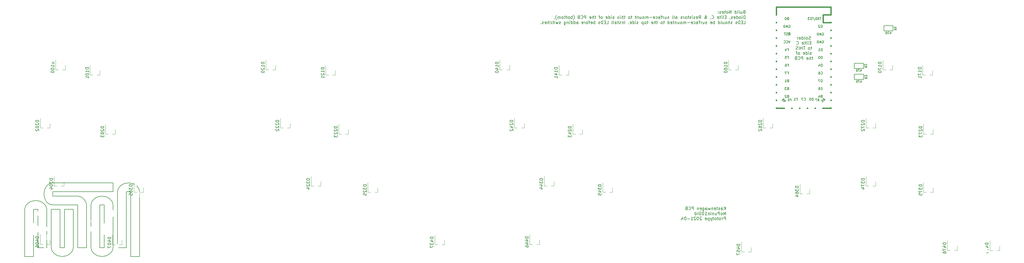
<source format=gbo>
G04 #@! TF.GenerationSoftware,KiCad,Pcbnew,(5.1.9)-1*
G04 #@! TF.CreationDate,2021-06-08T14:52:31-04:00*
G04 #@! TF.ProjectId,kastenwagen-pcb,6b617374-656e-4776-9167-656e2d706362,rev?*
G04 #@! TF.SameCoordinates,Original*
G04 #@! TF.FileFunction,Legend,Bot*
G04 #@! TF.FilePolarity,Positive*
%FSLAX46Y46*%
G04 Gerber Fmt 4.6, Leading zero omitted, Abs format (unit mm)*
G04 Created by KiCad (PCBNEW (5.1.9)-1) date 2021-06-08 14:52:31*
%MOMM*%
%LPD*%
G01*
G04 APERTURE LIST*
%ADD10C,0.200000*%
%ADD11C,0.150000*%
%ADD12C,0.381000*%
%ADD13C,0.120000*%
%ADD14R,0.700000X1.300000*%
%ADD15C,2.250000*%
%ADD16C,3.987800*%
%ADD17C,1.750000*%
%ADD18C,3.048000*%
%ADD19R,2.000000X2.000000*%
%ADD20C,2.000000*%
%ADD21R,2.000000X3.250000*%
%ADD22R,3.250000X2.000000*%
%ADD23C,1.752600*%
%ADD24R,1.752600X1.752600*%
%ADD25R,0.800000X1.900000*%
G04 APERTURE END LIST*
D10*
X259498571Y-11628571D02*
X259355714Y-11676190D01*
X259308095Y-11723809D01*
X259260476Y-11819047D01*
X259260476Y-11961904D01*
X259308095Y-12057142D01*
X259355714Y-12104761D01*
X259450952Y-12152380D01*
X259831904Y-12152380D01*
X259831904Y-11152380D01*
X259498571Y-11152380D01*
X259403333Y-11200000D01*
X259355714Y-11247619D01*
X259308095Y-11342857D01*
X259308095Y-11438095D01*
X259355714Y-11533333D01*
X259403333Y-11580952D01*
X259498571Y-11628571D01*
X259831904Y-11628571D01*
X258403333Y-11485714D02*
X258403333Y-12152380D01*
X258831904Y-11485714D02*
X258831904Y-12009523D01*
X258784285Y-12104761D01*
X258689047Y-12152380D01*
X258546190Y-12152380D01*
X258450952Y-12104761D01*
X258403333Y-12057142D01*
X257927142Y-12152380D02*
X257927142Y-11485714D01*
X257927142Y-11152380D02*
X257974761Y-11200000D01*
X257927142Y-11247619D01*
X257879523Y-11200000D01*
X257927142Y-11152380D01*
X257927142Y-11247619D01*
X257308095Y-12152380D02*
X257403333Y-12104761D01*
X257450952Y-12009523D01*
X257450952Y-11152380D01*
X256498571Y-12152380D02*
X256498571Y-11152380D01*
X256498571Y-12104761D02*
X256593809Y-12152380D01*
X256784285Y-12152380D01*
X256879523Y-12104761D01*
X256927142Y-12057142D01*
X256974761Y-11961904D01*
X256974761Y-11676190D01*
X256927142Y-11580952D01*
X256879523Y-11533333D01*
X256784285Y-11485714D01*
X256593809Y-11485714D01*
X256498571Y-11533333D01*
X255260476Y-12152380D02*
X255260476Y-11152380D01*
X254689047Y-12152380D01*
X254689047Y-11152380D01*
X254070000Y-12152380D02*
X254165238Y-12104761D01*
X254212857Y-12057142D01*
X254260476Y-11961904D01*
X254260476Y-11676190D01*
X254212857Y-11580952D01*
X254165238Y-11533333D01*
X254070000Y-11485714D01*
X253927142Y-11485714D01*
X253831904Y-11533333D01*
X253784285Y-11580952D01*
X253736666Y-11676190D01*
X253736666Y-11961904D01*
X253784285Y-12057142D01*
X253831904Y-12104761D01*
X253927142Y-12152380D01*
X254070000Y-12152380D01*
X253450952Y-11485714D02*
X253070000Y-11485714D01*
X253308095Y-11152380D02*
X253308095Y-12009523D01*
X253260476Y-12104761D01*
X253165238Y-12152380D01*
X253070000Y-12152380D01*
X252355714Y-12104761D02*
X252450952Y-12152380D01*
X252641428Y-12152380D01*
X252736666Y-12104761D01*
X252784285Y-12009523D01*
X252784285Y-11628571D01*
X252736666Y-11533333D01*
X252641428Y-11485714D01*
X252450952Y-11485714D01*
X252355714Y-11533333D01*
X252308095Y-11628571D01*
X252308095Y-11723809D01*
X252784285Y-11819047D01*
X251927142Y-12104761D02*
X251831904Y-12152380D01*
X251641428Y-12152380D01*
X251546190Y-12104761D01*
X251498571Y-12009523D01*
X251498571Y-11961904D01*
X251546190Y-11866666D01*
X251641428Y-11819047D01*
X251784285Y-11819047D01*
X251879523Y-11771428D01*
X251927142Y-11676190D01*
X251927142Y-11628571D01*
X251879523Y-11533333D01*
X251784285Y-11485714D01*
X251641428Y-11485714D01*
X251546190Y-11533333D01*
X251070000Y-12057142D02*
X251022380Y-12104761D01*
X251070000Y-12152380D01*
X251117619Y-12104761D01*
X251070000Y-12057142D01*
X251070000Y-12152380D01*
X251070000Y-11533333D02*
X251022380Y-11580952D01*
X251070000Y-11628571D01*
X251117619Y-11580952D01*
X251070000Y-11533333D01*
X251070000Y-11628571D01*
X259831904Y-13852380D02*
X259831904Y-12852380D01*
X259593809Y-12852380D01*
X259450952Y-12900000D01*
X259355714Y-12995238D01*
X259308095Y-13090476D01*
X259260476Y-13280952D01*
X259260476Y-13423809D01*
X259308095Y-13614285D01*
X259355714Y-13709523D01*
X259450952Y-13804761D01*
X259593809Y-13852380D01*
X259831904Y-13852380D01*
X258831904Y-13852380D02*
X258831904Y-13185714D01*
X258831904Y-12852380D02*
X258879523Y-12900000D01*
X258831904Y-12947619D01*
X258784285Y-12900000D01*
X258831904Y-12852380D01*
X258831904Y-12947619D01*
X258212857Y-13852380D02*
X258308095Y-13804761D01*
X258355714Y-13757142D01*
X258403333Y-13661904D01*
X258403333Y-13376190D01*
X258355714Y-13280952D01*
X258308095Y-13233333D01*
X258212857Y-13185714D01*
X258070000Y-13185714D01*
X257974761Y-13233333D01*
X257927142Y-13280952D01*
X257879523Y-13376190D01*
X257879523Y-13661904D01*
X257927142Y-13757142D01*
X257974761Y-13804761D01*
X258070000Y-13852380D01*
X258212857Y-13852380D01*
X257022380Y-13852380D02*
X257022380Y-12852380D01*
X257022380Y-13804761D02*
X257117619Y-13852380D01*
X257308095Y-13852380D01*
X257403333Y-13804761D01*
X257450952Y-13757142D01*
X257498571Y-13661904D01*
X257498571Y-13376190D01*
X257450952Y-13280952D01*
X257403333Y-13233333D01*
X257308095Y-13185714D01*
X257117619Y-13185714D01*
X257022380Y-13233333D01*
X256165238Y-13804761D02*
X256260476Y-13852380D01*
X256450952Y-13852380D01*
X256546190Y-13804761D01*
X256593809Y-13709523D01*
X256593809Y-13328571D01*
X256546190Y-13233333D01*
X256450952Y-13185714D01*
X256260476Y-13185714D01*
X256165238Y-13233333D01*
X256117619Y-13328571D01*
X256117619Y-13423809D01*
X256593809Y-13519047D01*
X255736666Y-13804761D02*
X255641428Y-13852380D01*
X255450952Y-13852380D01*
X255355714Y-13804761D01*
X255308095Y-13709523D01*
X255308095Y-13661904D01*
X255355714Y-13566666D01*
X255450952Y-13519047D01*
X255593809Y-13519047D01*
X255689047Y-13471428D01*
X255736666Y-13376190D01*
X255736666Y-13328571D01*
X255689047Y-13233333D01*
X255593809Y-13185714D01*
X255450952Y-13185714D01*
X255355714Y-13233333D01*
X254831904Y-13804761D02*
X254831904Y-13852380D01*
X254879523Y-13947619D01*
X254927142Y-13995238D01*
X253641428Y-13328571D02*
X253308095Y-13328571D01*
X253165238Y-13852380D02*
X253641428Y-13852380D01*
X253641428Y-12852380D01*
X253165238Y-12852380D01*
X252593809Y-13852380D02*
X252689047Y-13804761D01*
X252736666Y-13709523D01*
X252736666Y-12852380D01*
X252212857Y-13852380D02*
X252212857Y-13185714D01*
X252212857Y-12852380D02*
X252260476Y-12900000D01*
X252212857Y-12947619D01*
X252165238Y-12900000D01*
X252212857Y-12852380D01*
X252212857Y-12947619D01*
X251879523Y-13185714D02*
X251498571Y-13185714D01*
X251736666Y-12852380D02*
X251736666Y-13709523D01*
X251689047Y-13804761D01*
X251593809Y-13852380D01*
X251498571Y-13852380D01*
X250784285Y-13804761D02*
X250879523Y-13852380D01*
X251070000Y-13852380D01*
X251165238Y-13804761D01*
X251212857Y-13709523D01*
X251212857Y-13328571D01*
X251165238Y-13233333D01*
X251070000Y-13185714D01*
X250879523Y-13185714D01*
X250784285Y-13233333D01*
X250736666Y-13328571D01*
X250736666Y-13423809D01*
X251212857Y-13519047D01*
X248974761Y-13757142D02*
X249022380Y-13804761D01*
X249165238Y-13852380D01*
X249260476Y-13852380D01*
X249403333Y-13804761D01*
X249498571Y-13709523D01*
X249546190Y-13614285D01*
X249593809Y-13423809D01*
X249593809Y-13280952D01*
X249546190Y-13090476D01*
X249498571Y-12995238D01*
X249403333Y-12900000D01*
X249260476Y-12852380D01*
X249165238Y-12852380D01*
X249022380Y-12900000D01*
X248974761Y-12947619D01*
X248498571Y-13804761D02*
X248498571Y-13852380D01*
X248546190Y-13947619D01*
X248593809Y-13995238D01*
X246498571Y-13852380D02*
X246546190Y-13852380D01*
X246641428Y-13804761D01*
X246784285Y-13661904D01*
X247022380Y-13376190D01*
X247117619Y-13233333D01*
X247165238Y-13090476D01*
X247165238Y-12995238D01*
X247117619Y-12900000D01*
X247022380Y-12852380D01*
X246974761Y-12852380D01*
X246879523Y-12900000D01*
X246831904Y-12995238D01*
X246831904Y-13042857D01*
X246879523Y-13138095D01*
X246927142Y-13185714D01*
X247212857Y-13376190D01*
X247260476Y-13423809D01*
X247308095Y-13519047D01*
X247308095Y-13661904D01*
X247260476Y-13757142D01*
X247212857Y-13804761D01*
X247117619Y-13852380D01*
X246974761Y-13852380D01*
X246879523Y-13804761D01*
X246831904Y-13757142D01*
X246689047Y-13566666D01*
X246641428Y-13423809D01*
X246641428Y-13328571D01*
X244736666Y-13852380D02*
X245070000Y-13376190D01*
X245308095Y-13852380D02*
X245308095Y-12852380D01*
X244927142Y-12852380D01*
X244831904Y-12900000D01*
X244784285Y-12947619D01*
X244736666Y-13042857D01*
X244736666Y-13185714D01*
X244784285Y-13280952D01*
X244831904Y-13328571D01*
X244927142Y-13376190D01*
X245308095Y-13376190D01*
X243927142Y-13804761D02*
X244022380Y-13852380D01*
X244212857Y-13852380D01*
X244308095Y-13804761D01*
X244355714Y-13709523D01*
X244355714Y-13328571D01*
X244308095Y-13233333D01*
X244212857Y-13185714D01*
X244022380Y-13185714D01*
X243927142Y-13233333D01*
X243879523Y-13328571D01*
X243879523Y-13423809D01*
X244355714Y-13519047D01*
X243498571Y-13804761D02*
X243403333Y-13852380D01*
X243212857Y-13852380D01*
X243117619Y-13804761D01*
X243070000Y-13709523D01*
X243070000Y-13661904D01*
X243117619Y-13566666D01*
X243212857Y-13519047D01*
X243355714Y-13519047D01*
X243450952Y-13471428D01*
X243498571Y-13376190D01*
X243498571Y-13328571D01*
X243450952Y-13233333D01*
X243355714Y-13185714D01*
X243212857Y-13185714D01*
X243117619Y-13233333D01*
X242641428Y-13852380D02*
X242641428Y-13185714D01*
X242641428Y-12852380D02*
X242689047Y-12900000D01*
X242641428Y-12947619D01*
X242593809Y-12900000D01*
X242641428Y-12852380D01*
X242641428Y-12947619D01*
X242212857Y-13804761D02*
X242117619Y-13852380D01*
X241927142Y-13852380D01*
X241831904Y-13804761D01*
X241784285Y-13709523D01*
X241784285Y-13661904D01*
X241831904Y-13566666D01*
X241927142Y-13519047D01*
X242070000Y-13519047D01*
X242165238Y-13471428D01*
X242212857Y-13376190D01*
X242212857Y-13328571D01*
X242165238Y-13233333D01*
X242070000Y-13185714D01*
X241927142Y-13185714D01*
X241831904Y-13233333D01*
X241498571Y-13185714D02*
X241117619Y-13185714D01*
X241355714Y-12852380D02*
X241355714Y-13709523D01*
X241308095Y-13804761D01*
X241212857Y-13852380D01*
X241117619Y-13852380D01*
X240641428Y-13852380D02*
X240736666Y-13804761D01*
X240784285Y-13757142D01*
X240831904Y-13661904D01*
X240831904Y-13376190D01*
X240784285Y-13280952D01*
X240736666Y-13233333D01*
X240641428Y-13185714D01*
X240498571Y-13185714D01*
X240403333Y-13233333D01*
X240355714Y-13280952D01*
X240308095Y-13376190D01*
X240308095Y-13661904D01*
X240355714Y-13757142D01*
X240403333Y-13804761D01*
X240498571Y-13852380D01*
X240641428Y-13852380D01*
X239879523Y-13852380D02*
X239879523Y-13185714D01*
X239879523Y-13376190D02*
X239831904Y-13280952D01*
X239784285Y-13233333D01*
X239689047Y-13185714D01*
X239593809Y-13185714D01*
X239308095Y-13804761D02*
X239212857Y-13852380D01*
X239022380Y-13852380D01*
X238927142Y-13804761D01*
X238879523Y-13709523D01*
X238879523Y-13661904D01*
X238927142Y-13566666D01*
X239022380Y-13519047D01*
X239165238Y-13519047D01*
X239260476Y-13471428D01*
X239308095Y-13376190D01*
X239308095Y-13328571D01*
X239260476Y-13233333D01*
X239165238Y-13185714D01*
X239022380Y-13185714D01*
X238927142Y-13233333D01*
X237260476Y-13852380D02*
X237260476Y-13328571D01*
X237308095Y-13233333D01*
X237403333Y-13185714D01*
X237593809Y-13185714D01*
X237689047Y-13233333D01*
X237260476Y-13804761D02*
X237355714Y-13852380D01*
X237593809Y-13852380D01*
X237689047Y-13804761D01*
X237736666Y-13709523D01*
X237736666Y-13614285D01*
X237689047Y-13519047D01*
X237593809Y-13471428D01*
X237355714Y-13471428D01*
X237260476Y-13423809D01*
X236641428Y-13852380D02*
X236736666Y-13804761D01*
X236784285Y-13709523D01*
X236784285Y-12852380D01*
X236117619Y-13852380D02*
X236212857Y-13804761D01*
X236260476Y-13709523D01*
X236260476Y-12852380D01*
X235022380Y-13804761D02*
X234927142Y-13852380D01*
X234736666Y-13852380D01*
X234641428Y-13804761D01*
X234593809Y-13709523D01*
X234593809Y-13661904D01*
X234641428Y-13566666D01*
X234736666Y-13519047D01*
X234879523Y-13519047D01*
X234974761Y-13471428D01*
X235022380Y-13376190D01*
X235022380Y-13328571D01*
X234974761Y-13233333D01*
X234879523Y-13185714D01*
X234736666Y-13185714D01*
X234641428Y-13233333D01*
X233736666Y-13185714D02*
X233736666Y-13852380D01*
X234165238Y-13185714D02*
X234165238Y-13709523D01*
X234117619Y-13804761D01*
X234022380Y-13852380D01*
X233879523Y-13852380D01*
X233784285Y-13804761D01*
X233736666Y-13757142D01*
X233260476Y-13852380D02*
X233260476Y-13185714D01*
X233260476Y-13376190D02*
X233212857Y-13280952D01*
X233165238Y-13233333D01*
X233070000Y-13185714D01*
X232974761Y-13185714D01*
X232784285Y-13185714D02*
X232403333Y-13185714D01*
X232641428Y-13852380D02*
X232641428Y-12995238D01*
X232593809Y-12900000D01*
X232498571Y-12852380D01*
X232403333Y-12852380D01*
X231641428Y-13852380D02*
X231641428Y-13328571D01*
X231689047Y-13233333D01*
X231784285Y-13185714D01*
X231974761Y-13185714D01*
X232070000Y-13233333D01*
X231641428Y-13804761D02*
X231736666Y-13852380D01*
X231974761Y-13852380D01*
X232070000Y-13804761D01*
X232117619Y-13709523D01*
X232117619Y-13614285D01*
X232070000Y-13519047D01*
X231974761Y-13471428D01*
X231736666Y-13471428D01*
X231641428Y-13423809D01*
X230736666Y-13804761D02*
X230831904Y-13852380D01*
X231022380Y-13852380D01*
X231117619Y-13804761D01*
X231165238Y-13757142D01*
X231212857Y-13661904D01*
X231212857Y-13376190D01*
X231165238Y-13280952D01*
X231117619Y-13233333D01*
X231022380Y-13185714D01*
X230831904Y-13185714D01*
X230736666Y-13233333D01*
X229927142Y-13804761D02*
X230022380Y-13852380D01*
X230212857Y-13852380D01*
X230308095Y-13804761D01*
X230355714Y-13709523D01*
X230355714Y-13328571D01*
X230308095Y-13233333D01*
X230212857Y-13185714D01*
X230022380Y-13185714D01*
X229927142Y-13233333D01*
X229879523Y-13328571D01*
X229879523Y-13423809D01*
X230355714Y-13519047D01*
X229450952Y-13471428D02*
X228689047Y-13471428D01*
X228212857Y-13852380D02*
X228212857Y-13185714D01*
X228212857Y-13280952D02*
X228165238Y-13233333D01*
X228070000Y-13185714D01*
X227927142Y-13185714D01*
X227831904Y-13233333D01*
X227784285Y-13328571D01*
X227784285Y-13852380D01*
X227784285Y-13328571D02*
X227736666Y-13233333D01*
X227641428Y-13185714D01*
X227498571Y-13185714D01*
X227403333Y-13233333D01*
X227355714Y-13328571D01*
X227355714Y-13852380D01*
X226736666Y-13852380D02*
X226831904Y-13804761D01*
X226879523Y-13757142D01*
X226927142Y-13661904D01*
X226927142Y-13376190D01*
X226879523Y-13280952D01*
X226831904Y-13233333D01*
X226736666Y-13185714D01*
X226593809Y-13185714D01*
X226498571Y-13233333D01*
X226450952Y-13280952D01*
X226403333Y-13376190D01*
X226403333Y-13661904D01*
X226450952Y-13757142D01*
X226498571Y-13804761D01*
X226593809Y-13852380D01*
X226736666Y-13852380D01*
X225546190Y-13185714D02*
X225546190Y-13852380D01*
X225974761Y-13185714D02*
X225974761Y-13709523D01*
X225927142Y-13804761D01*
X225831904Y-13852380D01*
X225689047Y-13852380D01*
X225593809Y-13804761D01*
X225546190Y-13757142D01*
X225070000Y-13185714D02*
X225070000Y-13852380D01*
X225070000Y-13280952D02*
X225022380Y-13233333D01*
X224927142Y-13185714D01*
X224784285Y-13185714D01*
X224689047Y-13233333D01*
X224641428Y-13328571D01*
X224641428Y-13852380D01*
X224308095Y-13185714D02*
X223927142Y-13185714D01*
X224165238Y-12852380D02*
X224165238Y-13709523D01*
X224117619Y-13804761D01*
X224022380Y-13852380D01*
X223927142Y-13852380D01*
X222974761Y-13185714D02*
X222593809Y-13185714D01*
X222831904Y-12852380D02*
X222831904Y-13709523D01*
X222784285Y-13804761D01*
X222689047Y-13852380D01*
X222593809Y-13852380D01*
X222117619Y-13852380D02*
X222212857Y-13804761D01*
X222260476Y-13757142D01*
X222308095Y-13661904D01*
X222308095Y-13376190D01*
X222260476Y-13280952D01*
X222212857Y-13233333D01*
X222117619Y-13185714D01*
X221974761Y-13185714D01*
X221879523Y-13233333D01*
X221831904Y-13280952D01*
X221784285Y-13376190D01*
X221784285Y-13661904D01*
X221831904Y-13757142D01*
X221879523Y-13804761D01*
X221974761Y-13852380D01*
X222117619Y-13852380D01*
X220736666Y-13185714D02*
X220355714Y-13185714D01*
X220593809Y-12852380D02*
X220593809Y-13709523D01*
X220546190Y-13804761D01*
X220450952Y-13852380D01*
X220355714Y-13852380D01*
X220022380Y-13852380D02*
X220022380Y-12852380D01*
X219593809Y-13852380D02*
X219593809Y-13328571D01*
X219641428Y-13233333D01*
X219736666Y-13185714D01*
X219879523Y-13185714D01*
X219974761Y-13233333D01*
X220022380Y-13280952D01*
X219117619Y-13852380D02*
X219117619Y-13185714D01*
X219117619Y-12852380D02*
X219165238Y-12900000D01*
X219117619Y-12947619D01*
X219070000Y-12900000D01*
X219117619Y-12852380D01*
X219117619Y-12947619D01*
X218689047Y-13804761D02*
X218593809Y-13852380D01*
X218403333Y-13852380D01*
X218308095Y-13804761D01*
X218260476Y-13709523D01*
X218260476Y-13661904D01*
X218308095Y-13566666D01*
X218403333Y-13519047D01*
X218546190Y-13519047D01*
X218641428Y-13471428D01*
X218689047Y-13376190D01*
X218689047Y-13328571D01*
X218641428Y-13233333D01*
X218546190Y-13185714D01*
X218403333Y-13185714D01*
X218308095Y-13233333D01*
X217117619Y-13804761D02*
X217022380Y-13852380D01*
X216831904Y-13852380D01*
X216736666Y-13804761D01*
X216689047Y-13709523D01*
X216689047Y-13661904D01*
X216736666Y-13566666D01*
X216831904Y-13519047D01*
X216974761Y-13519047D01*
X217070000Y-13471428D01*
X217117619Y-13376190D01*
X217117619Y-13328571D01*
X217070000Y-13233333D01*
X216974761Y-13185714D01*
X216831904Y-13185714D01*
X216736666Y-13233333D01*
X216260476Y-13852380D02*
X216260476Y-13185714D01*
X216260476Y-12852380D02*
X216308095Y-12900000D01*
X216260476Y-12947619D01*
X216212857Y-12900000D01*
X216260476Y-12852380D01*
X216260476Y-12947619D01*
X215355714Y-13852380D02*
X215355714Y-12852380D01*
X215355714Y-13804761D02*
X215450952Y-13852380D01*
X215641428Y-13852380D01*
X215736666Y-13804761D01*
X215784285Y-13757142D01*
X215831904Y-13661904D01*
X215831904Y-13376190D01*
X215784285Y-13280952D01*
X215736666Y-13233333D01*
X215641428Y-13185714D01*
X215450952Y-13185714D01*
X215355714Y-13233333D01*
X214498571Y-13804761D02*
X214593809Y-13852380D01*
X214784285Y-13852380D01*
X214879523Y-13804761D01*
X214927142Y-13709523D01*
X214927142Y-13328571D01*
X214879523Y-13233333D01*
X214784285Y-13185714D01*
X214593809Y-13185714D01*
X214498571Y-13233333D01*
X214450952Y-13328571D01*
X214450952Y-13423809D01*
X214927142Y-13519047D01*
X213117619Y-13852380D02*
X213212857Y-13804761D01*
X213260476Y-13757142D01*
X213308095Y-13661904D01*
X213308095Y-13376190D01*
X213260476Y-13280952D01*
X213212857Y-13233333D01*
X213117619Y-13185714D01*
X212974761Y-13185714D01*
X212879523Y-13233333D01*
X212831904Y-13280952D01*
X212784285Y-13376190D01*
X212784285Y-13661904D01*
X212831904Y-13757142D01*
X212879523Y-13804761D01*
X212974761Y-13852380D01*
X213117619Y-13852380D01*
X212498571Y-13185714D02*
X212117619Y-13185714D01*
X212355714Y-13852380D02*
X212355714Y-12995238D01*
X212308095Y-12900000D01*
X212212857Y-12852380D01*
X212117619Y-12852380D01*
X211165238Y-13185714D02*
X210784285Y-13185714D01*
X211022380Y-12852380D02*
X211022380Y-13709523D01*
X210974761Y-13804761D01*
X210879523Y-13852380D01*
X210784285Y-13852380D01*
X210450952Y-13852380D02*
X210450952Y-12852380D01*
X210022380Y-13852380D02*
X210022380Y-13328571D01*
X210070000Y-13233333D01*
X210165238Y-13185714D01*
X210308095Y-13185714D01*
X210403333Y-13233333D01*
X210450952Y-13280952D01*
X209165238Y-13804761D02*
X209260476Y-13852380D01*
X209450952Y-13852380D01*
X209546190Y-13804761D01*
X209593809Y-13709523D01*
X209593809Y-13328571D01*
X209546190Y-13233333D01*
X209450952Y-13185714D01*
X209260476Y-13185714D01*
X209165238Y-13233333D01*
X209117619Y-13328571D01*
X209117619Y-13423809D01*
X209593809Y-13519047D01*
X207927142Y-13852380D02*
X207927142Y-12852380D01*
X207546190Y-12852380D01*
X207450952Y-12900000D01*
X207403333Y-12947619D01*
X207355714Y-13042857D01*
X207355714Y-13185714D01*
X207403333Y-13280952D01*
X207450952Y-13328571D01*
X207546190Y-13376190D01*
X207927142Y-13376190D01*
X206355714Y-13757142D02*
X206403333Y-13804761D01*
X206546190Y-13852380D01*
X206641428Y-13852380D01*
X206784285Y-13804761D01*
X206879523Y-13709523D01*
X206927142Y-13614285D01*
X206974761Y-13423809D01*
X206974761Y-13280952D01*
X206927142Y-13090476D01*
X206879523Y-12995238D01*
X206784285Y-12900000D01*
X206641428Y-12852380D01*
X206546190Y-12852380D01*
X206403333Y-12900000D01*
X206355714Y-12947619D01*
X205593809Y-13328571D02*
X205450952Y-13376190D01*
X205403333Y-13423809D01*
X205355714Y-13519047D01*
X205355714Y-13661904D01*
X205403333Y-13757142D01*
X205450952Y-13804761D01*
X205546190Y-13852380D01*
X205927142Y-13852380D01*
X205927142Y-12852380D01*
X205593809Y-12852380D01*
X205498571Y-12900000D01*
X205450952Y-12947619D01*
X205403333Y-13042857D01*
X205403333Y-13138095D01*
X205450952Y-13233333D01*
X205498571Y-13280952D01*
X205593809Y-13328571D01*
X205927142Y-13328571D01*
X203879523Y-14233333D02*
X203927142Y-14185714D01*
X204022380Y-14042857D01*
X204070000Y-13947619D01*
X204117619Y-13804761D01*
X204165238Y-13566666D01*
X204165238Y-13376190D01*
X204117619Y-13138095D01*
X204070000Y-12995238D01*
X204022380Y-12900000D01*
X203927142Y-12757142D01*
X203879523Y-12709523D01*
X203498571Y-13852380D02*
X203498571Y-12852380D01*
X203498571Y-13233333D02*
X203403333Y-13185714D01*
X203212857Y-13185714D01*
X203117619Y-13233333D01*
X203070000Y-13280952D01*
X203022380Y-13376190D01*
X203022380Y-13661904D01*
X203070000Y-13757142D01*
X203117619Y-13804761D01*
X203212857Y-13852380D01*
X203403333Y-13852380D01*
X203498571Y-13804761D01*
X202450952Y-13852380D02*
X202546190Y-13804761D01*
X202593809Y-13757142D01*
X202641428Y-13661904D01*
X202641428Y-13376190D01*
X202593809Y-13280952D01*
X202546190Y-13233333D01*
X202450952Y-13185714D01*
X202308095Y-13185714D01*
X202212857Y-13233333D01*
X202165238Y-13280952D01*
X202117619Y-13376190D01*
X202117619Y-13661904D01*
X202165238Y-13757142D01*
X202212857Y-13804761D01*
X202308095Y-13852380D01*
X202450952Y-13852380D01*
X201831904Y-13185714D02*
X201450952Y-13185714D01*
X201689047Y-12852380D02*
X201689047Y-13709523D01*
X201641428Y-13804761D01*
X201546190Y-13852380D01*
X201450952Y-13852380D01*
X201260476Y-13185714D02*
X200879523Y-13185714D01*
X201117619Y-12852380D02*
X201117619Y-13709523D01*
X201070000Y-13804761D01*
X200974761Y-13852380D01*
X200879523Y-13852380D01*
X200403333Y-13852380D02*
X200498571Y-13804761D01*
X200546190Y-13757142D01*
X200593809Y-13661904D01*
X200593809Y-13376190D01*
X200546190Y-13280952D01*
X200498571Y-13233333D01*
X200403333Y-13185714D01*
X200260476Y-13185714D01*
X200165238Y-13233333D01*
X200117619Y-13280952D01*
X200070000Y-13376190D01*
X200070000Y-13661904D01*
X200117619Y-13757142D01*
X200165238Y-13804761D01*
X200260476Y-13852380D01*
X200403333Y-13852380D01*
X199641428Y-13852380D02*
X199641428Y-13185714D01*
X199641428Y-13280952D02*
X199593809Y-13233333D01*
X199498571Y-13185714D01*
X199355714Y-13185714D01*
X199260476Y-13233333D01*
X199212857Y-13328571D01*
X199212857Y-13852380D01*
X199212857Y-13328571D02*
X199165238Y-13233333D01*
X199070000Y-13185714D01*
X198927142Y-13185714D01*
X198831904Y-13233333D01*
X198784285Y-13328571D01*
X198784285Y-13852380D01*
X198403333Y-14233333D02*
X198355714Y-14185714D01*
X198260476Y-14042857D01*
X198212857Y-13947619D01*
X198165238Y-13804761D01*
X198117619Y-13566666D01*
X198117619Y-13376190D01*
X198165238Y-13138095D01*
X198212857Y-12995238D01*
X198260476Y-12900000D01*
X198355714Y-12757142D01*
X198403333Y-12709523D01*
X197641428Y-13757142D02*
X197593809Y-13804761D01*
X197641428Y-13852380D01*
X197689047Y-13804761D01*
X197641428Y-13757142D01*
X197641428Y-13852380D01*
X259355714Y-15552380D02*
X259831904Y-15552380D01*
X259831904Y-14552380D01*
X259022380Y-15028571D02*
X258689047Y-15028571D01*
X258546190Y-15552380D02*
X259022380Y-15552380D01*
X259022380Y-14552380D01*
X258546190Y-14552380D01*
X258117619Y-15552380D02*
X258117619Y-14552380D01*
X257879523Y-14552380D01*
X257736666Y-14600000D01*
X257641428Y-14695238D01*
X257593809Y-14790476D01*
X257546190Y-14980952D01*
X257546190Y-15123809D01*
X257593809Y-15314285D01*
X257641428Y-15409523D01*
X257736666Y-15504761D01*
X257879523Y-15552380D01*
X258117619Y-15552380D01*
X257165238Y-15504761D02*
X257070000Y-15552380D01*
X256879523Y-15552380D01*
X256784285Y-15504761D01*
X256736666Y-15409523D01*
X256736666Y-15361904D01*
X256784285Y-15266666D01*
X256879523Y-15219047D01*
X257022380Y-15219047D01*
X257117619Y-15171428D01*
X257165238Y-15076190D01*
X257165238Y-15028571D01*
X257117619Y-14933333D01*
X257022380Y-14885714D01*
X256879523Y-14885714D01*
X256784285Y-14933333D01*
X255593809Y-15504761D02*
X255498571Y-15552380D01*
X255308095Y-15552380D01*
X255212857Y-15504761D01*
X255165238Y-15409523D01*
X255165238Y-15361904D01*
X255212857Y-15266666D01*
X255308095Y-15219047D01*
X255450952Y-15219047D01*
X255546190Y-15171428D01*
X255593809Y-15076190D01*
X255593809Y-15028571D01*
X255546190Y-14933333D01*
X255450952Y-14885714D01*
X255308095Y-14885714D01*
X255212857Y-14933333D01*
X254736666Y-15552380D02*
X254736666Y-14552380D01*
X254308095Y-15552380D02*
X254308095Y-15028571D01*
X254355714Y-14933333D01*
X254450952Y-14885714D01*
X254593809Y-14885714D01*
X254689047Y-14933333D01*
X254736666Y-14980952D01*
X253689047Y-15552380D02*
X253784285Y-15504761D01*
X253831904Y-15457142D01*
X253879523Y-15361904D01*
X253879523Y-15076190D01*
X253831904Y-14980952D01*
X253784285Y-14933333D01*
X253689047Y-14885714D01*
X253546190Y-14885714D01*
X253450952Y-14933333D01*
X253403333Y-14980952D01*
X253355714Y-15076190D01*
X253355714Y-15361904D01*
X253403333Y-15457142D01*
X253450952Y-15504761D01*
X253546190Y-15552380D01*
X253689047Y-15552380D01*
X252498571Y-14885714D02*
X252498571Y-15552380D01*
X252927142Y-14885714D02*
X252927142Y-15409523D01*
X252879523Y-15504761D01*
X252784285Y-15552380D01*
X252641428Y-15552380D01*
X252546190Y-15504761D01*
X252498571Y-15457142D01*
X251879523Y-15552380D02*
X251974761Y-15504761D01*
X252022380Y-15409523D01*
X252022380Y-14552380D01*
X251070000Y-15552380D02*
X251070000Y-14552380D01*
X251070000Y-15504761D02*
X251165238Y-15552380D01*
X251355714Y-15552380D01*
X251450952Y-15504761D01*
X251498571Y-15457142D01*
X251546190Y-15361904D01*
X251546190Y-15076190D01*
X251498571Y-14980952D01*
X251450952Y-14933333D01*
X251355714Y-14885714D01*
X251165238Y-14885714D01*
X251070000Y-14933333D01*
X249831904Y-15552380D02*
X249831904Y-14552380D01*
X249831904Y-14933333D02*
X249736666Y-14885714D01*
X249546190Y-14885714D01*
X249450952Y-14933333D01*
X249403333Y-14980952D01*
X249355714Y-15076190D01*
X249355714Y-15361904D01*
X249403333Y-15457142D01*
X249450952Y-15504761D01*
X249546190Y-15552380D01*
X249736666Y-15552380D01*
X249831904Y-15504761D01*
X248546190Y-15504761D02*
X248641428Y-15552380D01*
X248831904Y-15552380D01*
X248927142Y-15504761D01*
X248974761Y-15409523D01*
X248974761Y-15028571D01*
X248927142Y-14933333D01*
X248831904Y-14885714D01*
X248641428Y-14885714D01*
X248546190Y-14933333D01*
X248498571Y-15028571D01*
X248498571Y-15123809D01*
X248974761Y-15219047D01*
X247355714Y-15504761D02*
X247260476Y-15552380D01*
X247070000Y-15552380D01*
X246974761Y-15504761D01*
X246927142Y-15409523D01*
X246927142Y-15361904D01*
X246974761Y-15266666D01*
X247070000Y-15219047D01*
X247212857Y-15219047D01*
X247308095Y-15171428D01*
X247355714Y-15076190D01*
X247355714Y-15028571D01*
X247308095Y-14933333D01*
X247212857Y-14885714D01*
X247070000Y-14885714D01*
X246974761Y-14933333D01*
X246070000Y-14885714D02*
X246070000Y-15552380D01*
X246498571Y-14885714D02*
X246498571Y-15409523D01*
X246450952Y-15504761D01*
X246355714Y-15552380D01*
X246212857Y-15552380D01*
X246117619Y-15504761D01*
X246070000Y-15457142D01*
X245593809Y-15552380D02*
X245593809Y-14885714D01*
X245593809Y-15076190D02*
X245546190Y-14980952D01*
X245498571Y-14933333D01*
X245403333Y-14885714D01*
X245308095Y-14885714D01*
X245117619Y-14885714D02*
X244736666Y-14885714D01*
X244974761Y-15552380D02*
X244974761Y-14695238D01*
X244927142Y-14600000D01*
X244831904Y-14552380D01*
X244736666Y-14552380D01*
X243974761Y-15552380D02*
X243974761Y-15028571D01*
X244022380Y-14933333D01*
X244117619Y-14885714D01*
X244308095Y-14885714D01*
X244403333Y-14933333D01*
X243974761Y-15504761D02*
X244070000Y-15552380D01*
X244308095Y-15552380D01*
X244403333Y-15504761D01*
X244450952Y-15409523D01*
X244450952Y-15314285D01*
X244403333Y-15219047D01*
X244308095Y-15171428D01*
X244070000Y-15171428D01*
X243974761Y-15123809D01*
X243070000Y-15504761D02*
X243165238Y-15552380D01*
X243355714Y-15552380D01*
X243450952Y-15504761D01*
X243498571Y-15457142D01*
X243546190Y-15361904D01*
X243546190Y-15076190D01*
X243498571Y-14980952D01*
X243450952Y-14933333D01*
X243355714Y-14885714D01*
X243165238Y-14885714D01*
X243070000Y-14933333D01*
X242260476Y-15504761D02*
X242355714Y-15552380D01*
X242546190Y-15552380D01*
X242641428Y-15504761D01*
X242689047Y-15409523D01*
X242689047Y-15028571D01*
X242641428Y-14933333D01*
X242546190Y-14885714D01*
X242355714Y-14885714D01*
X242260476Y-14933333D01*
X242212857Y-15028571D01*
X242212857Y-15123809D01*
X242689047Y-15219047D01*
X241784285Y-15171428D02*
X241022380Y-15171428D01*
X240546190Y-15552380D02*
X240546190Y-14885714D01*
X240546190Y-14980952D02*
X240498571Y-14933333D01*
X240403333Y-14885714D01*
X240260476Y-14885714D01*
X240165238Y-14933333D01*
X240117619Y-15028571D01*
X240117619Y-15552380D01*
X240117619Y-15028571D02*
X240070000Y-14933333D01*
X239974761Y-14885714D01*
X239831904Y-14885714D01*
X239736666Y-14933333D01*
X239689047Y-15028571D01*
X239689047Y-15552380D01*
X239070000Y-15552380D02*
X239165238Y-15504761D01*
X239212857Y-15457142D01*
X239260476Y-15361904D01*
X239260476Y-15076190D01*
X239212857Y-14980952D01*
X239165238Y-14933333D01*
X239070000Y-14885714D01*
X238927142Y-14885714D01*
X238831904Y-14933333D01*
X238784285Y-14980952D01*
X238736666Y-15076190D01*
X238736666Y-15361904D01*
X238784285Y-15457142D01*
X238831904Y-15504761D01*
X238927142Y-15552380D01*
X239070000Y-15552380D01*
X237879523Y-14885714D02*
X237879523Y-15552380D01*
X238308095Y-14885714D02*
X238308095Y-15409523D01*
X238260476Y-15504761D01*
X238165238Y-15552380D01*
X238022380Y-15552380D01*
X237927142Y-15504761D01*
X237879523Y-15457142D01*
X237403333Y-14885714D02*
X237403333Y-15552380D01*
X237403333Y-14980952D02*
X237355714Y-14933333D01*
X237260476Y-14885714D01*
X237117619Y-14885714D01*
X237022380Y-14933333D01*
X236974761Y-15028571D01*
X236974761Y-15552380D01*
X236641428Y-14885714D02*
X236260476Y-14885714D01*
X236498571Y-14552380D02*
X236498571Y-15409523D01*
X236450952Y-15504761D01*
X236355714Y-15552380D01*
X236260476Y-15552380D01*
X235546190Y-15504761D02*
X235641428Y-15552380D01*
X235831904Y-15552380D01*
X235927142Y-15504761D01*
X235974761Y-15409523D01*
X235974761Y-15028571D01*
X235927142Y-14933333D01*
X235831904Y-14885714D01*
X235641428Y-14885714D01*
X235546190Y-14933333D01*
X235498571Y-15028571D01*
X235498571Y-15123809D01*
X235974761Y-15219047D01*
X234641428Y-15552380D02*
X234641428Y-14552380D01*
X234641428Y-15504761D02*
X234736666Y-15552380D01*
X234927142Y-15552380D01*
X235022380Y-15504761D01*
X235070000Y-15457142D01*
X235117619Y-15361904D01*
X235117619Y-15076190D01*
X235070000Y-14980952D01*
X235022380Y-14933333D01*
X234927142Y-14885714D01*
X234736666Y-14885714D01*
X234641428Y-14933333D01*
X233546190Y-14885714D02*
X233165238Y-14885714D01*
X233403333Y-14552380D02*
X233403333Y-15409523D01*
X233355714Y-15504761D01*
X233260476Y-15552380D01*
X233165238Y-15552380D01*
X232689047Y-15552380D02*
X232784285Y-15504761D01*
X232831904Y-15457142D01*
X232879523Y-15361904D01*
X232879523Y-15076190D01*
X232831904Y-14980952D01*
X232784285Y-14933333D01*
X232689047Y-14885714D01*
X232546190Y-14885714D01*
X232450952Y-14933333D01*
X232403333Y-14980952D01*
X232355714Y-15076190D01*
X232355714Y-15361904D01*
X232403333Y-15457142D01*
X232450952Y-15504761D01*
X232546190Y-15552380D01*
X232689047Y-15552380D01*
X231308095Y-14885714D02*
X230927142Y-14885714D01*
X231165238Y-14552380D02*
X231165238Y-15409523D01*
X231117619Y-15504761D01*
X231022380Y-15552380D01*
X230927142Y-15552380D01*
X230593809Y-15552380D02*
X230593809Y-14552380D01*
X230165238Y-15552380D02*
X230165238Y-15028571D01*
X230212857Y-14933333D01*
X230308095Y-14885714D01*
X230450952Y-14885714D01*
X230546190Y-14933333D01*
X230593809Y-14980952D01*
X229308095Y-15504761D02*
X229403333Y-15552380D01*
X229593809Y-15552380D01*
X229689047Y-15504761D01*
X229736666Y-15409523D01*
X229736666Y-15028571D01*
X229689047Y-14933333D01*
X229593809Y-14885714D01*
X229403333Y-14885714D01*
X229308095Y-14933333D01*
X229260476Y-15028571D01*
X229260476Y-15123809D01*
X229736666Y-15219047D01*
X228212857Y-14885714D02*
X227831904Y-14885714D01*
X228070000Y-14552380D02*
X228070000Y-15409523D01*
X228022380Y-15504761D01*
X227927142Y-15552380D01*
X227831904Y-15552380D01*
X227355714Y-15552380D02*
X227450952Y-15504761D01*
X227498571Y-15457142D01*
X227546190Y-15361904D01*
X227546190Y-15076190D01*
X227498571Y-14980952D01*
X227450952Y-14933333D01*
X227355714Y-14885714D01*
X227212857Y-14885714D01*
X227117619Y-14933333D01*
X227070000Y-14980952D01*
X227022380Y-15076190D01*
X227022380Y-15361904D01*
X227070000Y-15457142D01*
X227117619Y-15504761D01*
X227212857Y-15552380D01*
X227355714Y-15552380D01*
X226593809Y-14885714D02*
X226593809Y-15885714D01*
X226593809Y-14933333D02*
X226498571Y-14885714D01*
X226308095Y-14885714D01*
X226212857Y-14933333D01*
X226165238Y-14980952D01*
X226117619Y-15076190D01*
X226117619Y-15361904D01*
X226165238Y-15457142D01*
X226212857Y-15504761D01*
X226308095Y-15552380D01*
X226498571Y-15552380D01*
X226593809Y-15504761D01*
X224974761Y-15504761D02*
X224879523Y-15552380D01*
X224689047Y-15552380D01*
X224593809Y-15504761D01*
X224546190Y-15409523D01*
X224546190Y-15361904D01*
X224593809Y-15266666D01*
X224689047Y-15219047D01*
X224831904Y-15219047D01*
X224927142Y-15171428D01*
X224974761Y-15076190D01*
X224974761Y-15028571D01*
X224927142Y-14933333D01*
X224831904Y-14885714D01*
X224689047Y-14885714D01*
X224593809Y-14933333D01*
X224117619Y-15552380D02*
X224117619Y-14885714D01*
X224117619Y-14552380D02*
X224165238Y-14600000D01*
X224117619Y-14647619D01*
X224070000Y-14600000D01*
X224117619Y-14552380D01*
X224117619Y-14647619D01*
X223212857Y-15552380D02*
X223212857Y-14552380D01*
X223212857Y-15504761D02*
X223308095Y-15552380D01*
X223498571Y-15552380D01*
X223593809Y-15504761D01*
X223641428Y-15457142D01*
X223689047Y-15361904D01*
X223689047Y-15076190D01*
X223641428Y-14980952D01*
X223593809Y-14933333D01*
X223498571Y-14885714D01*
X223308095Y-14885714D01*
X223212857Y-14933333D01*
X222355714Y-15504761D02*
X222450952Y-15552380D01*
X222641428Y-15552380D01*
X222736666Y-15504761D01*
X222784285Y-15409523D01*
X222784285Y-15028571D01*
X222736666Y-14933333D01*
X222641428Y-14885714D01*
X222450952Y-14885714D01*
X222355714Y-14933333D01*
X222308095Y-15028571D01*
X222308095Y-15123809D01*
X222784285Y-15219047D01*
X221879523Y-15457142D02*
X221831904Y-15504761D01*
X221879523Y-15552380D01*
X221927142Y-15504761D01*
X221879523Y-15457142D01*
X221879523Y-15552380D01*
X220641428Y-15552380D02*
X220641428Y-14552380D01*
X220165238Y-14885714D02*
X220165238Y-15552380D01*
X220165238Y-14980952D02*
X220117619Y-14933333D01*
X220022380Y-14885714D01*
X219879523Y-14885714D01*
X219784285Y-14933333D01*
X219736666Y-15028571D01*
X219736666Y-15552380D01*
X219308095Y-15504761D02*
X219212857Y-15552380D01*
X219022380Y-15552380D01*
X218927142Y-15504761D01*
X218879523Y-15409523D01*
X218879523Y-15361904D01*
X218927142Y-15266666D01*
X219022380Y-15219047D01*
X219165238Y-15219047D01*
X219260476Y-15171428D01*
X219308095Y-15076190D01*
X219308095Y-15028571D01*
X219260476Y-14933333D01*
X219165238Y-14885714D01*
X219022380Y-14885714D01*
X218927142Y-14933333D01*
X218593809Y-14885714D02*
X218212857Y-14885714D01*
X218450952Y-14552380D02*
X218450952Y-15409523D01*
X218403333Y-15504761D01*
X218308095Y-15552380D01*
X218212857Y-15552380D01*
X217450952Y-15552380D02*
X217450952Y-15028571D01*
X217498571Y-14933333D01*
X217593809Y-14885714D01*
X217784285Y-14885714D01*
X217879523Y-14933333D01*
X217450952Y-15504761D02*
X217546190Y-15552380D01*
X217784285Y-15552380D01*
X217879523Y-15504761D01*
X217927142Y-15409523D01*
X217927142Y-15314285D01*
X217879523Y-15219047D01*
X217784285Y-15171428D01*
X217546190Y-15171428D01*
X217450952Y-15123809D01*
X216831904Y-15552380D02*
X216927142Y-15504761D01*
X216974761Y-15409523D01*
X216974761Y-14552380D01*
X216308095Y-15552380D02*
X216403333Y-15504761D01*
X216450952Y-15409523D01*
X216450952Y-14552380D01*
X214689047Y-15552380D02*
X215165238Y-15552380D01*
X215165238Y-14552380D01*
X214355714Y-15028571D02*
X214022380Y-15028571D01*
X213879523Y-15552380D02*
X214355714Y-15552380D01*
X214355714Y-14552380D01*
X213879523Y-14552380D01*
X213450952Y-15552380D02*
X213450952Y-14552380D01*
X213212857Y-14552380D01*
X213070000Y-14600000D01*
X212974761Y-14695238D01*
X212927142Y-14790476D01*
X212879523Y-14980952D01*
X212879523Y-15123809D01*
X212927142Y-15314285D01*
X212974761Y-15409523D01*
X213070000Y-15504761D01*
X213212857Y-15552380D01*
X213450952Y-15552380D01*
X212498571Y-15504761D02*
X212403333Y-15552380D01*
X212212857Y-15552380D01*
X212117619Y-15504761D01*
X212070000Y-15409523D01*
X212070000Y-15361904D01*
X212117619Y-15266666D01*
X212212857Y-15219047D01*
X212355714Y-15219047D01*
X212450952Y-15171428D01*
X212498571Y-15076190D01*
X212498571Y-15028571D01*
X212450952Y-14933333D01*
X212355714Y-14885714D01*
X212212857Y-14885714D01*
X212117619Y-14933333D01*
X210879523Y-15552380D02*
X210879523Y-14552380D01*
X210879523Y-14933333D02*
X210784285Y-14885714D01*
X210593809Y-14885714D01*
X210498571Y-14933333D01*
X210450952Y-14980952D01*
X210403333Y-15076190D01*
X210403333Y-15361904D01*
X210450952Y-15457142D01*
X210498571Y-15504761D01*
X210593809Y-15552380D01*
X210784285Y-15552380D01*
X210879523Y-15504761D01*
X209593809Y-15504761D02*
X209689047Y-15552380D01*
X209879523Y-15552380D01*
X209974761Y-15504761D01*
X210022380Y-15409523D01*
X210022380Y-15028571D01*
X209974761Y-14933333D01*
X209879523Y-14885714D01*
X209689047Y-14885714D01*
X209593809Y-14933333D01*
X209546190Y-15028571D01*
X209546190Y-15123809D01*
X210022380Y-15219047D01*
X209260476Y-14885714D02*
X208879523Y-14885714D01*
X209117619Y-15552380D02*
X209117619Y-14695238D01*
X209070000Y-14600000D01*
X208974761Y-14552380D01*
X208879523Y-14552380D01*
X208403333Y-15552380D02*
X208498571Y-15504761D01*
X208546190Y-15457142D01*
X208593809Y-15361904D01*
X208593809Y-15076190D01*
X208546190Y-14980952D01*
X208498571Y-14933333D01*
X208403333Y-14885714D01*
X208260476Y-14885714D01*
X208165238Y-14933333D01*
X208117619Y-14980952D01*
X208070000Y-15076190D01*
X208070000Y-15361904D01*
X208117619Y-15457142D01*
X208165238Y-15504761D01*
X208260476Y-15552380D01*
X208403333Y-15552380D01*
X207641428Y-15552380D02*
X207641428Y-14885714D01*
X207641428Y-15076190D02*
X207593809Y-14980952D01*
X207546190Y-14933333D01*
X207450952Y-14885714D01*
X207355714Y-14885714D01*
X206641428Y-15504761D02*
X206736666Y-15552380D01*
X206927142Y-15552380D01*
X207022380Y-15504761D01*
X207070000Y-15409523D01*
X207070000Y-15028571D01*
X207022380Y-14933333D01*
X206927142Y-14885714D01*
X206736666Y-14885714D01*
X206641428Y-14933333D01*
X206593809Y-15028571D01*
X206593809Y-15123809D01*
X207070000Y-15219047D01*
X204974761Y-15552380D02*
X204974761Y-15028571D01*
X205022380Y-14933333D01*
X205117619Y-14885714D01*
X205308095Y-14885714D01*
X205403333Y-14933333D01*
X204974761Y-15504761D02*
X205070000Y-15552380D01*
X205308095Y-15552380D01*
X205403333Y-15504761D01*
X205450952Y-15409523D01*
X205450952Y-15314285D01*
X205403333Y-15219047D01*
X205308095Y-15171428D01*
X205070000Y-15171428D01*
X204974761Y-15123809D01*
X204070000Y-15552380D02*
X204070000Y-14552380D01*
X204070000Y-15504761D02*
X204165238Y-15552380D01*
X204355714Y-15552380D01*
X204450952Y-15504761D01*
X204498571Y-15457142D01*
X204546190Y-15361904D01*
X204546190Y-15076190D01*
X204498571Y-14980952D01*
X204450952Y-14933333D01*
X204355714Y-14885714D01*
X204165238Y-14885714D01*
X204070000Y-14933333D01*
X203165238Y-15552380D02*
X203165238Y-14552380D01*
X203165238Y-15504761D02*
X203260476Y-15552380D01*
X203450952Y-15552380D01*
X203546190Y-15504761D01*
X203593809Y-15457142D01*
X203641428Y-15361904D01*
X203641428Y-15076190D01*
X203593809Y-14980952D01*
X203546190Y-14933333D01*
X203450952Y-14885714D01*
X203260476Y-14885714D01*
X203165238Y-14933333D01*
X202689047Y-15552380D02*
X202689047Y-14885714D01*
X202689047Y-14552380D02*
X202736666Y-14600000D01*
X202689047Y-14647619D01*
X202641428Y-14600000D01*
X202689047Y-14552380D01*
X202689047Y-14647619D01*
X202212857Y-14885714D02*
X202212857Y-15552380D01*
X202212857Y-14980952D02*
X202165238Y-14933333D01*
X202070000Y-14885714D01*
X201927142Y-14885714D01*
X201831904Y-14933333D01*
X201784285Y-15028571D01*
X201784285Y-15552380D01*
X200879523Y-14885714D02*
X200879523Y-15695238D01*
X200927142Y-15790476D01*
X200974761Y-15838095D01*
X201070000Y-15885714D01*
X201212857Y-15885714D01*
X201308095Y-15838095D01*
X200879523Y-15504761D02*
X200974761Y-15552380D01*
X201165238Y-15552380D01*
X201260476Y-15504761D01*
X201308095Y-15457142D01*
X201355714Y-15361904D01*
X201355714Y-15076190D01*
X201308095Y-14980952D01*
X201260476Y-14933333D01*
X201165238Y-14885714D01*
X200974761Y-14885714D01*
X200879523Y-14933333D01*
X199689047Y-15504761D02*
X199593809Y-15552380D01*
X199403333Y-15552380D01*
X199308095Y-15504761D01*
X199260476Y-15409523D01*
X199260476Y-15361904D01*
X199308095Y-15266666D01*
X199403333Y-15219047D01*
X199546190Y-15219047D01*
X199641428Y-15171428D01*
X199689047Y-15076190D01*
X199689047Y-15028571D01*
X199641428Y-14933333D01*
X199546190Y-14885714D01*
X199403333Y-14885714D01*
X199308095Y-14933333D01*
X198927142Y-14885714D02*
X198736666Y-15552380D01*
X198546190Y-15076190D01*
X198355714Y-15552380D01*
X198165238Y-14885714D01*
X197784285Y-15552380D02*
X197784285Y-14885714D01*
X197784285Y-14552380D02*
X197831904Y-14600000D01*
X197784285Y-14647619D01*
X197736666Y-14600000D01*
X197784285Y-14552380D01*
X197784285Y-14647619D01*
X197450952Y-14885714D02*
X197070000Y-14885714D01*
X197308095Y-14552380D02*
X197308095Y-15409523D01*
X197260476Y-15504761D01*
X197165238Y-15552380D01*
X197070000Y-15552380D01*
X196308095Y-15504761D02*
X196403333Y-15552380D01*
X196593809Y-15552380D01*
X196689047Y-15504761D01*
X196736666Y-15457142D01*
X196784285Y-15361904D01*
X196784285Y-15076190D01*
X196736666Y-14980952D01*
X196689047Y-14933333D01*
X196593809Y-14885714D01*
X196403333Y-14885714D01*
X196308095Y-14933333D01*
X195879523Y-15552380D02*
X195879523Y-14552380D01*
X195450952Y-15552380D02*
X195450952Y-15028571D01*
X195498571Y-14933333D01*
X195593809Y-14885714D01*
X195736666Y-14885714D01*
X195831904Y-14933333D01*
X195879523Y-14980952D01*
X194593809Y-15504761D02*
X194689047Y-15552380D01*
X194879523Y-15552380D01*
X194974761Y-15504761D01*
X195022380Y-15409523D01*
X195022380Y-15028571D01*
X194974761Y-14933333D01*
X194879523Y-14885714D01*
X194689047Y-14885714D01*
X194593809Y-14933333D01*
X194546190Y-15028571D01*
X194546190Y-15123809D01*
X195022380Y-15219047D01*
X194165238Y-15504761D02*
X194070000Y-15552380D01*
X193879523Y-15552380D01*
X193784285Y-15504761D01*
X193736666Y-15409523D01*
X193736666Y-15361904D01*
X193784285Y-15266666D01*
X193879523Y-15219047D01*
X194022380Y-15219047D01*
X194117619Y-15171428D01*
X194165238Y-15076190D01*
X194165238Y-15028571D01*
X194117619Y-14933333D01*
X194022380Y-14885714D01*
X193879523Y-14885714D01*
X193784285Y-14933333D01*
X193308095Y-15457142D02*
X193260476Y-15504761D01*
X193308095Y-15552380D01*
X193355714Y-15504761D01*
X193308095Y-15457142D01*
X193308095Y-15552380D01*
D11*
X281133276Y-20574361D02*
X280990419Y-20621980D01*
X280752323Y-20621980D01*
X280657085Y-20574361D01*
X280609466Y-20526742D01*
X280561847Y-20431504D01*
X280561847Y-20336266D01*
X280609466Y-20241028D01*
X280657085Y-20193409D01*
X280752323Y-20145790D01*
X280942800Y-20098171D01*
X281038038Y-20050552D01*
X281085657Y-20002933D01*
X281133276Y-19907695D01*
X281133276Y-19812457D01*
X281085657Y-19717219D01*
X281038038Y-19669600D01*
X280942800Y-19621980D01*
X280704704Y-19621980D01*
X280561847Y-19669600D01*
X279990419Y-20621980D02*
X280085657Y-20574361D01*
X280133276Y-20526742D01*
X280180895Y-20431504D01*
X280180895Y-20145790D01*
X280133276Y-20050552D01*
X280085657Y-20002933D01*
X279990419Y-19955314D01*
X279847561Y-19955314D01*
X279752323Y-20002933D01*
X279704704Y-20050552D01*
X279657085Y-20145790D01*
X279657085Y-20431504D01*
X279704704Y-20526742D01*
X279752323Y-20574361D01*
X279847561Y-20621980D01*
X279990419Y-20621980D01*
X279085657Y-20621980D02*
X279180895Y-20574361D01*
X279228514Y-20479123D01*
X279228514Y-19621980D01*
X278276133Y-20621980D02*
X278276133Y-19621980D01*
X278276133Y-20574361D02*
X278371371Y-20621980D01*
X278561847Y-20621980D01*
X278657085Y-20574361D01*
X278704704Y-20526742D01*
X278752323Y-20431504D01*
X278752323Y-20145790D01*
X278704704Y-20050552D01*
X278657085Y-20002933D01*
X278561847Y-19955314D01*
X278371371Y-19955314D01*
X278276133Y-20002933D01*
X277418990Y-20574361D02*
X277514228Y-20621980D01*
X277704704Y-20621980D01*
X277799942Y-20574361D01*
X277847561Y-20479123D01*
X277847561Y-20098171D01*
X277799942Y-20002933D01*
X277704704Y-19955314D01*
X277514228Y-19955314D01*
X277418990Y-20002933D01*
X277371371Y-20098171D01*
X277371371Y-20193409D01*
X277847561Y-20288647D01*
X276942800Y-20621980D02*
X276942800Y-19955314D01*
X276942800Y-20145790D02*
X276895180Y-20050552D01*
X276847561Y-20002933D01*
X276752323Y-19955314D01*
X276657085Y-19955314D01*
X281252323Y-21748171D02*
X280918990Y-21748171D01*
X280776133Y-22271980D02*
X281252323Y-22271980D01*
X281252323Y-21271980D01*
X280776133Y-21271980D01*
X280204704Y-22271980D02*
X280299942Y-22224361D01*
X280347561Y-22129123D01*
X280347561Y-21271980D01*
X279823752Y-22271980D02*
X279823752Y-21605314D01*
X279823752Y-21271980D02*
X279871371Y-21319600D01*
X279823752Y-21367219D01*
X279776133Y-21319600D01*
X279823752Y-21271980D01*
X279823752Y-21367219D01*
X279490419Y-21605314D02*
X279109466Y-21605314D01*
X279347561Y-21271980D02*
X279347561Y-22129123D01*
X279299942Y-22224361D01*
X279204704Y-22271980D01*
X279109466Y-22271980D01*
X278395180Y-22224361D02*
X278490419Y-22271980D01*
X278680895Y-22271980D01*
X278776133Y-22224361D01*
X278823752Y-22129123D01*
X278823752Y-21748171D01*
X278776133Y-21652933D01*
X278680895Y-21605314D01*
X278490419Y-21605314D01*
X278395180Y-21652933D01*
X278347561Y-21748171D01*
X278347561Y-21843409D01*
X278823752Y-21938647D01*
X276585657Y-22176742D02*
X276633276Y-22224361D01*
X276776133Y-22271980D01*
X276871371Y-22271980D01*
X277014228Y-22224361D01*
X277109466Y-22129123D01*
X277157085Y-22033885D01*
X277204704Y-21843409D01*
X277204704Y-21700552D01*
X277157085Y-21510076D01*
X277109466Y-21414838D01*
X277014228Y-21319600D01*
X276871371Y-21271980D01*
X276776133Y-21271980D01*
X276633276Y-21319600D01*
X276585657Y-21367219D01*
X281585657Y-23255314D02*
X281204704Y-23255314D01*
X281442800Y-22921980D02*
X281442800Y-23779123D01*
X281395180Y-23874361D01*
X281299942Y-23921980D01*
X281204704Y-23921980D01*
X280728514Y-23921980D02*
X280823752Y-23874361D01*
X280871371Y-23826742D01*
X280918990Y-23731504D01*
X280918990Y-23445790D01*
X280871371Y-23350552D01*
X280823752Y-23302933D01*
X280728514Y-23255314D01*
X280585657Y-23255314D01*
X280490419Y-23302933D01*
X280442800Y-23350552D01*
X280395180Y-23445790D01*
X280395180Y-23731504D01*
X280442800Y-23826742D01*
X280490419Y-23874361D01*
X280585657Y-23921980D01*
X280728514Y-23921980D01*
X279347561Y-22921980D02*
X278776133Y-22921980D01*
X279061847Y-23921980D02*
X279061847Y-22921980D01*
X278442800Y-23921980D02*
X278442800Y-22921980D01*
X278442800Y-23398171D02*
X277871371Y-23398171D01*
X277871371Y-23921980D02*
X277871371Y-22921980D01*
X277395180Y-23921980D02*
X277395180Y-22921980D01*
X276966609Y-23874361D02*
X276823752Y-23921980D01*
X276585657Y-23921980D01*
X276490419Y-23874361D01*
X276442800Y-23826742D01*
X276395180Y-23731504D01*
X276395180Y-23636266D01*
X276442800Y-23541028D01*
X276490419Y-23493409D01*
X276585657Y-23445790D01*
X276776133Y-23398171D01*
X276871371Y-23350552D01*
X276918990Y-23302933D01*
X276966609Y-23207695D01*
X276966609Y-23112457D01*
X276918990Y-23017219D01*
X276871371Y-22969600D01*
X276776133Y-22921980D01*
X276538038Y-22921980D01*
X276395180Y-22969600D01*
X281395180Y-25524361D02*
X281299942Y-25571980D01*
X281109466Y-25571980D01*
X281014228Y-25524361D01*
X280966609Y-25429123D01*
X280966609Y-25381504D01*
X281014228Y-25286266D01*
X281109466Y-25238647D01*
X281252323Y-25238647D01*
X281347561Y-25191028D01*
X281395180Y-25095790D01*
X281395180Y-25048171D01*
X281347561Y-24952933D01*
X281252323Y-24905314D01*
X281109466Y-24905314D01*
X281014228Y-24952933D01*
X280538038Y-25571980D02*
X280538038Y-24905314D01*
X280538038Y-24571980D02*
X280585657Y-24619600D01*
X280538038Y-24667219D01*
X280490419Y-24619600D01*
X280538038Y-24571980D01*
X280538038Y-24667219D01*
X279633276Y-25571980D02*
X279633276Y-24571980D01*
X279633276Y-25524361D02*
X279728514Y-25571980D01*
X279918990Y-25571980D01*
X280014228Y-25524361D01*
X280061847Y-25476742D01*
X280109466Y-25381504D01*
X280109466Y-25095790D01*
X280061847Y-25000552D01*
X280014228Y-24952933D01*
X279918990Y-24905314D01*
X279728514Y-24905314D01*
X279633276Y-24952933D01*
X278776133Y-25524361D02*
X278871371Y-25571980D01*
X279061847Y-25571980D01*
X279157085Y-25524361D01*
X279204704Y-25429123D01*
X279204704Y-25048171D01*
X279157085Y-24952933D01*
X279061847Y-24905314D01*
X278871371Y-24905314D01*
X278776133Y-24952933D01*
X278728514Y-25048171D01*
X278728514Y-25143409D01*
X279204704Y-25238647D01*
X277395180Y-25571980D02*
X277490419Y-25524361D01*
X277538038Y-25476742D01*
X277585657Y-25381504D01*
X277585657Y-25095790D01*
X277538038Y-25000552D01*
X277490419Y-24952933D01*
X277395180Y-24905314D01*
X277252323Y-24905314D01*
X277157085Y-24952933D01*
X277109466Y-25000552D01*
X277061847Y-25095790D01*
X277061847Y-25381504D01*
X277109466Y-25476742D01*
X277157085Y-25524361D01*
X277252323Y-25571980D01*
X277395180Y-25571980D01*
X276776133Y-24905314D02*
X276395180Y-24905314D01*
X276633276Y-25571980D02*
X276633276Y-24714838D01*
X276585657Y-24619600D01*
X276490419Y-24571980D01*
X276395180Y-24571980D01*
X281895180Y-26555314D02*
X281514228Y-26555314D01*
X281752323Y-26221980D02*
X281752323Y-27079123D01*
X281704704Y-27174361D01*
X281609466Y-27221980D01*
X281514228Y-27221980D01*
X281180895Y-27221980D02*
X281180895Y-26221980D01*
X280752323Y-27221980D02*
X280752323Y-26698171D01*
X280799942Y-26602933D01*
X280895180Y-26555314D01*
X281038038Y-26555314D01*
X281133276Y-26602933D01*
X281180895Y-26650552D01*
X279895180Y-27174361D02*
X279990419Y-27221980D01*
X280180895Y-27221980D01*
X280276133Y-27174361D01*
X280323752Y-27079123D01*
X280323752Y-26698171D01*
X280276133Y-26602933D01*
X280180895Y-26555314D01*
X279990419Y-26555314D01*
X279895180Y-26602933D01*
X279847561Y-26698171D01*
X279847561Y-26793409D01*
X280323752Y-26888647D01*
X278657085Y-27221980D02*
X278657085Y-26221980D01*
X278276133Y-26221980D01*
X278180895Y-26269600D01*
X278133276Y-26317219D01*
X278085657Y-26412457D01*
X278085657Y-26555314D01*
X278133276Y-26650552D01*
X278180895Y-26698171D01*
X278276133Y-26745790D01*
X278657085Y-26745790D01*
X277085657Y-27126742D02*
X277133276Y-27174361D01*
X277276133Y-27221980D01*
X277371371Y-27221980D01*
X277514228Y-27174361D01*
X277609466Y-27079123D01*
X277657085Y-26983885D01*
X277704704Y-26793409D01*
X277704704Y-26650552D01*
X277657085Y-26460076D01*
X277609466Y-26364838D01*
X277514228Y-26269600D01*
X277371371Y-26221980D01*
X277276133Y-26221980D01*
X277133276Y-26269600D01*
X277085657Y-26317219D01*
X276323752Y-26698171D02*
X276180895Y-26745790D01*
X276133276Y-26793409D01*
X276085657Y-26888647D01*
X276085657Y-27031504D01*
X276133276Y-27126742D01*
X276180895Y-27174361D01*
X276276133Y-27221980D01*
X276657085Y-27221980D01*
X276657085Y-26221980D01*
X276323752Y-26221980D01*
X276228514Y-26269600D01*
X276180895Y-26317219D01*
X276133276Y-26412457D01*
X276133276Y-26507695D01*
X276180895Y-26602933D01*
X276228514Y-26650552D01*
X276323752Y-26698171D01*
X276657085Y-26698171D01*
D10*
X59690000Y-91478100D02*
X59690000Y-70358000D01*
X62570000Y-91478100D02*
X59690000Y-91478100D01*
X62570000Y-70358100D02*
X62570000Y-91478100D01*
X62311250Y-69300600D02*
X62570000Y-70358100D01*
X50330000Y-91478100D02*
X48856250Y-91230600D01*
X61580000Y-68378100D02*
X62311250Y-69300600D01*
X49610000Y-88598100D02*
X51050000Y-88598100D01*
X60443750Y-67725600D02*
X61580000Y-68378100D01*
X52940000Y-72698100D02*
X53671250Y-73620600D01*
X48856250Y-72045600D02*
X50330000Y-71798100D01*
X51050000Y-74678100D02*
X49610000Y-74678100D01*
X58970000Y-67478100D02*
X60443750Y-67725600D01*
X47720000Y-90578100D02*
X46988750Y-89655600D01*
X47720000Y-72698100D02*
X48856250Y-72045600D01*
X46988750Y-89655600D02*
X46730000Y-88598100D01*
X53930000Y-88598100D02*
X53671250Y-89655600D01*
X46988750Y-73620600D02*
X47720000Y-72698100D01*
X51050000Y-88598100D02*
X51050000Y-74678100D01*
X49610000Y-74678100D02*
X49610000Y-88598100D01*
X50330000Y-71798100D02*
X50330000Y-71798100D01*
X53930000Y-74678100D02*
X53930000Y-88598100D01*
X46730000Y-74678100D02*
X46988750Y-73620600D01*
X52940000Y-90578100D02*
X51803750Y-91230600D01*
X51803750Y-91230600D02*
X50330000Y-91478100D01*
X46730000Y-88598100D02*
X46730000Y-74678100D01*
X53671250Y-89655600D02*
X52940000Y-90578100D01*
X48856250Y-91230600D02*
X47720000Y-90578100D01*
X53671250Y-73620600D02*
X53930000Y-74678100D01*
X31617500Y-69604350D02*
X32270000Y-68468100D01*
X45290000Y-88598100D02*
X42410000Y-88598100D01*
X45042500Y-73620600D02*
X45290000Y-74678100D01*
X32270000Y-73688100D02*
X31617500Y-72551850D01*
X34250000Y-71798100D02*
X42410000Y-71798100D01*
X51803750Y-72045600D02*
X52940000Y-72698100D01*
X50330000Y-71798100D02*
X51803750Y-72045600D01*
X33770000Y-76118100D02*
X33770000Y-88598100D01*
X42410000Y-74678100D02*
X34250000Y-74678100D01*
X38843750Y-91230600D02*
X39980000Y-90578100D01*
X36650000Y-76118100D02*
X33770000Y-76118100D01*
X36650000Y-88598100D02*
X36650000Y-76118100D01*
X33192500Y-74419350D02*
X32270000Y-73688100D01*
X38090000Y-76118100D02*
X38090000Y-88598100D01*
X34250000Y-67478100D02*
X53930000Y-67478100D01*
X38090000Y-88598100D02*
X36650000Y-88598100D01*
X34250000Y-74678100D02*
X33192500Y-74419350D01*
X40970000Y-76118100D02*
X38090000Y-76118100D01*
X40970000Y-88598100D02*
X40970000Y-76118100D01*
X40711250Y-89655600D02*
X40970000Y-88598100D01*
X39980000Y-90578100D02*
X40711250Y-89655600D01*
X35896250Y-91230600D02*
X37370000Y-91478100D01*
X34028750Y-89655600D02*
X34760000Y-90578100D01*
X31370000Y-71078100D02*
X31617500Y-69604350D01*
X42410000Y-88598100D02*
X42410000Y-74678100D01*
X44390000Y-72698100D02*
X45042500Y-73620600D01*
X45290000Y-74678100D02*
X45290000Y-88598100D01*
X43467500Y-72045600D02*
X44390000Y-72698100D01*
X53930000Y-70358100D02*
X34250000Y-70358100D01*
X53930000Y-67478100D02*
X53930000Y-70358100D01*
X33192500Y-67736850D02*
X34250000Y-67478100D01*
X34760000Y-90578100D02*
X35896250Y-91230600D01*
X42410000Y-71798100D02*
X43467500Y-72045600D01*
X37370000Y-91478100D02*
X38843750Y-91230600D01*
X33770000Y-88598100D02*
X34028750Y-89655600D01*
X34250000Y-70358100D02*
X34250000Y-71798100D01*
X31617500Y-72551850D02*
X31370000Y-71078100D01*
X32270000Y-68468100D02*
X33192500Y-67736850D01*
X28730000Y-73238100D02*
X30203750Y-73485600D01*
X58250000Y-88598080D02*
X55370060Y-88598080D01*
X32330000Y-88598100D02*
X29450000Y-88598100D01*
X56360000Y-68378080D02*
X57496250Y-67725580D01*
X26120000Y-74138100D02*
X27256250Y-73485600D01*
X31340000Y-74138100D02*
X32071250Y-75060600D01*
X32071250Y-75060600D02*
X32330000Y-76118100D01*
X57496250Y-67725580D02*
X58970000Y-67478080D01*
X28010000Y-76118100D02*
X28010000Y-91478100D01*
X27256250Y-73485600D02*
X28730000Y-73238100D01*
X25130000Y-76118100D02*
X25388749Y-75060600D01*
X30203750Y-73485600D02*
X31340000Y-74138100D01*
X58970000Y-67478080D02*
X58970000Y-67478100D01*
X32330000Y-76118100D02*
X32330000Y-88598100D01*
X29450000Y-76118100D02*
X28010000Y-76118100D01*
X25388749Y-75060600D02*
X26120000Y-74138100D01*
X58250000Y-70358080D02*
X58250000Y-88598080D01*
X25130000Y-91478100D02*
X25130000Y-76118100D01*
X55370060Y-88598080D02*
X55370000Y-70358080D01*
X55370000Y-70358080D02*
X55628750Y-69300580D01*
X28010000Y-91478100D02*
X25130000Y-91478100D01*
X55628750Y-69300580D02*
X56360000Y-68378080D01*
X29450000Y-88598100D02*
X29450000Y-76118100D01*
X59690000Y-70358000D02*
X58250000Y-70358080D01*
D11*
X253436880Y-76272380D02*
X253436880Y-75272380D01*
X252865452Y-76272380D02*
X253294023Y-75700952D01*
X252865452Y-75272380D02*
X253436880Y-75843809D01*
X252008309Y-76272380D02*
X252008309Y-75748571D01*
X252055928Y-75653333D01*
X252151166Y-75605714D01*
X252341642Y-75605714D01*
X252436880Y-75653333D01*
X252008309Y-76224761D02*
X252103547Y-76272380D01*
X252341642Y-76272380D01*
X252436880Y-76224761D01*
X252484499Y-76129523D01*
X252484499Y-76034285D01*
X252436880Y-75939047D01*
X252341642Y-75891428D01*
X252103547Y-75891428D01*
X252008309Y-75843809D01*
X251579737Y-76224761D02*
X251484499Y-76272380D01*
X251294023Y-76272380D01*
X251198785Y-76224761D01*
X251151166Y-76129523D01*
X251151166Y-76081904D01*
X251198785Y-75986666D01*
X251294023Y-75939047D01*
X251436880Y-75939047D01*
X251532118Y-75891428D01*
X251579737Y-75796190D01*
X251579737Y-75748571D01*
X251532118Y-75653333D01*
X251436880Y-75605714D01*
X251294023Y-75605714D01*
X251198785Y-75653333D01*
X250865452Y-75605714D02*
X250484499Y-75605714D01*
X250722595Y-75272380D02*
X250722595Y-76129523D01*
X250674976Y-76224761D01*
X250579737Y-76272380D01*
X250484499Y-76272380D01*
X249770214Y-76224761D02*
X249865452Y-76272380D01*
X250055928Y-76272380D01*
X250151166Y-76224761D01*
X250198785Y-76129523D01*
X250198785Y-75748571D01*
X250151166Y-75653333D01*
X250055928Y-75605714D01*
X249865452Y-75605714D01*
X249770214Y-75653333D01*
X249722595Y-75748571D01*
X249722595Y-75843809D01*
X250198785Y-75939047D01*
X249294023Y-75605714D02*
X249294023Y-76272380D01*
X249294023Y-75700952D02*
X249246404Y-75653333D01*
X249151166Y-75605714D01*
X249008309Y-75605714D01*
X248913071Y-75653333D01*
X248865452Y-75748571D01*
X248865452Y-76272380D01*
X248484499Y-75605714D02*
X248294023Y-76272380D01*
X248103547Y-75796190D01*
X247913071Y-76272380D01*
X247722595Y-75605714D01*
X246913071Y-76272380D02*
X246913071Y-75748571D01*
X246960690Y-75653333D01*
X247055928Y-75605714D01*
X247246404Y-75605714D01*
X247341642Y-75653333D01*
X246913071Y-76224761D02*
X247008309Y-76272380D01*
X247246404Y-76272380D01*
X247341642Y-76224761D01*
X247389261Y-76129523D01*
X247389261Y-76034285D01*
X247341642Y-75939047D01*
X247246404Y-75891428D01*
X247008309Y-75891428D01*
X246913071Y-75843809D01*
X246008309Y-75605714D02*
X246008309Y-76415238D01*
X246055928Y-76510476D01*
X246103547Y-76558095D01*
X246198785Y-76605714D01*
X246341642Y-76605714D01*
X246436880Y-76558095D01*
X246008309Y-76224761D02*
X246103547Y-76272380D01*
X246294023Y-76272380D01*
X246389261Y-76224761D01*
X246436880Y-76177142D01*
X246484499Y-76081904D01*
X246484499Y-75796190D01*
X246436880Y-75700952D01*
X246389261Y-75653333D01*
X246294023Y-75605714D01*
X246103547Y-75605714D01*
X246008309Y-75653333D01*
X245151166Y-76224761D02*
X245246404Y-76272380D01*
X245436880Y-76272380D01*
X245532118Y-76224761D01*
X245579737Y-76129523D01*
X245579737Y-75748571D01*
X245532118Y-75653333D01*
X245436880Y-75605714D01*
X245246404Y-75605714D01*
X245151166Y-75653333D01*
X245103547Y-75748571D01*
X245103547Y-75843809D01*
X245579737Y-75939047D01*
X244674976Y-75605714D02*
X244674976Y-76272380D01*
X244674976Y-75700952D02*
X244627356Y-75653333D01*
X244532118Y-75605714D01*
X244389261Y-75605714D01*
X244294023Y-75653333D01*
X244246404Y-75748571D01*
X244246404Y-76272380D01*
X243008309Y-76272380D02*
X243008309Y-75272380D01*
X242627356Y-75272380D01*
X242532118Y-75320000D01*
X242484499Y-75367619D01*
X242436880Y-75462857D01*
X242436880Y-75605714D01*
X242484499Y-75700952D01*
X242532118Y-75748571D01*
X242627356Y-75796190D01*
X243008309Y-75796190D01*
X241436880Y-76177142D02*
X241484499Y-76224761D01*
X241627356Y-76272380D01*
X241722595Y-76272380D01*
X241865452Y-76224761D01*
X241960690Y-76129523D01*
X242008309Y-76034285D01*
X242055928Y-75843809D01*
X242055928Y-75700952D01*
X242008309Y-75510476D01*
X241960690Y-75415238D01*
X241865452Y-75320000D01*
X241722595Y-75272380D01*
X241627356Y-75272380D01*
X241484499Y-75320000D01*
X241436880Y-75367619D01*
X240674976Y-75748571D02*
X240532118Y-75796190D01*
X240484499Y-75843809D01*
X240436880Y-75939047D01*
X240436880Y-76081904D01*
X240484499Y-76177142D01*
X240532118Y-76224761D01*
X240627356Y-76272380D01*
X241008309Y-76272380D01*
X241008309Y-75272380D01*
X240674976Y-75272380D01*
X240579737Y-75320000D01*
X240532118Y-75367619D01*
X240484499Y-75462857D01*
X240484499Y-75558095D01*
X240532118Y-75653333D01*
X240579737Y-75700952D01*
X240674976Y-75748571D01*
X241008309Y-75748571D01*
X253436880Y-77922380D02*
X253436880Y-76922380D01*
X252865452Y-77922380D01*
X252865452Y-76922380D01*
X252246404Y-77922380D02*
X252341642Y-77874761D01*
X252389261Y-77827142D01*
X252436880Y-77731904D01*
X252436880Y-77446190D01*
X252389261Y-77350952D01*
X252341642Y-77303333D01*
X252246404Y-77255714D01*
X252103547Y-77255714D01*
X252008309Y-77303333D01*
X251960690Y-77350952D01*
X251913071Y-77446190D01*
X251913071Y-77731904D01*
X251960690Y-77827142D01*
X252008309Y-77874761D01*
X252103547Y-77922380D01*
X252246404Y-77922380D01*
X251484499Y-77922380D02*
X251484499Y-76922380D01*
X251103547Y-76922380D01*
X251008309Y-76970000D01*
X250960690Y-77017619D01*
X250913071Y-77112857D01*
X250913071Y-77255714D01*
X250960690Y-77350952D01*
X251008309Y-77398571D01*
X251103547Y-77446190D01*
X251484499Y-77446190D01*
X250055928Y-77255714D02*
X250055928Y-77922380D01*
X250484499Y-77255714D02*
X250484499Y-77779523D01*
X250436880Y-77874761D01*
X250341642Y-77922380D01*
X250198785Y-77922380D01*
X250103547Y-77874761D01*
X250055928Y-77827142D01*
X249579737Y-77255714D02*
X249579737Y-77922380D01*
X249579737Y-77350952D02*
X249532118Y-77303333D01*
X249436880Y-77255714D01*
X249294023Y-77255714D01*
X249198785Y-77303333D01*
X249151166Y-77398571D01*
X249151166Y-77922380D01*
X248674976Y-77922380D02*
X248674976Y-76922380D01*
X248198785Y-77255714D02*
X248198785Y-77922380D01*
X248198785Y-77350952D02*
X248151166Y-77303333D01*
X248055928Y-77255714D01*
X247913071Y-77255714D01*
X247817833Y-77303333D01*
X247770214Y-77398571D01*
X247770214Y-77922380D01*
X246770214Y-77922380D02*
X247341642Y-77922380D01*
X247055928Y-77922380D02*
X247055928Y-76922380D01*
X247151166Y-77065238D01*
X247246404Y-77160476D01*
X247341642Y-77208095D01*
X246151166Y-76922380D02*
X246055928Y-76922380D01*
X245960690Y-76970000D01*
X245913071Y-77017619D01*
X245865452Y-77112857D01*
X245817833Y-77303333D01*
X245817833Y-77541428D01*
X245865452Y-77731904D01*
X245913071Y-77827142D01*
X245960690Y-77874761D01*
X246055928Y-77922380D01*
X246151166Y-77922380D01*
X246246404Y-77874761D01*
X246294023Y-77827142D01*
X246341642Y-77731904D01*
X246389261Y-77541428D01*
X246389261Y-77303333D01*
X246341642Y-77112857D01*
X246294023Y-77017619D01*
X246246404Y-76970000D01*
X246151166Y-76922380D01*
X245389261Y-77922380D02*
X245389261Y-76922380D01*
X245151166Y-76922380D01*
X245008309Y-76970000D01*
X244913071Y-77065238D01*
X244865452Y-77160476D01*
X244817833Y-77350952D01*
X244817833Y-77493809D01*
X244865452Y-77684285D01*
X244913071Y-77779523D01*
X245008309Y-77874761D01*
X245151166Y-77922380D01*
X245389261Y-77922380D01*
X244389261Y-77922380D02*
X244389261Y-77255714D01*
X244389261Y-76922380D02*
X244436880Y-76970000D01*
X244389261Y-77017619D01*
X244341642Y-76970000D01*
X244389261Y-76922380D01*
X244389261Y-77017619D01*
X243484499Y-77922380D02*
X243484499Y-76922380D01*
X243484499Y-77874761D02*
X243579737Y-77922380D01*
X243770214Y-77922380D01*
X243865452Y-77874761D01*
X243913071Y-77827142D01*
X243960690Y-77731904D01*
X243960690Y-77446190D01*
X243913071Y-77350952D01*
X243865452Y-77303333D01*
X243770214Y-77255714D01*
X243579737Y-77255714D01*
X243484499Y-77303333D01*
X253436880Y-79572380D02*
X253436880Y-78572380D01*
X253055928Y-78572380D01*
X252960690Y-78620000D01*
X252913071Y-78667619D01*
X252865452Y-78762857D01*
X252865452Y-78905714D01*
X252913071Y-79000952D01*
X252960690Y-79048571D01*
X253055928Y-79096190D01*
X253436880Y-79096190D01*
X252436880Y-79572380D02*
X252436880Y-78905714D01*
X252436880Y-79096190D02*
X252389261Y-79000952D01*
X252341642Y-78953333D01*
X252246404Y-78905714D01*
X252151166Y-78905714D01*
X251674976Y-79572380D02*
X251770214Y-79524761D01*
X251817833Y-79477142D01*
X251865452Y-79381904D01*
X251865452Y-79096190D01*
X251817833Y-79000952D01*
X251770214Y-78953333D01*
X251674976Y-78905714D01*
X251532118Y-78905714D01*
X251436880Y-78953333D01*
X251389261Y-79000952D01*
X251341642Y-79096190D01*
X251341642Y-79381904D01*
X251389261Y-79477142D01*
X251436880Y-79524761D01*
X251532118Y-79572380D01*
X251674976Y-79572380D01*
X251055928Y-78905714D02*
X250674976Y-78905714D01*
X250913071Y-78572380D02*
X250913071Y-79429523D01*
X250865452Y-79524761D01*
X250770214Y-79572380D01*
X250674976Y-79572380D01*
X250198785Y-79572380D02*
X250294023Y-79524761D01*
X250341642Y-79477142D01*
X250389261Y-79381904D01*
X250389261Y-79096190D01*
X250341642Y-79000952D01*
X250294023Y-78953333D01*
X250198785Y-78905714D01*
X250055928Y-78905714D01*
X249960690Y-78953333D01*
X249913071Y-79000952D01*
X249865452Y-79096190D01*
X249865452Y-79381904D01*
X249913071Y-79477142D01*
X249960690Y-79524761D01*
X250055928Y-79572380D01*
X250198785Y-79572380D01*
X249579737Y-78905714D02*
X249198785Y-78905714D01*
X249436880Y-78572380D02*
X249436880Y-79429523D01*
X249389261Y-79524761D01*
X249294023Y-79572380D01*
X249198785Y-79572380D01*
X248960690Y-78905714D02*
X248722595Y-79572380D01*
X248484499Y-78905714D02*
X248722595Y-79572380D01*
X248817833Y-79810476D01*
X248865452Y-79858095D01*
X248960690Y-79905714D01*
X248103547Y-78905714D02*
X248103547Y-79905714D01*
X248103547Y-78953333D02*
X248008309Y-78905714D01*
X247817833Y-78905714D01*
X247722595Y-78953333D01*
X247674976Y-79000952D01*
X247627356Y-79096190D01*
X247627356Y-79381904D01*
X247674976Y-79477142D01*
X247722595Y-79524761D01*
X247817833Y-79572380D01*
X248008309Y-79572380D01*
X248103547Y-79524761D01*
X246817833Y-79524761D02*
X246913071Y-79572380D01*
X247103547Y-79572380D01*
X247198785Y-79524761D01*
X247246404Y-79429523D01*
X247246404Y-79048571D01*
X247198785Y-78953333D01*
X247103547Y-78905714D01*
X246913071Y-78905714D01*
X246817833Y-78953333D01*
X246770214Y-79048571D01*
X246770214Y-79143809D01*
X247246404Y-79239047D01*
X245627356Y-78667619D02*
X245579737Y-78620000D01*
X245484499Y-78572380D01*
X245246404Y-78572380D01*
X245151166Y-78620000D01*
X245103547Y-78667619D01*
X245055928Y-78762857D01*
X245055928Y-78858095D01*
X245103547Y-79000952D01*
X245674976Y-79572380D01*
X245055928Y-79572380D01*
X244436880Y-78572380D02*
X244341642Y-78572380D01*
X244246404Y-78620000D01*
X244198785Y-78667619D01*
X244151166Y-78762857D01*
X244103547Y-78953333D01*
X244103547Y-79191428D01*
X244151166Y-79381904D01*
X244198785Y-79477142D01*
X244246404Y-79524761D01*
X244341642Y-79572380D01*
X244436880Y-79572380D01*
X244532118Y-79524761D01*
X244579737Y-79477142D01*
X244627356Y-79381904D01*
X244674976Y-79191428D01*
X244674976Y-78953333D01*
X244627356Y-78762857D01*
X244579737Y-78667619D01*
X244532118Y-78620000D01*
X244436880Y-78572380D01*
X243722595Y-78667619D02*
X243674976Y-78620000D01*
X243579737Y-78572380D01*
X243341642Y-78572380D01*
X243246404Y-78620000D01*
X243198785Y-78667619D01*
X243151166Y-78762857D01*
X243151166Y-78858095D01*
X243198785Y-79000952D01*
X243770214Y-79572380D01*
X243151166Y-79572380D01*
X242198785Y-79572380D02*
X242770214Y-79572380D01*
X242484499Y-79572380D02*
X242484499Y-78572380D01*
X242579737Y-78715238D01*
X242674976Y-78810476D01*
X242770214Y-78858095D01*
X241770214Y-79191428D02*
X241008309Y-79191428D01*
X240341642Y-78572380D02*
X240246404Y-78572380D01*
X240151166Y-78620000D01*
X240103547Y-78667619D01*
X240055928Y-78762857D01*
X240008309Y-78953333D01*
X240008309Y-79191428D01*
X240055928Y-79381904D01*
X240103547Y-79477142D01*
X240151166Y-79524761D01*
X240246404Y-79572380D01*
X240341642Y-79572380D01*
X240436880Y-79524761D01*
X240484499Y-79477142D01*
X240532118Y-79381904D01*
X240579737Y-79191428D01*
X240579737Y-78953333D01*
X240532118Y-78762857D01*
X240484499Y-78667619D01*
X240436880Y-78620000D01*
X240341642Y-78572380D01*
X239151166Y-78905714D02*
X239151166Y-79572380D01*
X239389261Y-78524761D02*
X239627356Y-79239047D01*
X239008309Y-79239047D01*
D10*
G04 #@! TO.C,R3*
X298426000Y-33717600D02*
X295426000Y-33717600D01*
X298426000Y-32017600D02*
X298426000Y-33717600D01*
X295426000Y-32017600D02*
X295426000Y-33717600D01*
X298426000Y-32017600D02*
X295426000Y-32017600D01*
G04 #@! TO.C,R2*
X298400000Y-30100000D02*
X295400000Y-30100000D01*
X298400000Y-28400000D02*
X298400000Y-30100000D01*
X295400000Y-28400000D02*
X295400000Y-30100000D01*
X298400000Y-28400000D02*
X295400000Y-28400000D01*
G04 #@! TO.C,R1*
X308000000Y-17850000D02*
X305000000Y-17850000D01*
X308000000Y-16150000D02*
X308000000Y-17850000D01*
X305000000Y-16150000D02*
X305000000Y-17850000D01*
X308000000Y-16150000D02*
X305000000Y-16150000D01*
D12*
G04 #@! TO.C,U1*
X285230000Y-12570000D02*
X287770000Y-12570000D01*
X287770000Y-10030000D02*
X287770000Y-12570000D01*
X269990000Y-10030000D02*
X287770000Y-10030000D01*
X269990000Y-12570000D02*
X269990000Y-10030000D01*
D11*
G36*
X273948432Y-19049360D02*
G01*
X273948432Y-19249360D01*
X274048432Y-19249360D01*
X274048432Y-19049360D01*
X273948432Y-19049360D01*
G37*
X273948432Y-19049360D02*
X273948432Y-19249360D01*
X274048432Y-19249360D01*
X274048432Y-19049360D01*
X273948432Y-19049360D01*
G36*
X274348432Y-18449360D02*
G01*
X274348432Y-19249360D01*
X274448432Y-19249360D01*
X274448432Y-18449360D01*
X274348432Y-18449360D01*
G37*
X274348432Y-18449360D02*
X274348432Y-19249360D01*
X274448432Y-19249360D01*
X274448432Y-18449360D01*
X274348432Y-18449360D01*
G36*
X273948432Y-18449360D02*
G01*
X273948432Y-18549360D01*
X274448432Y-18549360D01*
X274448432Y-18449360D01*
X273948432Y-18449360D01*
G37*
X273948432Y-18449360D02*
X273948432Y-18549360D01*
X274448432Y-18549360D01*
X274448432Y-18449360D01*
X273948432Y-18449360D01*
G36*
X274148432Y-18849360D02*
G01*
X274148432Y-18949360D01*
X274248432Y-18949360D01*
X274248432Y-18849360D01*
X274148432Y-18849360D01*
G37*
X274148432Y-18849360D02*
X274148432Y-18949360D01*
X274248432Y-18949360D01*
X274248432Y-18849360D01*
X274148432Y-18849360D01*
G36*
X273948432Y-18449360D02*
G01*
X273948432Y-18749360D01*
X274048432Y-18749360D01*
X274048432Y-18449360D01*
X273948432Y-18449360D01*
G37*
X273948432Y-18449360D02*
X273948432Y-18749360D01*
X274048432Y-18749360D01*
X274048432Y-18449360D01*
X273948432Y-18449360D01*
D12*
X285230000Y-15110000D02*
X287770000Y-15110000D01*
X285230000Y-12570000D02*
X285230000Y-15110000D01*
X269990000Y-43050000D02*
X269990000Y-12570000D01*
X287770000Y-43050000D02*
X269990000Y-43050000D01*
X287770000Y-12570000D02*
X287770000Y-43050000D01*
D13*
G04 #@! TO.C,D477*
X342702000Y-89531600D02*
X341772000Y-89531600D01*
X339542000Y-89531600D02*
X340472000Y-89531600D01*
X339542000Y-89531600D02*
X339542000Y-86371600D01*
X342702000Y-89531600D02*
X342702000Y-88071600D01*
G04 #@! TO.C,D476*
X328880000Y-89510000D02*
X327950000Y-89510000D01*
X325720000Y-89510000D02*
X326650000Y-89510000D01*
X325720000Y-89510000D02*
X325720000Y-86350000D01*
X328880000Y-89510000D02*
X328880000Y-88050000D01*
G04 #@! TO.C,D457*
X261780000Y-89966200D02*
X260850000Y-89966200D01*
X258620000Y-89966200D02*
X259550000Y-89966200D01*
X258620000Y-89966200D02*
X258620000Y-86806200D01*
X261780000Y-89966200D02*
X261780000Y-88506200D01*
G04 #@! TO.C,D446*
X192830000Y-87510000D02*
X191900000Y-87510000D01*
X189670000Y-87510000D02*
X190600000Y-87510000D01*
X189670000Y-87510000D02*
X189670000Y-84350000D01*
X192830000Y-87510000D02*
X192830000Y-86050000D01*
G04 #@! TO.C,D437*
X161854000Y-87628000D02*
X160924000Y-87628000D01*
X158694000Y-87628000D02*
X159624000Y-87628000D01*
X158694000Y-87628000D02*
X158694000Y-84468000D01*
X161854000Y-87628000D02*
X161854000Y-86168000D01*
G04 #@! TO.C,D407*
X56830000Y-87652000D02*
X55900000Y-87652000D01*
X53670000Y-87652000D02*
X54600000Y-87652000D01*
X53670000Y-87652000D02*
X53670000Y-84492000D01*
X56830000Y-87652000D02*
X56830000Y-86192000D01*
G04 #@! TO.C,D406*
X33330000Y-87510000D02*
X32400000Y-87510000D01*
X30170000Y-87510000D02*
X31100000Y-87510000D01*
X30170000Y-87510000D02*
X30170000Y-84350000D01*
X33330000Y-87510000D02*
X33330000Y-86050000D01*
G04 #@! TO.C,D375*
X321080000Y-70510000D02*
X320150000Y-70510000D01*
X317920000Y-70510000D02*
X318850000Y-70510000D01*
X317920000Y-70510000D02*
X317920000Y-67350000D01*
X321080000Y-70510000D02*
X321080000Y-69050000D01*
G04 #@! TO.C,D374*
X302330000Y-68510000D02*
X301400000Y-68510000D01*
X299170000Y-68510000D02*
X300100000Y-68510000D01*
X299170000Y-68510000D02*
X299170000Y-65350000D01*
X302330000Y-68510000D02*
X302330000Y-67050000D01*
G04 #@! TO.C,D364*
X280830000Y-71010000D02*
X279900000Y-71010000D01*
X277670000Y-71010000D02*
X278600000Y-71010000D01*
X277670000Y-71010000D02*
X277670000Y-67850000D01*
X280830000Y-71010000D02*
X280830000Y-69550000D01*
G04 #@! TO.C,D345*
X216580000Y-70510000D02*
X215650000Y-70510000D01*
X213420000Y-70510000D02*
X214350000Y-70510000D01*
X213420000Y-70510000D02*
X213420000Y-67350000D01*
X216580000Y-70510000D02*
X216580000Y-69050000D01*
G04 #@! TO.C,D344*
X197530000Y-68510000D02*
X196600000Y-68510000D01*
X194370000Y-68510000D02*
X195300000Y-68510000D01*
X194370000Y-68510000D02*
X194370000Y-65350000D01*
X197530000Y-68510000D02*
X197530000Y-67050000D01*
G04 #@! TO.C,D325*
X140080000Y-70510000D02*
X139150000Y-70510000D01*
X136920000Y-70510000D02*
X137850000Y-70510000D01*
X136920000Y-70510000D02*
X136920000Y-67350000D01*
X140080000Y-70510000D02*
X140080000Y-69050000D01*
G04 #@! TO.C,D324*
X121580000Y-68510000D02*
X120650000Y-68510000D01*
X118420000Y-68510000D02*
X119350000Y-68510000D01*
X118420000Y-68510000D02*
X118420000Y-65350000D01*
X121580000Y-68510000D02*
X121580000Y-67050000D01*
G04 #@! TO.C,D305*
X63830000Y-70510000D02*
X62900000Y-70510000D01*
X60670000Y-70510000D02*
X61600000Y-70510000D01*
X60670000Y-70510000D02*
X60670000Y-67350000D01*
X63830000Y-70510000D02*
X63830000Y-69050000D01*
G04 #@! TO.C,D304*
X37880000Y-68510000D02*
X36950000Y-68510000D01*
X34720000Y-68510000D02*
X35650000Y-68510000D01*
X34720000Y-68510000D02*
X34720000Y-65350000D01*
X37880000Y-68510000D02*
X37880000Y-67050000D01*
G04 #@! TO.C,D273*
X321080000Y-51510000D02*
X320150000Y-51510000D01*
X317920000Y-51510000D02*
X318850000Y-51510000D01*
X317920000Y-51510000D02*
X317920000Y-48350000D01*
X321080000Y-51510000D02*
X321080000Y-50050000D01*
G04 #@! TO.C,D272*
X302330000Y-49510000D02*
X301400000Y-49510000D01*
X299170000Y-49510000D02*
X300100000Y-49510000D01*
X299170000Y-49510000D02*
X299170000Y-46350000D01*
X302330000Y-49510000D02*
X302330000Y-48050000D01*
G04 #@! TO.C,D262*
X268830000Y-49510000D02*
X267900000Y-49510000D01*
X265670000Y-49510000D02*
X266600000Y-49510000D01*
X265670000Y-49510000D02*
X265670000Y-46350000D01*
X268830000Y-49510000D02*
X268830000Y-48050000D01*
G04 #@! TO.C,D243*
X206830000Y-51510000D02*
X205900000Y-51510000D01*
X203670000Y-51510000D02*
X204600000Y-51510000D01*
X203670000Y-51510000D02*
X203670000Y-48350000D01*
X206830000Y-51510000D02*
X206830000Y-50050000D01*
G04 #@! TO.C,D242*
X187830000Y-49510000D02*
X186900000Y-49510000D01*
X184670000Y-49510000D02*
X185600000Y-49510000D01*
X184670000Y-49510000D02*
X184670000Y-46350000D01*
X187830000Y-49510000D02*
X187830000Y-48050000D01*
G04 #@! TO.C,D223*
X130580000Y-51510000D02*
X129650000Y-51510000D01*
X127420000Y-51510000D02*
X128350000Y-51510000D01*
X127420000Y-51510000D02*
X127420000Y-48350000D01*
X130580000Y-51510000D02*
X130580000Y-50050000D01*
G04 #@! TO.C,D222*
X111580000Y-49510000D02*
X110650000Y-49510000D01*
X108420000Y-49510000D02*
X109350000Y-49510000D01*
X108420000Y-49510000D02*
X108420000Y-46350000D01*
X111580000Y-49510000D02*
X111580000Y-48050000D01*
G04 #@! TO.C,D203*
X54580000Y-51510000D02*
X53650000Y-51510000D01*
X51420000Y-51510000D02*
X52350000Y-51510000D01*
X51420000Y-51510000D02*
X51420000Y-48350000D01*
X54580000Y-51510000D02*
X54580000Y-50050000D01*
G04 #@! TO.C,D202*
X33330000Y-49510000D02*
X32400000Y-49510000D01*
X30170000Y-49510000D02*
X31100000Y-49510000D01*
X30170000Y-49510000D02*
X30170000Y-46350000D01*
X33330000Y-49510000D02*
X33330000Y-48050000D01*
G04 #@! TO.C,D171*
X320830000Y-32260000D02*
X319900000Y-32260000D01*
X317670000Y-32260000D02*
X318600000Y-32260000D01*
X317670000Y-32260000D02*
X317670000Y-29100000D01*
X320830000Y-32260000D02*
X320830000Y-30800000D01*
G04 #@! TO.C,D170*
X307830000Y-30510000D02*
X306900000Y-30510000D01*
X304670000Y-30510000D02*
X305600000Y-30510000D01*
X304670000Y-30510000D02*
X304670000Y-27350000D01*
X307830000Y-30510000D02*
X307830000Y-29050000D01*
G04 #@! TO.C,D160*
X257580000Y-30510000D02*
X256650000Y-30510000D01*
X254420000Y-30510000D02*
X255350000Y-30510000D01*
X254420000Y-30510000D02*
X254420000Y-27350000D01*
X257580000Y-30510000D02*
X257580000Y-29050000D01*
G04 #@! TO.C,D141*
X202330000Y-32260000D02*
X201400000Y-32260000D01*
X199170000Y-32260000D02*
X200100000Y-32260000D01*
X199170000Y-32260000D02*
X199170000Y-29100000D01*
X202330000Y-32260000D02*
X202330000Y-30800000D01*
G04 #@! TO.C,D140*
X183080000Y-30510000D02*
X182150000Y-30510000D01*
X179920000Y-30510000D02*
X180850000Y-30510000D01*
X179920000Y-30510000D02*
X179920000Y-27350000D01*
X183080000Y-30510000D02*
X183080000Y-29050000D01*
G04 #@! TO.C,D121*
X126330000Y-32260000D02*
X125400000Y-32260000D01*
X123170000Y-32260000D02*
X124100000Y-32260000D01*
X123170000Y-32260000D02*
X123170000Y-29100000D01*
X126330000Y-32260000D02*
X126330000Y-30800000D01*
G04 #@! TO.C,D120*
X106830000Y-30510000D02*
X105900000Y-30510000D01*
X103670000Y-30510000D02*
X104600000Y-30510000D01*
X103670000Y-30510000D02*
X103670000Y-27350000D01*
X106830000Y-30510000D02*
X106830000Y-29050000D01*
G04 #@! TO.C,D101*
X49580000Y-32260000D02*
X48650000Y-32260000D01*
X46420000Y-32260000D02*
X47350000Y-32260000D01*
X46420000Y-32260000D02*
X46420000Y-29100000D01*
X49580000Y-32260000D02*
X49580000Y-30800000D01*
G04 #@! TO.C,D100*
X38330000Y-30510000D02*
X37400000Y-30510000D01*
X35170000Y-30510000D02*
X36100000Y-30510000D01*
X35170000Y-30510000D02*
X35170000Y-27350000D01*
X38330000Y-30510000D02*
X38330000Y-29050000D01*
G04 #@! TO.C,R3*
D11*
X298809333Y-32984266D02*
X299142666Y-33217600D01*
X298809333Y-33384266D02*
X299509333Y-33384266D01*
X299509333Y-33117600D01*
X299476000Y-33050933D01*
X299442666Y-33017600D01*
X299376000Y-32984266D01*
X299276000Y-32984266D01*
X299209333Y-33017600D01*
X299176000Y-33050933D01*
X299142666Y-33117600D01*
X299142666Y-33384266D01*
X299509333Y-32750933D02*
X299509333Y-32317600D01*
X299242666Y-32550933D01*
X299242666Y-32450933D01*
X299209333Y-32384266D01*
X299176000Y-32350933D01*
X299109333Y-32317600D01*
X298942666Y-32317600D01*
X298876000Y-32350933D01*
X298842666Y-32384266D01*
X298809333Y-32450933D01*
X298809333Y-32650933D01*
X298842666Y-32717600D01*
X298876000Y-32750933D01*
X297459333Y-34267600D02*
X297459333Y-34734266D01*
X297626000Y-34000933D02*
X297792666Y-34500933D01*
X297359333Y-34500933D01*
X297159333Y-34034266D02*
X296692666Y-34034266D01*
X296992666Y-34734266D01*
X296292666Y-34034266D02*
X296226000Y-34034266D01*
X296159333Y-34067600D01*
X296126000Y-34100933D01*
X296092666Y-34167600D01*
X296059333Y-34300933D01*
X296059333Y-34467600D01*
X296092666Y-34600933D01*
X296126000Y-34667600D01*
X296159333Y-34700933D01*
X296226000Y-34734266D01*
X296292666Y-34734266D01*
X296359333Y-34700933D01*
X296392666Y-34667600D01*
X296426000Y-34600933D01*
X296459333Y-34467600D01*
X296459333Y-34300933D01*
X296426000Y-34167600D01*
X296392666Y-34100933D01*
X296359333Y-34067600D01*
X296292666Y-34034266D01*
G04 #@! TO.C,R2*
X298783333Y-29366666D02*
X299116666Y-29600000D01*
X298783333Y-29766666D02*
X299483333Y-29766666D01*
X299483333Y-29500000D01*
X299450000Y-29433333D01*
X299416666Y-29400000D01*
X299350000Y-29366666D01*
X299250000Y-29366666D01*
X299183333Y-29400000D01*
X299150000Y-29433333D01*
X299116666Y-29500000D01*
X299116666Y-29766666D01*
X299416666Y-29100000D02*
X299450000Y-29066666D01*
X299483333Y-29000000D01*
X299483333Y-28833333D01*
X299450000Y-28766666D01*
X299416666Y-28733333D01*
X299350000Y-28700000D01*
X299283333Y-28700000D01*
X299183333Y-28733333D01*
X298783333Y-29133333D01*
X298783333Y-28700000D01*
X297433333Y-30650000D02*
X297433333Y-31116666D01*
X297600000Y-30383333D02*
X297766666Y-30883333D01*
X297333333Y-30883333D01*
X297133333Y-30416666D02*
X296666666Y-30416666D01*
X296966666Y-31116666D01*
X296266666Y-30416666D02*
X296200000Y-30416666D01*
X296133333Y-30450000D01*
X296100000Y-30483333D01*
X296066666Y-30550000D01*
X296033333Y-30683333D01*
X296033333Y-30850000D01*
X296066666Y-30983333D01*
X296100000Y-31050000D01*
X296133333Y-31083333D01*
X296200000Y-31116666D01*
X296266666Y-31116666D01*
X296333333Y-31083333D01*
X296366666Y-31050000D01*
X296400000Y-30983333D01*
X296433333Y-30850000D01*
X296433333Y-30683333D01*
X296400000Y-30550000D01*
X296366666Y-30483333D01*
X296333333Y-30450000D01*
X296266666Y-30416666D01*
G04 #@! TO.C,R1*
X308383333Y-17116666D02*
X308716666Y-17350000D01*
X308383333Y-17516666D02*
X309083333Y-17516666D01*
X309083333Y-17250000D01*
X309050000Y-17183333D01*
X309016666Y-17150000D01*
X308950000Y-17116666D01*
X308850000Y-17116666D01*
X308783333Y-17150000D01*
X308750000Y-17183333D01*
X308716666Y-17250000D01*
X308716666Y-17516666D01*
X308383333Y-16450000D02*
X308383333Y-16850000D01*
X308383333Y-16650000D02*
X309083333Y-16650000D01*
X308983333Y-16716666D01*
X308916666Y-16783333D01*
X308883333Y-16850000D01*
X307033333Y-18400000D02*
X307033333Y-18866666D01*
X307200000Y-18133333D02*
X307366666Y-18633333D01*
X306933333Y-18633333D01*
X306733333Y-18166666D02*
X306266666Y-18166666D01*
X306566666Y-18866666D01*
X305866666Y-18166666D02*
X305800000Y-18166666D01*
X305733333Y-18200000D01*
X305700000Y-18233333D01*
X305666666Y-18300000D01*
X305633333Y-18433333D01*
X305633333Y-18600000D01*
X305666666Y-18733333D01*
X305700000Y-18800000D01*
X305733333Y-18833333D01*
X305800000Y-18866666D01*
X305866666Y-18866666D01*
X305933333Y-18833333D01*
X305966666Y-18800000D01*
X306000000Y-18733333D01*
X306033333Y-18600000D01*
X306033333Y-18433333D01*
X306000000Y-18300000D01*
X305966666Y-18233333D01*
X305933333Y-18200000D01*
X305866666Y-18166666D01*
G04 #@! TO.C,U1*
X273742809Y-39182857D02*
X273628523Y-39220952D01*
X273590428Y-39259047D01*
X273552333Y-39335238D01*
X273552333Y-39449523D01*
X273590428Y-39525714D01*
X273628523Y-39563809D01*
X273704714Y-39601904D01*
X274009476Y-39601904D01*
X274009476Y-38801904D01*
X273742809Y-38801904D01*
X273666619Y-38840000D01*
X273628523Y-38878095D01*
X273590428Y-38954285D01*
X273590428Y-39030476D01*
X273628523Y-39106666D01*
X273666619Y-39144761D01*
X273742809Y-39182857D01*
X274009476Y-39182857D01*
X273247571Y-38878095D02*
X273209476Y-38840000D01*
X273133285Y-38801904D01*
X272942809Y-38801904D01*
X272866619Y-38840000D01*
X272828523Y-38878095D01*
X272790428Y-38954285D01*
X272790428Y-39030476D01*
X272828523Y-39144761D01*
X273285666Y-39601904D01*
X272790428Y-39601904D01*
X273685666Y-31562857D02*
X273952333Y-31562857D01*
X273952333Y-31981904D02*
X273952333Y-31181904D01*
X273571380Y-31181904D01*
X273342809Y-31181904D02*
X272809476Y-31181904D01*
X273152333Y-31981904D01*
X273685666Y-29022857D02*
X273952333Y-29022857D01*
X273952333Y-29441904D02*
X273952333Y-28641904D01*
X273571380Y-28641904D01*
X272923761Y-28641904D02*
X273076142Y-28641904D01*
X273152333Y-28680000D01*
X273190428Y-28718095D01*
X273266619Y-28832380D01*
X273304714Y-28984761D01*
X273304714Y-29289523D01*
X273266619Y-29365714D01*
X273228523Y-29403809D01*
X273152333Y-29441904D01*
X272999952Y-29441904D01*
X272923761Y-29403809D01*
X272885666Y-29365714D01*
X272847571Y-29289523D01*
X272847571Y-29099047D01*
X272885666Y-29022857D01*
X272923761Y-28984761D01*
X272999952Y-28946666D01*
X273152333Y-28946666D01*
X273228523Y-28984761D01*
X273266619Y-29022857D01*
X273304714Y-29099047D01*
X273685666Y-26482857D02*
X273952333Y-26482857D01*
X273952333Y-26901904D02*
X273952333Y-26101904D01*
X273571380Y-26101904D01*
X272885666Y-26101904D02*
X273266619Y-26101904D01*
X273304714Y-26482857D01*
X273266619Y-26444761D01*
X273190428Y-26406666D01*
X272999952Y-26406666D01*
X272923761Y-26444761D01*
X272885666Y-26482857D01*
X272847571Y-26559047D01*
X272847571Y-26749523D01*
X272885666Y-26825714D01*
X272923761Y-26863809D01*
X272999952Y-26901904D01*
X273190428Y-26901904D01*
X273266619Y-26863809D01*
X273304714Y-26825714D01*
X273742809Y-13782857D02*
X273628523Y-13820952D01*
X273590428Y-13859047D01*
X273552333Y-13935238D01*
X273552333Y-14049523D01*
X273590428Y-14125714D01*
X273628523Y-14163809D01*
X273704714Y-14201904D01*
X274009476Y-14201904D01*
X274009476Y-13401904D01*
X273742809Y-13401904D01*
X273666619Y-13440000D01*
X273628523Y-13478095D01*
X273590428Y-13554285D01*
X273590428Y-13630476D01*
X273628523Y-13706666D01*
X273666619Y-13744761D01*
X273742809Y-13782857D01*
X274009476Y-13782857D01*
X273057095Y-13401904D02*
X272980904Y-13401904D01*
X272904714Y-13440000D01*
X272866619Y-13478095D01*
X272828523Y-13554285D01*
X272790428Y-13706666D01*
X272790428Y-13897142D01*
X272828523Y-14049523D01*
X272866619Y-14125714D01*
X272904714Y-14163809D01*
X272980904Y-14201904D01*
X273057095Y-14201904D01*
X273133285Y-14163809D01*
X273171380Y-14125714D01*
X273209476Y-14049523D01*
X273247571Y-13897142D01*
X273247571Y-13706666D01*
X273209476Y-13554285D01*
X273171380Y-13478095D01*
X273133285Y-13440000D01*
X273057095Y-13401904D01*
X274028523Y-15980000D02*
X274104714Y-15941904D01*
X274219000Y-15941904D01*
X274333285Y-15980000D01*
X274409476Y-16056190D01*
X274447571Y-16132380D01*
X274485666Y-16284761D01*
X274485666Y-16399047D01*
X274447571Y-16551428D01*
X274409476Y-16627619D01*
X274333285Y-16703809D01*
X274219000Y-16741904D01*
X274142809Y-16741904D01*
X274028523Y-16703809D01*
X273990428Y-16665714D01*
X273990428Y-16399047D01*
X274142809Y-16399047D01*
X273647571Y-16741904D02*
X273647571Y-15941904D01*
X273190428Y-16741904D01*
X273190428Y-15941904D01*
X272809476Y-16741904D02*
X272809476Y-15941904D01*
X272619000Y-15941904D01*
X272504714Y-15980000D01*
X272428523Y-16056190D01*
X272390428Y-16132380D01*
X272352333Y-16284761D01*
X272352333Y-16399047D01*
X272390428Y-16551428D01*
X272428523Y-16627619D01*
X272504714Y-16703809D01*
X272619000Y-16741904D01*
X272809476Y-16741904D01*
X273680213Y-19213809D02*
X273565927Y-19251904D01*
X273375451Y-19251904D01*
X273299260Y-19213809D01*
X273261165Y-19175714D01*
X273223070Y-19099523D01*
X273223070Y-19023333D01*
X273261165Y-18947142D01*
X273299260Y-18909047D01*
X273375451Y-18870952D01*
X273527832Y-18832857D01*
X273604022Y-18794761D01*
X273642118Y-18756666D01*
X273680213Y-18680476D01*
X273680213Y-18604285D01*
X273642118Y-18528095D01*
X273604022Y-18490000D01*
X273527832Y-18451904D01*
X273337356Y-18451904D01*
X273223070Y-18490000D01*
X272994499Y-18451904D02*
X272537356Y-18451904D01*
X272765927Y-19251904D02*
X272765927Y-18451904D01*
X274485666Y-21021904D02*
X274219000Y-21821904D01*
X273952333Y-21021904D01*
X273228523Y-21745714D02*
X273266619Y-21783809D01*
X273380904Y-21821904D01*
X273457095Y-21821904D01*
X273571380Y-21783809D01*
X273647571Y-21707619D01*
X273685666Y-21631428D01*
X273723761Y-21479047D01*
X273723761Y-21364761D01*
X273685666Y-21212380D01*
X273647571Y-21136190D01*
X273571380Y-21060000D01*
X273457095Y-21021904D01*
X273380904Y-21021904D01*
X273266619Y-21060000D01*
X273228523Y-21098095D01*
X272428523Y-21745714D02*
X272466619Y-21783809D01*
X272580904Y-21821904D01*
X272657095Y-21821904D01*
X272771380Y-21783809D01*
X272847571Y-21707619D01*
X272885666Y-21631428D01*
X272923761Y-21479047D01*
X272923761Y-21364761D01*
X272885666Y-21212380D01*
X272847571Y-21136190D01*
X272771380Y-21060000D01*
X272657095Y-21021904D01*
X272580904Y-21021904D01*
X272466619Y-21060000D01*
X272428523Y-21098095D01*
X273685666Y-23942857D02*
X273952333Y-23942857D01*
X273952333Y-24361904D02*
X273952333Y-23561904D01*
X273571380Y-23561904D01*
X272923761Y-23828571D02*
X272923761Y-24361904D01*
X273114238Y-23523809D02*
X273304714Y-24095238D01*
X272809476Y-24095238D01*
X273742809Y-34102857D02*
X273628523Y-34140952D01*
X273590428Y-34179047D01*
X273552333Y-34255238D01*
X273552333Y-34369523D01*
X273590428Y-34445714D01*
X273628523Y-34483809D01*
X273704714Y-34521904D01*
X274009476Y-34521904D01*
X274009476Y-33721904D01*
X273742809Y-33721904D01*
X273666619Y-33760000D01*
X273628523Y-33798095D01*
X273590428Y-33874285D01*
X273590428Y-33950476D01*
X273628523Y-34026666D01*
X273666619Y-34064761D01*
X273742809Y-34102857D01*
X274009476Y-34102857D01*
X272790428Y-34521904D02*
X273247571Y-34521904D01*
X273019000Y-34521904D02*
X273019000Y-33721904D01*
X273095190Y-33836190D01*
X273171380Y-33912380D01*
X273247571Y-33950476D01*
X273742809Y-36642857D02*
X273628523Y-36680952D01*
X273590428Y-36719047D01*
X273552333Y-36795238D01*
X273552333Y-36909523D01*
X273590428Y-36985714D01*
X273628523Y-37023809D01*
X273704714Y-37061904D01*
X274009476Y-37061904D01*
X274009476Y-36261904D01*
X273742809Y-36261904D01*
X273666619Y-36300000D01*
X273628523Y-36338095D01*
X273590428Y-36414285D01*
X273590428Y-36490476D01*
X273628523Y-36566666D01*
X273666619Y-36604761D01*
X273742809Y-36642857D01*
X274009476Y-36642857D01*
X273285666Y-36261904D02*
X272790428Y-36261904D01*
X273057095Y-36566666D01*
X272942809Y-36566666D01*
X272866619Y-36604761D01*
X272828523Y-36642857D01*
X272790428Y-36719047D01*
X272790428Y-36909523D01*
X272828523Y-36985714D01*
X272866619Y-37023809D01*
X272942809Y-37061904D01*
X273171380Y-37061904D01*
X273247571Y-37023809D01*
X273285666Y-36985714D01*
X285444991Y-40274297D02*
X285397851Y-40368578D01*
X285397851Y-40415719D01*
X285421421Y-40486429D01*
X285492132Y-40557140D01*
X285562842Y-40580710D01*
X285609983Y-40580710D01*
X285680693Y-40557140D01*
X285869255Y-40368578D01*
X285374280Y-39873603D01*
X285209289Y-40038595D01*
X285185719Y-40109306D01*
X285185719Y-40156446D01*
X285209289Y-40227157D01*
X285256429Y-40274297D01*
X285327140Y-40297867D01*
X285374280Y-40297867D01*
X285444991Y-40274297D01*
X285609983Y-40109306D01*
X284643603Y-40604280D02*
X284879306Y-40368578D01*
X285138578Y-40580710D01*
X285091438Y-40580710D01*
X285020727Y-40604280D01*
X284902876Y-40722132D01*
X284879306Y-40792842D01*
X284879306Y-40839983D01*
X284902876Y-40910693D01*
X285020727Y-41028544D01*
X285091438Y-41052115D01*
X285138578Y-41052115D01*
X285209289Y-41028544D01*
X285327140Y-40910693D01*
X285350710Y-40839983D01*
X285350710Y-40792842D01*
X284664809Y-39182857D02*
X284550523Y-39220952D01*
X284512428Y-39259047D01*
X284474333Y-39335238D01*
X284474333Y-39449523D01*
X284512428Y-39525714D01*
X284550523Y-39563809D01*
X284626714Y-39601904D01*
X284931476Y-39601904D01*
X284931476Y-38801904D01*
X284664809Y-38801904D01*
X284588619Y-38840000D01*
X284550523Y-38878095D01*
X284512428Y-38954285D01*
X284512428Y-39030476D01*
X284550523Y-39106666D01*
X284588619Y-39144761D01*
X284664809Y-39182857D01*
X284931476Y-39182857D01*
X283788619Y-39068571D02*
X283788619Y-39601904D01*
X283979095Y-38763809D02*
X284169571Y-39335238D01*
X283674333Y-39335238D01*
X284893380Y-36642857D02*
X284626714Y-36642857D01*
X284512428Y-37061904D02*
X284893380Y-37061904D01*
X284893380Y-36261904D01*
X284512428Y-36261904D01*
X283826714Y-36261904D02*
X283979095Y-36261904D01*
X284055285Y-36300000D01*
X284093380Y-36338095D01*
X284169571Y-36452380D01*
X284207666Y-36604761D01*
X284207666Y-36909523D01*
X284169571Y-36985714D01*
X284131476Y-37023809D01*
X284055285Y-37061904D01*
X283902904Y-37061904D01*
X283826714Y-37023809D01*
X283788619Y-36985714D01*
X283750523Y-36909523D01*
X283750523Y-36719047D01*
X283788619Y-36642857D01*
X283826714Y-36604761D01*
X283902904Y-36566666D01*
X284055285Y-36566666D01*
X284131476Y-36604761D01*
X284169571Y-36642857D01*
X284207666Y-36719047D01*
X284931476Y-34521904D02*
X284931476Y-33721904D01*
X284741000Y-33721904D01*
X284626714Y-33760000D01*
X284550523Y-33836190D01*
X284512428Y-33912380D01*
X284474333Y-34064761D01*
X284474333Y-34179047D01*
X284512428Y-34331428D01*
X284550523Y-34407619D01*
X284626714Y-34483809D01*
X284741000Y-34521904D01*
X284931476Y-34521904D01*
X284207666Y-33721904D02*
X283674333Y-33721904D01*
X284017190Y-34521904D01*
X284474333Y-31905714D02*
X284512428Y-31943809D01*
X284626714Y-31981904D01*
X284702904Y-31981904D01*
X284817190Y-31943809D01*
X284893380Y-31867619D01*
X284931476Y-31791428D01*
X284969571Y-31639047D01*
X284969571Y-31524761D01*
X284931476Y-31372380D01*
X284893380Y-31296190D01*
X284817190Y-31220000D01*
X284702904Y-31181904D01*
X284626714Y-31181904D01*
X284512428Y-31220000D01*
X284474333Y-31258095D01*
X283788619Y-31181904D02*
X283941000Y-31181904D01*
X284017190Y-31220000D01*
X284055285Y-31258095D01*
X284131476Y-31372380D01*
X284169571Y-31524761D01*
X284169571Y-31829523D01*
X284131476Y-31905714D01*
X284093380Y-31943809D01*
X284017190Y-31981904D01*
X283864809Y-31981904D01*
X283788619Y-31943809D01*
X283750523Y-31905714D01*
X283712428Y-31829523D01*
X283712428Y-31639047D01*
X283750523Y-31562857D01*
X283788619Y-31524761D01*
X283864809Y-31486666D01*
X284017190Y-31486666D01*
X284093380Y-31524761D01*
X284131476Y-31562857D01*
X284169571Y-31639047D01*
X284931476Y-29441904D02*
X284931476Y-28641904D01*
X284741000Y-28641904D01*
X284626714Y-28680000D01*
X284550523Y-28756190D01*
X284512428Y-28832380D01*
X284474333Y-28984761D01*
X284474333Y-29099047D01*
X284512428Y-29251428D01*
X284550523Y-29327619D01*
X284626714Y-29403809D01*
X284741000Y-29441904D01*
X284931476Y-29441904D01*
X283788619Y-28908571D02*
X283788619Y-29441904D01*
X283979095Y-28603809D02*
X284169571Y-29175238D01*
X283674333Y-29175238D01*
X284950523Y-18520000D02*
X285026714Y-18481904D01*
X285141000Y-18481904D01*
X285255285Y-18520000D01*
X285331476Y-18596190D01*
X285369571Y-18672380D01*
X285407666Y-18824761D01*
X285407666Y-18939047D01*
X285369571Y-19091428D01*
X285331476Y-19167619D01*
X285255285Y-19243809D01*
X285141000Y-19281904D01*
X285064809Y-19281904D01*
X284950523Y-19243809D01*
X284912428Y-19205714D01*
X284912428Y-18939047D01*
X285064809Y-18939047D01*
X284569571Y-19281904D02*
X284569571Y-18481904D01*
X284112428Y-19281904D01*
X284112428Y-18481904D01*
X283731476Y-19281904D02*
X283731476Y-18481904D01*
X283541000Y-18481904D01*
X283426714Y-18520000D01*
X283350523Y-18596190D01*
X283312428Y-18672380D01*
X283274333Y-18824761D01*
X283274333Y-18939047D01*
X283312428Y-19091428D01*
X283350523Y-19167619D01*
X283426714Y-19243809D01*
X283541000Y-19281904D01*
X283731476Y-19281904D01*
X284950523Y-21060000D02*
X285026714Y-21021904D01*
X285141000Y-21021904D01*
X285255285Y-21060000D01*
X285331476Y-21136190D01*
X285369571Y-21212380D01*
X285407666Y-21364761D01*
X285407666Y-21479047D01*
X285369571Y-21631428D01*
X285331476Y-21707619D01*
X285255285Y-21783809D01*
X285141000Y-21821904D01*
X285064809Y-21821904D01*
X284950523Y-21783809D01*
X284912428Y-21745714D01*
X284912428Y-21479047D01*
X285064809Y-21479047D01*
X284569571Y-21821904D02*
X284569571Y-21021904D01*
X284112428Y-21821904D01*
X284112428Y-21021904D01*
X283731476Y-21821904D02*
X283731476Y-21021904D01*
X283541000Y-21021904D01*
X283426714Y-21060000D01*
X283350523Y-21136190D01*
X283312428Y-21212380D01*
X283274333Y-21364761D01*
X283274333Y-21479047D01*
X283312428Y-21631428D01*
X283350523Y-21707619D01*
X283426714Y-21783809D01*
X283541000Y-21821904D01*
X283731476Y-21821904D01*
X284931476Y-24361904D02*
X284931476Y-23561904D01*
X284741000Y-23561904D01*
X284626714Y-23600000D01*
X284550523Y-23676190D01*
X284512428Y-23752380D01*
X284474333Y-23904761D01*
X284474333Y-24019047D01*
X284512428Y-24171428D01*
X284550523Y-24247619D01*
X284626714Y-24323809D01*
X284741000Y-24361904D01*
X284931476Y-24361904D01*
X283712428Y-24361904D02*
X284169571Y-24361904D01*
X283941000Y-24361904D02*
X283941000Y-23561904D01*
X284017190Y-23676190D01*
X284093380Y-23752380D01*
X284169571Y-23790476D01*
X284931476Y-26901904D02*
X284931476Y-26101904D01*
X284741000Y-26101904D01*
X284626714Y-26140000D01*
X284550523Y-26216190D01*
X284512428Y-26292380D01*
X284474333Y-26444761D01*
X284474333Y-26559047D01*
X284512428Y-26711428D01*
X284550523Y-26787619D01*
X284626714Y-26863809D01*
X284741000Y-26901904D01*
X284931476Y-26901904D01*
X283979095Y-26101904D02*
X283902904Y-26101904D01*
X283826714Y-26140000D01*
X283788619Y-26178095D01*
X283750523Y-26254285D01*
X283712428Y-26406666D01*
X283712428Y-26597142D01*
X283750523Y-26749523D01*
X283788619Y-26825714D01*
X283826714Y-26863809D01*
X283902904Y-26901904D01*
X283979095Y-26901904D01*
X284055285Y-26863809D01*
X284093380Y-26825714D01*
X284131476Y-26749523D01*
X284169571Y-26597142D01*
X284169571Y-26406666D01*
X284131476Y-26254285D01*
X284093380Y-26178095D01*
X284055285Y-26140000D01*
X283979095Y-26101904D01*
X284931476Y-16741904D02*
X284931476Y-15941904D01*
X284741000Y-15941904D01*
X284626714Y-15980000D01*
X284550523Y-16056190D01*
X284512428Y-16132380D01*
X284474333Y-16284761D01*
X284474333Y-16399047D01*
X284512428Y-16551428D01*
X284550523Y-16627619D01*
X284626714Y-16703809D01*
X284741000Y-16741904D01*
X284931476Y-16741904D01*
X284169571Y-16018095D02*
X284131476Y-15980000D01*
X284055285Y-15941904D01*
X283864809Y-15941904D01*
X283788619Y-15980000D01*
X283750523Y-16018095D01*
X283712428Y-16094285D01*
X283712428Y-16170476D01*
X283750523Y-16284761D01*
X284207666Y-16741904D01*
X283712428Y-16741904D01*
X284642348Y-13401904D02*
X284185205Y-13401904D01*
X284413776Y-14201904D02*
X284413776Y-13401904D01*
X283994729Y-13401904D02*
X283461395Y-14201904D01*
X283461395Y-13401904D02*
X283994729Y-14201904D01*
X283004252Y-13401904D02*
X282928062Y-13401904D01*
X282851872Y-13440000D01*
X282813776Y-13478095D01*
X282775681Y-13554285D01*
X282737586Y-13706666D01*
X282737586Y-13897142D01*
X282775681Y-14049523D01*
X282813776Y-14125714D01*
X282851872Y-14163809D01*
X282928062Y-14201904D01*
X283004252Y-14201904D01*
X283080443Y-14163809D01*
X283118538Y-14125714D01*
X283156633Y-14049523D01*
X283194729Y-13897142D01*
X283194729Y-13706666D01*
X283156633Y-13554285D01*
X283118538Y-13478095D01*
X283080443Y-13440000D01*
X283004252Y-13401904D01*
X281823300Y-13363809D02*
X282509014Y-14392380D01*
X281556633Y-14201904D02*
X281556633Y-13401904D01*
X281366157Y-13401904D01*
X281251872Y-13440000D01*
X281175681Y-13516190D01*
X281137586Y-13592380D01*
X281099491Y-13744761D01*
X281099491Y-13859047D01*
X281137586Y-14011428D01*
X281175681Y-14087619D01*
X281251872Y-14163809D01*
X281366157Y-14201904D01*
X281556633Y-14201904D01*
X280832824Y-13401904D02*
X280337586Y-13401904D01*
X280604252Y-13706666D01*
X280489967Y-13706666D01*
X280413776Y-13744761D01*
X280375681Y-13782857D01*
X280337586Y-13859047D01*
X280337586Y-14049523D01*
X280375681Y-14125714D01*
X280413776Y-14163809D01*
X280489967Y-14201904D01*
X280718538Y-14201904D01*
X280794729Y-14163809D01*
X280832824Y-14125714D01*
X283663333Y-40360000D02*
X283563333Y-40393333D01*
X283530000Y-40426666D01*
X283496666Y-40493333D01*
X283496666Y-40593333D01*
X283530000Y-40660000D01*
X283563333Y-40693333D01*
X283630000Y-40726666D01*
X283896666Y-40726666D01*
X283896666Y-40026666D01*
X283663333Y-40026666D01*
X283596666Y-40060000D01*
X283563333Y-40093333D01*
X283530000Y-40160000D01*
X283530000Y-40226666D01*
X283563333Y-40293333D01*
X283596666Y-40326666D01*
X283663333Y-40360000D01*
X283896666Y-40360000D01*
X283263333Y-40026666D02*
X282796666Y-40026666D01*
X283096666Y-40726666D01*
X274613333Y-40360000D02*
X274846666Y-40360000D01*
X274846666Y-40726666D02*
X274846666Y-40026666D01*
X274513333Y-40026666D01*
X274113333Y-40026666D02*
X274046666Y-40026666D01*
X273980000Y-40060000D01*
X273946666Y-40093333D01*
X273913333Y-40160000D01*
X273880000Y-40293333D01*
X273880000Y-40460000D01*
X273913333Y-40593333D01*
X273946666Y-40660000D01*
X273980000Y-40693333D01*
X274046666Y-40726666D01*
X274113333Y-40726666D01*
X274180000Y-40693333D01*
X274213333Y-40660000D01*
X274246666Y-40593333D01*
X274280000Y-40460000D01*
X274280000Y-40293333D01*
X274246666Y-40160000D01*
X274213333Y-40093333D01*
X274180000Y-40060000D01*
X274113333Y-40026666D01*
X272244297Y-40345008D02*
X272338578Y-40392148D01*
X272385719Y-40392148D01*
X272456429Y-40368578D01*
X272527140Y-40297867D01*
X272550710Y-40227157D01*
X272550710Y-40180016D01*
X272527140Y-40109306D01*
X272338578Y-39920744D01*
X271843603Y-40415719D01*
X272008595Y-40580710D01*
X272079306Y-40604280D01*
X272126446Y-40604280D01*
X272197157Y-40580710D01*
X272244297Y-40533570D01*
X272267867Y-40462859D01*
X272267867Y-40415719D01*
X272244297Y-40345008D01*
X272079306Y-40180016D01*
X272550710Y-41122825D02*
X272456429Y-41028544D01*
X272432859Y-40957834D01*
X272432859Y-40910693D01*
X272456429Y-40792842D01*
X272527140Y-40674991D01*
X272715702Y-40486429D01*
X272786412Y-40462859D01*
X272833553Y-40462859D01*
X272904264Y-40486429D01*
X272998544Y-40580710D01*
X273022115Y-40651421D01*
X273022115Y-40698561D01*
X272998544Y-40769272D01*
X272880693Y-40887123D01*
X272809983Y-40910693D01*
X272762842Y-40910693D01*
X272692132Y-40887123D01*
X272597851Y-40792842D01*
X272574280Y-40722132D01*
X272574280Y-40674991D01*
X272597851Y-40604280D01*
X279013333Y-40495714D02*
X279051428Y-40533809D01*
X279165714Y-40571904D01*
X279241904Y-40571904D01*
X279356190Y-40533809D01*
X279432380Y-40457619D01*
X279470476Y-40381428D01*
X279508571Y-40229047D01*
X279508571Y-40114761D01*
X279470476Y-39962380D01*
X279432380Y-39886190D01*
X279356190Y-39810000D01*
X279241904Y-39771904D01*
X279165714Y-39771904D01*
X279051428Y-39810000D01*
X279013333Y-39848095D01*
X278746666Y-39771904D02*
X278213333Y-39771904D01*
X278556190Y-40571904D01*
X276606666Y-40152857D02*
X276873333Y-40152857D01*
X276873333Y-40571904D02*
X276873333Y-39771904D01*
X276492380Y-39771904D01*
X275768571Y-40571904D02*
X276225714Y-40571904D01*
X275997142Y-40571904D02*
X275997142Y-39771904D01*
X276073333Y-39886190D01*
X276149523Y-39962380D01*
X276225714Y-40000476D01*
X282010476Y-40571904D02*
X282010476Y-39771904D01*
X281820000Y-39771904D01*
X281705714Y-39810000D01*
X281629523Y-39886190D01*
X281591428Y-39962380D01*
X281553333Y-40114761D01*
X281553333Y-40229047D01*
X281591428Y-40381428D01*
X281629523Y-40457619D01*
X281705714Y-40533809D01*
X281820000Y-40571904D01*
X282010476Y-40571904D01*
X280829523Y-39771904D02*
X281210476Y-39771904D01*
X281248571Y-40152857D01*
X281210476Y-40114761D01*
X281134285Y-40076666D01*
X280943809Y-40076666D01*
X280867619Y-40114761D01*
X280829523Y-40152857D01*
X280791428Y-40229047D01*
X280791428Y-40419523D01*
X280829523Y-40495714D01*
X280867619Y-40533809D01*
X280943809Y-40571904D01*
X281134285Y-40571904D01*
X281210476Y-40533809D01*
X281248571Y-40495714D01*
G04 #@! TO.C,D477*
X339074380Y-87081123D02*
X338074380Y-87081123D01*
X338074380Y-87319219D01*
X338122000Y-87462076D01*
X338217238Y-87557314D01*
X338312476Y-87604933D01*
X338502952Y-87652552D01*
X338645809Y-87652552D01*
X338836285Y-87604933D01*
X338931523Y-87557314D01*
X339026761Y-87462076D01*
X339074380Y-87319219D01*
X339074380Y-87081123D01*
X338407714Y-88509695D02*
X339074380Y-88509695D01*
X338026761Y-88271600D02*
X338741047Y-88033504D01*
X338741047Y-88652552D01*
X338074380Y-88938266D02*
X338074380Y-89604933D01*
X339074380Y-89176361D01*
X338074380Y-89890647D02*
X338074380Y-90557314D01*
X339074380Y-90128742D01*
G04 #@! TO.C,D476*
X325252380Y-87059523D02*
X324252380Y-87059523D01*
X324252380Y-87297619D01*
X324300000Y-87440476D01*
X324395238Y-87535714D01*
X324490476Y-87583333D01*
X324680952Y-87630952D01*
X324823809Y-87630952D01*
X325014285Y-87583333D01*
X325109523Y-87535714D01*
X325204761Y-87440476D01*
X325252380Y-87297619D01*
X325252380Y-87059523D01*
X324585714Y-88488095D02*
X325252380Y-88488095D01*
X324204761Y-88250000D02*
X324919047Y-88011904D01*
X324919047Y-88630952D01*
X324252380Y-88916666D02*
X324252380Y-89583333D01*
X325252380Y-89154761D01*
X324252380Y-90392857D02*
X324252380Y-90202380D01*
X324300000Y-90107142D01*
X324347619Y-90059523D01*
X324490476Y-89964285D01*
X324680952Y-89916666D01*
X325061904Y-89916666D01*
X325157142Y-89964285D01*
X325204761Y-90011904D01*
X325252380Y-90107142D01*
X325252380Y-90297619D01*
X325204761Y-90392857D01*
X325157142Y-90440476D01*
X325061904Y-90488095D01*
X324823809Y-90488095D01*
X324728571Y-90440476D01*
X324680952Y-90392857D01*
X324633333Y-90297619D01*
X324633333Y-90107142D01*
X324680952Y-90011904D01*
X324728571Y-89964285D01*
X324823809Y-89916666D01*
G04 #@! TO.C,D457*
X258152380Y-87515723D02*
X257152380Y-87515723D01*
X257152380Y-87753819D01*
X257200000Y-87896676D01*
X257295238Y-87991914D01*
X257390476Y-88039533D01*
X257580952Y-88087152D01*
X257723809Y-88087152D01*
X257914285Y-88039533D01*
X258009523Y-87991914D01*
X258104761Y-87896676D01*
X258152380Y-87753819D01*
X258152380Y-87515723D01*
X257485714Y-88944295D02*
X258152380Y-88944295D01*
X257104761Y-88706200D02*
X257819047Y-88468104D01*
X257819047Y-89087152D01*
X257152380Y-89944295D02*
X257152380Y-89468104D01*
X257628571Y-89420485D01*
X257580952Y-89468104D01*
X257533333Y-89563342D01*
X257533333Y-89801438D01*
X257580952Y-89896676D01*
X257628571Y-89944295D01*
X257723809Y-89991914D01*
X257961904Y-89991914D01*
X258057142Y-89944295D01*
X258104761Y-89896676D01*
X258152380Y-89801438D01*
X258152380Y-89563342D01*
X258104761Y-89468104D01*
X258057142Y-89420485D01*
X257152380Y-90325247D02*
X257152380Y-90991914D01*
X258152380Y-90563342D01*
G04 #@! TO.C,D446*
X189202380Y-85059523D02*
X188202380Y-85059523D01*
X188202380Y-85297619D01*
X188250000Y-85440476D01*
X188345238Y-85535714D01*
X188440476Y-85583333D01*
X188630952Y-85630952D01*
X188773809Y-85630952D01*
X188964285Y-85583333D01*
X189059523Y-85535714D01*
X189154761Y-85440476D01*
X189202380Y-85297619D01*
X189202380Y-85059523D01*
X188535714Y-86488095D02*
X189202380Y-86488095D01*
X188154761Y-86250000D02*
X188869047Y-86011904D01*
X188869047Y-86630952D01*
X188535714Y-87440476D02*
X189202380Y-87440476D01*
X188154761Y-87202380D02*
X188869047Y-86964285D01*
X188869047Y-87583333D01*
X188202380Y-88392857D02*
X188202380Y-88202380D01*
X188250000Y-88107142D01*
X188297619Y-88059523D01*
X188440476Y-87964285D01*
X188630952Y-87916666D01*
X189011904Y-87916666D01*
X189107142Y-87964285D01*
X189154761Y-88011904D01*
X189202380Y-88107142D01*
X189202380Y-88297619D01*
X189154761Y-88392857D01*
X189107142Y-88440476D01*
X189011904Y-88488095D01*
X188773809Y-88488095D01*
X188678571Y-88440476D01*
X188630952Y-88392857D01*
X188583333Y-88297619D01*
X188583333Y-88107142D01*
X188630952Y-88011904D01*
X188678571Y-87964285D01*
X188773809Y-87916666D01*
G04 #@! TO.C,D437*
X158226380Y-85177523D02*
X157226380Y-85177523D01*
X157226380Y-85415619D01*
X157274000Y-85558476D01*
X157369238Y-85653714D01*
X157464476Y-85701333D01*
X157654952Y-85748952D01*
X157797809Y-85748952D01*
X157988285Y-85701333D01*
X158083523Y-85653714D01*
X158178761Y-85558476D01*
X158226380Y-85415619D01*
X158226380Y-85177523D01*
X157559714Y-86606095D02*
X158226380Y-86606095D01*
X157178761Y-86368000D02*
X157893047Y-86129904D01*
X157893047Y-86748952D01*
X157226380Y-87034666D02*
X157226380Y-87653714D01*
X157607333Y-87320380D01*
X157607333Y-87463238D01*
X157654952Y-87558476D01*
X157702571Y-87606095D01*
X157797809Y-87653714D01*
X158035904Y-87653714D01*
X158131142Y-87606095D01*
X158178761Y-87558476D01*
X158226380Y-87463238D01*
X158226380Y-87177523D01*
X158178761Y-87082285D01*
X158131142Y-87034666D01*
X157226380Y-87987047D02*
X157226380Y-88653714D01*
X158226380Y-88225142D01*
G04 #@! TO.C,D407*
X53202380Y-85201523D02*
X52202380Y-85201523D01*
X52202380Y-85439619D01*
X52250000Y-85582476D01*
X52345238Y-85677714D01*
X52440476Y-85725333D01*
X52630952Y-85772952D01*
X52773809Y-85772952D01*
X52964285Y-85725333D01*
X53059523Y-85677714D01*
X53154761Y-85582476D01*
X53202380Y-85439619D01*
X53202380Y-85201523D01*
X52535714Y-86630095D02*
X53202380Y-86630095D01*
X52154761Y-86392000D02*
X52869047Y-86153904D01*
X52869047Y-86772952D01*
X52202380Y-87344380D02*
X52202380Y-87439619D01*
X52250000Y-87534857D01*
X52297619Y-87582476D01*
X52392857Y-87630095D01*
X52583333Y-87677714D01*
X52821428Y-87677714D01*
X53011904Y-87630095D01*
X53107142Y-87582476D01*
X53154761Y-87534857D01*
X53202380Y-87439619D01*
X53202380Y-87344380D01*
X53154761Y-87249142D01*
X53107142Y-87201523D01*
X53011904Y-87153904D01*
X52821428Y-87106285D01*
X52583333Y-87106285D01*
X52392857Y-87153904D01*
X52297619Y-87201523D01*
X52250000Y-87249142D01*
X52202380Y-87344380D01*
X52202380Y-88011047D02*
X52202380Y-88677714D01*
X53202380Y-88249142D01*
G04 #@! TO.C,D406*
X29702380Y-85059523D02*
X28702380Y-85059523D01*
X28702380Y-85297619D01*
X28750000Y-85440476D01*
X28845238Y-85535714D01*
X28940476Y-85583333D01*
X29130952Y-85630952D01*
X29273809Y-85630952D01*
X29464285Y-85583333D01*
X29559523Y-85535714D01*
X29654761Y-85440476D01*
X29702380Y-85297619D01*
X29702380Y-85059523D01*
X29035714Y-86488095D02*
X29702380Y-86488095D01*
X28654761Y-86250000D02*
X29369047Y-86011904D01*
X29369047Y-86630952D01*
X28702380Y-87202380D02*
X28702380Y-87297619D01*
X28750000Y-87392857D01*
X28797619Y-87440476D01*
X28892857Y-87488095D01*
X29083333Y-87535714D01*
X29321428Y-87535714D01*
X29511904Y-87488095D01*
X29607142Y-87440476D01*
X29654761Y-87392857D01*
X29702380Y-87297619D01*
X29702380Y-87202380D01*
X29654761Y-87107142D01*
X29607142Y-87059523D01*
X29511904Y-87011904D01*
X29321428Y-86964285D01*
X29083333Y-86964285D01*
X28892857Y-87011904D01*
X28797619Y-87059523D01*
X28750000Y-87107142D01*
X28702380Y-87202380D01*
X28702380Y-88392857D02*
X28702380Y-88202380D01*
X28750000Y-88107142D01*
X28797619Y-88059523D01*
X28940476Y-87964285D01*
X29130952Y-87916666D01*
X29511904Y-87916666D01*
X29607142Y-87964285D01*
X29654761Y-88011904D01*
X29702380Y-88107142D01*
X29702380Y-88297619D01*
X29654761Y-88392857D01*
X29607142Y-88440476D01*
X29511904Y-88488095D01*
X29273809Y-88488095D01*
X29178571Y-88440476D01*
X29130952Y-88392857D01*
X29083333Y-88297619D01*
X29083333Y-88107142D01*
X29130952Y-88011904D01*
X29178571Y-87964285D01*
X29273809Y-87916666D01*
G04 #@! TO.C,D375*
X317452380Y-68059523D02*
X316452380Y-68059523D01*
X316452380Y-68297619D01*
X316500000Y-68440476D01*
X316595238Y-68535714D01*
X316690476Y-68583333D01*
X316880952Y-68630952D01*
X317023809Y-68630952D01*
X317214285Y-68583333D01*
X317309523Y-68535714D01*
X317404761Y-68440476D01*
X317452380Y-68297619D01*
X317452380Y-68059523D01*
X316452380Y-68964285D02*
X316452380Y-69583333D01*
X316833333Y-69250000D01*
X316833333Y-69392857D01*
X316880952Y-69488095D01*
X316928571Y-69535714D01*
X317023809Y-69583333D01*
X317261904Y-69583333D01*
X317357142Y-69535714D01*
X317404761Y-69488095D01*
X317452380Y-69392857D01*
X317452380Y-69107142D01*
X317404761Y-69011904D01*
X317357142Y-68964285D01*
X316452380Y-69916666D02*
X316452380Y-70583333D01*
X317452380Y-70154761D01*
X316452380Y-71440476D02*
X316452380Y-70964285D01*
X316928571Y-70916666D01*
X316880952Y-70964285D01*
X316833333Y-71059523D01*
X316833333Y-71297619D01*
X316880952Y-71392857D01*
X316928571Y-71440476D01*
X317023809Y-71488095D01*
X317261904Y-71488095D01*
X317357142Y-71440476D01*
X317404761Y-71392857D01*
X317452380Y-71297619D01*
X317452380Y-71059523D01*
X317404761Y-70964285D01*
X317357142Y-70916666D01*
G04 #@! TO.C,D374*
X298702380Y-66059523D02*
X297702380Y-66059523D01*
X297702380Y-66297619D01*
X297750000Y-66440476D01*
X297845238Y-66535714D01*
X297940476Y-66583333D01*
X298130952Y-66630952D01*
X298273809Y-66630952D01*
X298464285Y-66583333D01*
X298559523Y-66535714D01*
X298654761Y-66440476D01*
X298702380Y-66297619D01*
X298702380Y-66059523D01*
X297702380Y-66964285D02*
X297702380Y-67583333D01*
X298083333Y-67250000D01*
X298083333Y-67392857D01*
X298130952Y-67488095D01*
X298178571Y-67535714D01*
X298273809Y-67583333D01*
X298511904Y-67583333D01*
X298607142Y-67535714D01*
X298654761Y-67488095D01*
X298702380Y-67392857D01*
X298702380Y-67107142D01*
X298654761Y-67011904D01*
X298607142Y-66964285D01*
X297702380Y-67916666D02*
X297702380Y-68583333D01*
X298702380Y-68154761D01*
X298035714Y-69392857D02*
X298702380Y-69392857D01*
X297654761Y-69154761D02*
X298369047Y-68916666D01*
X298369047Y-69535714D01*
G04 #@! TO.C,D364*
X277202380Y-68559523D02*
X276202380Y-68559523D01*
X276202380Y-68797619D01*
X276250000Y-68940476D01*
X276345238Y-69035714D01*
X276440476Y-69083333D01*
X276630952Y-69130952D01*
X276773809Y-69130952D01*
X276964285Y-69083333D01*
X277059523Y-69035714D01*
X277154761Y-68940476D01*
X277202380Y-68797619D01*
X277202380Y-68559523D01*
X276202380Y-69464285D02*
X276202380Y-70083333D01*
X276583333Y-69750000D01*
X276583333Y-69892857D01*
X276630952Y-69988095D01*
X276678571Y-70035714D01*
X276773809Y-70083333D01*
X277011904Y-70083333D01*
X277107142Y-70035714D01*
X277154761Y-69988095D01*
X277202380Y-69892857D01*
X277202380Y-69607142D01*
X277154761Y-69511904D01*
X277107142Y-69464285D01*
X276202380Y-70940476D02*
X276202380Y-70750000D01*
X276250000Y-70654761D01*
X276297619Y-70607142D01*
X276440476Y-70511904D01*
X276630952Y-70464285D01*
X277011904Y-70464285D01*
X277107142Y-70511904D01*
X277154761Y-70559523D01*
X277202380Y-70654761D01*
X277202380Y-70845238D01*
X277154761Y-70940476D01*
X277107142Y-70988095D01*
X277011904Y-71035714D01*
X276773809Y-71035714D01*
X276678571Y-70988095D01*
X276630952Y-70940476D01*
X276583333Y-70845238D01*
X276583333Y-70654761D01*
X276630952Y-70559523D01*
X276678571Y-70511904D01*
X276773809Y-70464285D01*
X276535714Y-71892857D02*
X277202380Y-71892857D01*
X276154761Y-71654761D02*
X276869047Y-71416666D01*
X276869047Y-72035714D01*
G04 #@! TO.C,D345*
X212952380Y-68059523D02*
X211952380Y-68059523D01*
X211952380Y-68297619D01*
X212000000Y-68440476D01*
X212095238Y-68535714D01*
X212190476Y-68583333D01*
X212380952Y-68630952D01*
X212523809Y-68630952D01*
X212714285Y-68583333D01*
X212809523Y-68535714D01*
X212904761Y-68440476D01*
X212952380Y-68297619D01*
X212952380Y-68059523D01*
X211952380Y-68964285D02*
X211952380Y-69583333D01*
X212333333Y-69250000D01*
X212333333Y-69392857D01*
X212380952Y-69488095D01*
X212428571Y-69535714D01*
X212523809Y-69583333D01*
X212761904Y-69583333D01*
X212857142Y-69535714D01*
X212904761Y-69488095D01*
X212952380Y-69392857D01*
X212952380Y-69107142D01*
X212904761Y-69011904D01*
X212857142Y-68964285D01*
X212285714Y-70440476D02*
X212952380Y-70440476D01*
X211904761Y-70202380D02*
X212619047Y-69964285D01*
X212619047Y-70583333D01*
X211952380Y-71440476D02*
X211952380Y-70964285D01*
X212428571Y-70916666D01*
X212380952Y-70964285D01*
X212333333Y-71059523D01*
X212333333Y-71297619D01*
X212380952Y-71392857D01*
X212428571Y-71440476D01*
X212523809Y-71488095D01*
X212761904Y-71488095D01*
X212857142Y-71440476D01*
X212904761Y-71392857D01*
X212952380Y-71297619D01*
X212952380Y-71059523D01*
X212904761Y-70964285D01*
X212857142Y-70916666D01*
G04 #@! TO.C,D344*
X193902380Y-66059523D02*
X192902380Y-66059523D01*
X192902380Y-66297619D01*
X192950000Y-66440476D01*
X193045238Y-66535714D01*
X193140476Y-66583333D01*
X193330952Y-66630952D01*
X193473809Y-66630952D01*
X193664285Y-66583333D01*
X193759523Y-66535714D01*
X193854761Y-66440476D01*
X193902380Y-66297619D01*
X193902380Y-66059523D01*
X192902380Y-66964285D02*
X192902380Y-67583333D01*
X193283333Y-67250000D01*
X193283333Y-67392857D01*
X193330952Y-67488095D01*
X193378571Y-67535714D01*
X193473809Y-67583333D01*
X193711904Y-67583333D01*
X193807142Y-67535714D01*
X193854761Y-67488095D01*
X193902380Y-67392857D01*
X193902380Y-67107142D01*
X193854761Y-67011904D01*
X193807142Y-66964285D01*
X193235714Y-68440476D02*
X193902380Y-68440476D01*
X192854761Y-68202380D02*
X193569047Y-67964285D01*
X193569047Y-68583333D01*
X193235714Y-69392857D02*
X193902380Y-69392857D01*
X192854761Y-69154761D02*
X193569047Y-68916666D01*
X193569047Y-69535714D01*
G04 #@! TO.C,D325*
X136452380Y-68059523D02*
X135452380Y-68059523D01*
X135452380Y-68297619D01*
X135500000Y-68440476D01*
X135595238Y-68535714D01*
X135690476Y-68583333D01*
X135880952Y-68630952D01*
X136023809Y-68630952D01*
X136214285Y-68583333D01*
X136309523Y-68535714D01*
X136404761Y-68440476D01*
X136452380Y-68297619D01*
X136452380Y-68059523D01*
X135452380Y-68964285D02*
X135452380Y-69583333D01*
X135833333Y-69250000D01*
X135833333Y-69392857D01*
X135880952Y-69488095D01*
X135928571Y-69535714D01*
X136023809Y-69583333D01*
X136261904Y-69583333D01*
X136357142Y-69535714D01*
X136404761Y-69488095D01*
X136452380Y-69392857D01*
X136452380Y-69107142D01*
X136404761Y-69011904D01*
X136357142Y-68964285D01*
X135547619Y-69964285D02*
X135500000Y-70011904D01*
X135452380Y-70107142D01*
X135452380Y-70345238D01*
X135500000Y-70440476D01*
X135547619Y-70488095D01*
X135642857Y-70535714D01*
X135738095Y-70535714D01*
X135880952Y-70488095D01*
X136452380Y-69916666D01*
X136452380Y-70535714D01*
X135452380Y-71440476D02*
X135452380Y-70964285D01*
X135928571Y-70916666D01*
X135880952Y-70964285D01*
X135833333Y-71059523D01*
X135833333Y-71297619D01*
X135880952Y-71392857D01*
X135928571Y-71440476D01*
X136023809Y-71488095D01*
X136261904Y-71488095D01*
X136357142Y-71440476D01*
X136404761Y-71392857D01*
X136452380Y-71297619D01*
X136452380Y-71059523D01*
X136404761Y-70964285D01*
X136357142Y-70916666D01*
G04 #@! TO.C,D324*
X117952380Y-66059523D02*
X116952380Y-66059523D01*
X116952380Y-66297619D01*
X117000000Y-66440476D01*
X117095238Y-66535714D01*
X117190476Y-66583333D01*
X117380952Y-66630952D01*
X117523809Y-66630952D01*
X117714285Y-66583333D01*
X117809523Y-66535714D01*
X117904761Y-66440476D01*
X117952380Y-66297619D01*
X117952380Y-66059523D01*
X116952380Y-66964285D02*
X116952380Y-67583333D01*
X117333333Y-67250000D01*
X117333333Y-67392857D01*
X117380952Y-67488095D01*
X117428571Y-67535714D01*
X117523809Y-67583333D01*
X117761904Y-67583333D01*
X117857142Y-67535714D01*
X117904761Y-67488095D01*
X117952380Y-67392857D01*
X117952380Y-67107142D01*
X117904761Y-67011904D01*
X117857142Y-66964285D01*
X117047619Y-67964285D02*
X117000000Y-68011904D01*
X116952380Y-68107142D01*
X116952380Y-68345238D01*
X117000000Y-68440476D01*
X117047619Y-68488095D01*
X117142857Y-68535714D01*
X117238095Y-68535714D01*
X117380952Y-68488095D01*
X117952380Y-67916666D01*
X117952380Y-68535714D01*
X117285714Y-69392857D02*
X117952380Y-69392857D01*
X116904761Y-69154761D02*
X117619047Y-68916666D01*
X117619047Y-69535714D01*
G04 #@! TO.C,D305*
X60202380Y-68059523D02*
X59202380Y-68059523D01*
X59202380Y-68297619D01*
X59250000Y-68440476D01*
X59345238Y-68535714D01*
X59440476Y-68583333D01*
X59630952Y-68630952D01*
X59773809Y-68630952D01*
X59964285Y-68583333D01*
X60059523Y-68535714D01*
X60154761Y-68440476D01*
X60202380Y-68297619D01*
X60202380Y-68059523D01*
X59202380Y-68964285D02*
X59202380Y-69583333D01*
X59583333Y-69250000D01*
X59583333Y-69392857D01*
X59630952Y-69488095D01*
X59678571Y-69535714D01*
X59773809Y-69583333D01*
X60011904Y-69583333D01*
X60107142Y-69535714D01*
X60154761Y-69488095D01*
X60202380Y-69392857D01*
X60202380Y-69107142D01*
X60154761Y-69011904D01*
X60107142Y-68964285D01*
X59202380Y-70202380D02*
X59202380Y-70297619D01*
X59250000Y-70392857D01*
X59297619Y-70440476D01*
X59392857Y-70488095D01*
X59583333Y-70535714D01*
X59821428Y-70535714D01*
X60011904Y-70488095D01*
X60107142Y-70440476D01*
X60154761Y-70392857D01*
X60202380Y-70297619D01*
X60202380Y-70202380D01*
X60154761Y-70107142D01*
X60107142Y-70059523D01*
X60011904Y-70011904D01*
X59821428Y-69964285D01*
X59583333Y-69964285D01*
X59392857Y-70011904D01*
X59297619Y-70059523D01*
X59250000Y-70107142D01*
X59202380Y-70202380D01*
X59202380Y-71440476D02*
X59202380Y-70964285D01*
X59678571Y-70916666D01*
X59630952Y-70964285D01*
X59583333Y-71059523D01*
X59583333Y-71297619D01*
X59630952Y-71392857D01*
X59678571Y-71440476D01*
X59773809Y-71488095D01*
X60011904Y-71488095D01*
X60107142Y-71440476D01*
X60154761Y-71392857D01*
X60202380Y-71297619D01*
X60202380Y-71059523D01*
X60154761Y-70964285D01*
X60107142Y-70916666D01*
G04 #@! TO.C,D304*
X34252380Y-66059523D02*
X33252380Y-66059523D01*
X33252380Y-66297619D01*
X33300000Y-66440476D01*
X33395238Y-66535714D01*
X33490476Y-66583333D01*
X33680952Y-66630952D01*
X33823809Y-66630952D01*
X34014285Y-66583333D01*
X34109523Y-66535714D01*
X34204761Y-66440476D01*
X34252380Y-66297619D01*
X34252380Y-66059523D01*
X33252380Y-66964285D02*
X33252380Y-67583333D01*
X33633333Y-67250000D01*
X33633333Y-67392857D01*
X33680952Y-67488095D01*
X33728571Y-67535714D01*
X33823809Y-67583333D01*
X34061904Y-67583333D01*
X34157142Y-67535714D01*
X34204761Y-67488095D01*
X34252380Y-67392857D01*
X34252380Y-67107142D01*
X34204761Y-67011904D01*
X34157142Y-66964285D01*
X33252380Y-68202380D02*
X33252380Y-68297619D01*
X33300000Y-68392857D01*
X33347619Y-68440476D01*
X33442857Y-68488095D01*
X33633333Y-68535714D01*
X33871428Y-68535714D01*
X34061904Y-68488095D01*
X34157142Y-68440476D01*
X34204761Y-68392857D01*
X34252380Y-68297619D01*
X34252380Y-68202380D01*
X34204761Y-68107142D01*
X34157142Y-68059523D01*
X34061904Y-68011904D01*
X33871428Y-67964285D01*
X33633333Y-67964285D01*
X33442857Y-68011904D01*
X33347619Y-68059523D01*
X33300000Y-68107142D01*
X33252380Y-68202380D01*
X33585714Y-69392857D02*
X34252380Y-69392857D01*
X33204761Y-69154761D02*
X33919047Y-68916666D01*
X33919047Y-69535714D01*
G04 #@! TO.C,D273*
X317452380Y-49059523D02*
X316452380Y-49059523D01*
X316452380Y-49297619D01*
X316500000Y-49440476D01*
X316595238Y-49535714D01*
X316690476Y-49583333D01*
X316880952Y-49630952D01*
X317023809Y-49630952D01*
X317214285Y-49583333D01*
X317309523Y-49535714D01*
X317404761Y-49440476D01*
X317452380Y-49297619D01*
X317452380Y-49059523D01*
X316547619Y-50011904D02*
X316500000Y-50059523D01*
X316452380Y-50154761D01*
X316452380Y-50392857D01*
X316500000Y-50488095D01*
X316547619Y-50535714D01*
X316642857Y-50583333D01*
X316738095Y-50583333D01*
X316880952Y-50535714D01*
X317452380Y-49964285D01*
X317452380Y-50583333D01*
X316452380Y-50916666D02*
X316452380Y-51583333D01*
X317452380Y-51154761D01*
X316452380Y-51869047D02*
X316452380Y-52488095D01*
X316833333Y-52154761D01*
X316833333Y-52297619D01*
X316880952Y-52392857D01*
X316928571Y-52440476D01*
X317023809Y-52488095D01*
X317261904Y-52488095D01*
X317357142Y-52440476D01*
X317404761Y-52392857D01*
X317452380Y-52297619D01*
X317452380Y-52011904D01*
X317404761Y-51916666D01*
X317357142Y-51869047D01*
G04 #@! TO.C,D272*
X298702380Y-47059523D02*
X297702380Y-47059523D01*
X297702380Y-47297619D01*
X297750000Y-47440476D01*
X297845238Y-47535714D01*
X297940476Y-47583333D01*
X298130952Y-47630952D01*
X298273809Y-47630952D01*
X298464285Y-47583333D01*
X298559523Y-47535714D01*
X298654761Y-47440476D01*
X298702380Y-47297619D01*
X298702380Y-47059523D01*
X297797619Y-48011904D02*
X297750000Y-48059523D01*
X297702380Y-48154761D01*
X297702380Y-48392857D01*
X297750000Y-48488095D01*
X297797619Y-48535714D01*
X297892857Y-48583333D01*
X297988095Y-48583333D01*
X298130952Y-48535714D01*
X298702380Y-47964285D01*
X298702380Y-48583333D01*
X297702380Y-48916666D02*
X297702380Y-49583333D01*
X298702380Y-49154761D01*
X297797619Y-49916666D02*
X297750000Y-49964285D01*
X297702380Y-50059523D01*
X297702380Y-50297619D01*
X297750000Y-50392857D01*
X297797619Y-50440476D01*
X297892857Y-50488095D01*
X297988095Y-50488095D01*
X298130952Y-50440476D01*
X298702380Y-49869047D01*
X298702380Y-50488095D01*
G04 #@! TO.C,D262*
X265202380Y-47059523D02*
X264202380Y-47059523D01*
X264202380Y-47297619D01*
X264250000Y-47440476D01*
X264345238Y-47535714D01*
X264440476Y-47583333D01*
X264630952Y-47630952D01*
X264773809Y-47630952D01*
X264964285Y-47583333D01*
X265059523Y-47535714D01*
X265154761Y-47440476D01*
X265202380Y-47297619D01*
X265202380Y-47059523D01*
X264297619Y-48011904D02*
X264250000Y-48059523D01*
X264202380Y-48154761D01*
X264202380Y-48392857D01*
X264250000Y-48488095D01*
X264297619Y-48535714D01*
X264392857Y-48583333D01*
X264488095Y-48583333D01*
X264630952Y-48535714D01*
X265202380Y-47964285D01*
X265202380Y-48583333D01*
X264202380Y-49440476D02*
X264202380Y-49250000D01*
X264250000Y-49154761D01*
X264297619Y-49107142D01*
X264440476Y-49011904D01*
X264630952Y-48964285D01*
X265011904Y-48964285D01*
X265107142Y-49011904D01*
X265154761Y-49059523D01*
X265202380Y-49154761D01*
X265202380Y-49345238D01*
X265154761Y-49440476D01*
X265107142Y-49488095D01*
X265011904Y-49535714D01*
X264773809Y-49535714D01*
X264678571Y-49488095D01*
X264630952Y-49440476D01*
X264583333Y-49345238D01*
X264583333Y-49154761D01*
X264630952Y-49059523D01*
X264678571Y-49011904D01*
X264773809Y-48964285D01*
X264297619Y-49916666D02*
X264250000Y-49964285D01*
X264202380Y-50059523D01*
X264202380Y-50297619D01*
X264250000Y-50392857D01*
X264297619Y-50440476D01*
X264392857Y-50488095D01*
X264488095Y-50488095D01*
X264630952Y-50440476D01*
X265202380Y-49869047D01*
X265202380Y-50488095D01*
G04 #@! TO.C,D243*
X203202380Y-49059523D02*
X202202380Y-49059523D01*
X202202380Y-49297619D01*
X202250000Y-49440476D01*
X202345238Y-49535714D01*
X202440476Y-49583333D01*
X202630952Y-49630952D01*
X202773809Y-49630952D01*
X202964285Y-49583333D01*
X203059523Y-49535714D01*
X203154761Y-49440476D01*
X203202380Y-49297619D01*
X203202380Y-49059523D01*
X202297619Y-50011904D02*
X202250000Y-50059523D01*
X202202380Y-50154761D01*
X202202380Y-50392857D01*
X202250000Y-50488095D01*
X202297619Y-50535714D01*
X202392857Y-50583333D01*
X202488095Y-50583333D01*
X202630952Y-50535714D01*
X203202380Y-49964285D01*
X203202380Y-50583333D01*
X202535714Y-51440476D02*
X203202380Y-51440476D01*
X202154761Y-51202380D02*
X202869047Y-50964285D01*
X202869047Y-51583333D01*
X202202380Y-51869047D02*
X202202380Y-52488095D01*
X202583333Y-52154761D01*
X202583333Y-52297619D01*
X202630952Y-52392857D01*
X202678571Y-52440476D01*
X202773809Y-52488095D01*
X203011904Y-52488095D01*
X203107142Y-52440476D01*
X203154761Y-52392857D01*
X203202380Y-52297619D01*
X203202380Y-52011904D01*
X203154761Y-51916666D01*
X203107142Y-51869047D01*
G04 #@! TO.C,D242*
X184202380Y-47059523D02*
X183202380Y-47059523D01*
X183202380Y-47297619D01*
X183250000Y-47440476D01*
X183345238Y-47535714D01*
X183440476Y-47583333D01*
X183630952Y-47630952D01*
X183773809Y-47630952D01*
X183964285Y-47583333D01*
X184059523Y-47535714D01*
X184154761Y-47440476D01*
X184202380Y-47297619D01*
X184202380Y-47059523D01*
X183297619Y-48011904D02*
X183250000Y-48059523D01*
X183202380Y-48154761D01*
X183202380Y-48392857D01*
X183250000Y-48488095D01*
X183297619Y-48535714D01*
X183392857Y-48583333D01*
X183488095Y-48583333D01*
X183630952Y-48535714D01*
X184202380Y-47964285D01*
X184202380Y-48583333D01*
X183535714Y-49440476D02*
X184202380Y-49440476D01*
X183154761Y-49202380D02*
X183869047Y-48964285D01*
X183869047Y-49583333D01*
X183297619Y-49916666D02*
X183250000Y-49964285D01*
X183202380Y-50059523D01*
X183202380Y-50297619D01*
X183250000Y-50392857D01*
X183297619Y-50440476D01*
X183392857Y-50488095D01*
X183488095Y-50488095D01*
X183630952Y-50440476D01*
X184202380Y-49869047D01*
X184202380Y-50488095D01*
G04 #@! TO.C,D223*
X126952380Y-49059523D02*
X125952380Y-49059523D01*
X125952380Y-49297619D01*
X126000000Y-49440476D01*
X126095238Y-49535714D01*
X126190476Y-49583333D01*
X126380952Y-49630952D01*
X126523809Y-49630952D01*
X126714285Y-49583333D01*
X126809523Y-49535714D01*
X126904761Y-49440476D01*
X126952380Y-49297619D01*
X126952380Y-49059523D01*
X126047619Y-50011904D02*
X126000000Y-50059523D01*
X125952380Y-50154761D01*
X125952380Y-50392857D01*
X126000000Y-50488095D01*
X126047619Y-50535714D01*
X126142857Y-50583333D01*
X126238095Y-50583333D01*
X126380952Y-50535714D01*
X126952380Y-49964285D01*
X126952380Y-50583333D01*
X126047619Y-50964285D02*
X126000000Y-51011904D01*
X125952380Y-51107142D01*
X125952380Y-51345238D01*
X126000000Y-51440476D01*
X126047619Y-51488095D01*
X126142857Y-51535714D01*
X126238095Y-51535714D01*
X126380952Y-51488095D01*
X126952380Y-50916666D01*
X126952380Y-51535714D01*
X125952380Y-51869047D02*
X125952380Y-52488095D01*
X126333333Y-52154761D01*
X126333333Y-52297619D01*
X126380952Y-52392857D01*
X126428571Y-52440476D01*
X126523809Y-52488095D01*
X126761904Y-52488095D01*
X126857142Y-52440476D01*
X126904761Y-52392857D01*
X126952380Y-52297619D01*
X126952380Y-52011904D01*
X126904761Y-51916666D01*
X126857142Y-51869047D01*
G04 #@! TO.C,D222*
X107952380Y-47059523D02*
X106952380Y-47059523D01*
X106952380Y-47297619D01*
X107000000Y-47440476D01*
X107095238Y-47535714D01*
X107190476Y-47583333D01*
X107380952Y-47630952D01*
X107523809Y-47630952D01*
X107714285Y-47583333D01*
X107809523Y-47535714D01*
X107904761Y-47440476D01*
X107952380Y-47297619D01*
X107952380Y-47059523D01*
X107047619Y-48011904D02*
X107000000Y-48059523D01*
X106952380Y-48154761D01*
X106952380Y-48392857D01*
X107000000Y-48488095D01*
X107047619Y-48535714D01*
X107142857Y-48583333D01*
X107238095Y-48583333D01*
X107380952Y-48535714D01*
X107952380Y-47964285D01*
X107952380Y-48583333D01*
X107047619Y-48964285D02*
X107000000Y-49011904D01*
X106952380Y-49107142D01*
X106952380Y-49345238D01*
X107000000Y-49440476D01*
X107047619Y-49488095D01*
X107142857Y-49535714D01*
X107238095Y-49535714D01*
X107380952Y-49488095D01*
X107952380Y-48916666D01*
X107952380Y-49535714D01*
X107047619Y-49916666D02*
X107000000Y-49964285D01*
X106952380Y-50059523D01*
X106952380Y-50297619D01*
X107000000Y-50392857D01*
X107047619Y-50440476D01*
X107142857Y-50488095D01*
X107238095Y-50488095D01*
X107380952Y-50440476D01*
X107952380Y-49869047D01*
X107952380Y-50488095D01*
G04 #@! TO.C,D203*
X50952380Y-49059523D02*
X49952380Y-49059523D01*
X49952380Y-49297619D01*
X50000000Y-49440476D01*
X50095238Y-49535714D01*
X50190476Y-49583333D01*
X50380952Y-49630952D01*
X50523809Y-49630952D01*
X50714285Y-49583333D01*
X50809523Y-49535714D01*
X50904761Y-49440476D01*
X50952380Y-49297619D01*
X50952380Y-49059523D01*
X50047619Y-50011904D02*
X50000000Y-50059523D01*
X49952380Y-50154761D01*
X49952380Y-50392857D01*
X50000000Y-50488095D01*
X50047619Y-50535714D01*
X50142857Y-50583333D01*
X50238095Y-50583333D01*
X50380952Y-50535714D01*
X50952380Y-49964285D01*
X50952380Y-50583333D01*
X49952380Y-51202380D02*
X49952380Y-51297619D01*
X50000000Y-51392857D01*
X50047619Y-51440476D01*
X50142857Y-51488095D01*
X50333333Y-51535714D01*
X50571428Y-51535714D01*
X50761904Y-51488095D01*
X50857142Y-51440476D01*
X50904761Y-51392857D01*
X50952380Y-51297619D01*
X50952380Y-51202380D01*
X50904761Y-51107142D01*
X50857142Y-51059523D01*
X50761904Y-51011904D01*
X50571428Y-50964285D01*
X50333333Y-50964285D01*
X50142857Y-51011904D01*
X50047619Y-51059523D01*
X50000000Y-51107142D01*
X49952380Y-51202380D01*
X49952380Y-51869047D02*
X49952380Y-52488095D01*
X50333333Y-52154761D01*
X50333333Y-52297619D01*
X50380952Y-52392857D01*
X50428571Y-52440476D01*
X50523809Y-52488095D01*
X50761904Y-52488095D01*
X50857142Y-52440476D01*
X50904761Y-52392857D01*
X50952380Y-52297619D01*
X50952380Y-52011904D01*
X50904761Y-51916666D01*
X50857142Y-51869047D01*
G04 #@! TO.C,D202*
X29702380Y-47059523D02*
X28702380Y-47059523D01*
X28702380Y-47297619D01*
X28750000Y-47440476D01*
X28845238Y-47535714D01*
X28940476Y-47583333D01*
X29130952Y-47630952D01*
X29273809Y-47630952D01*
X29464285Y-47583333D01*
X29559523Y-47535714D01*
X29654761Y-47440476D01*
X29702380Y-47297619D01*
X29702380Y-47059523D01*
X28797619Y-48011904D02*
X28750000Y-48059523D01*
X28702380Y-48154761D01*
X28702380Y-48392857D01*
X28750000Y-48488095D01*
X28797619Y-48535714D01*
X28892857Y-48583333D01*
X28988095Y-48583333D01*
X29130952Y-48535714D01*
X29702380Y-47964285D01*
X29702380Y-48583333D01*
X28702380Y-49202380D02*
X28702380Y-49297619D01*
X28750000Y-49392857D01*
X28797619Y-49440476D01*
X28892857Y-49488095D01*
X29083333Y-49535714D01*
X29321428Y-49535714D01*
X29511904Y-49488095D01*
X29607142Y-49440476D01*
X29654761Y-49392857D01*
X29702380Y-49297619D01*
X29702380Y-49202380D01*
X29654761Y-49107142D01*
X29607142Y-49059523D01*
X29511904Y-49011904D01*
X29321428Y-48964285D01*
X29083333Y-48964285D01*
X28892857Y-49011904D01*
X28797619Y-49059523D01*
X28750000Y-49107142D01*
X28702380Y-49202380D01*
X28797619Y-49916666D02*
X28750000Y-49964285D01*
X28702380Y-50059523D01*
X28702380Y-50297619D01*
X28750000Y-50392857D01*
X28797619Y-50440476D01*
X28892857Y-50488095D01*
X28988095Y-50488095D01*
X29130952Y-50440476D01*
X29702380Y-49869047D01*
X29702380Y-50488095D01*
G04 #@! TO.C,D171*
X317202380Y-29809523D02*
X316202380Y-29809523D01*
X316202380Y-30047619D01*
X316250000Y-30190476D01*
X316345238Y-30285714D01*
X316440476Y-30333333D01*
X316630952Y-30380952D01*
X316773809Y-30380952D01*
X316964285Y-30333333D01*
X317059523Y-30285714D01*
X317154761Y-30190476D01*
X317202380Y-30047619D01*
X317202380Y-29809523D01*
X317202380Y-31333333D02*
X317202380Y-30761904D01*
X317202380Y-31047619D02*
X316202380Y-31047619D01*
X316345238Y-30952380D01*
X316440476Y-30857142D01*
X316488095Y-30761904D01*
X316202380Y-31666666D02*
X316202380Y-32333333D01*
X317202380Y-31904761D01*
X317202380Y-33238095D02*
X317202380Y-32666666D01*
X317202380Y-32952380D02*
X316202380Y-32952380D01*
X316345238Y-32857142D01*
X316440476Y-32761904D01*
X316488095Y-32666666D01*
G04 #@! TO.C,D170*
X304202380Y-28059523D02*
X303202380Y-28059523D01*
X303202380Y-28297619D01*
X303250000Y-28440476D01*
X303345238Y-28535714D01*
X303440476Y-28583333D01*
X303630952Y-28630952D01*
X303773809Y-28630952D01*
X303964285Y-28583333D01*
X304059523Y-28535714D01*
X304154761Y-28440476D01*
X304202380Y-28297619D01*
X304202380Y-28059523D01*
X304202380Y-29583333D02*
X304202380Y-29011904D01*
X304202380Y-29297619D02*
X303202380Y-29297619D01*
X303345238Y-29202380D01*
X303440476Y-29107142D01*
X303488095Y-29011904D01*
X303202380Y-29916666D02*
X303202380Y-30583333D01*
X304202380Y-30154761D01*
X303202380Y-31154761D02*
X303202380Y-31250000D01*
X303250000Y-31345238D01*
X303297619Y-31392857D01*
X303392857Y-31440476D01*
X303583333Y-31488095D01*
X303821428Y-31488095D01*
X304011904Y-31440476D01*
X304107142Y-31392857D01*
X304154761Y-31345238D01*
X304202380Y-31250000D01*
X304202380Y-31154761D01*
X304154761Y-31059523D01*
X304107142Y-31011904D01*
X304011904Y-30964285D01*
X303821428Y-30916666D01*
X303583333Y-30916666D01*
X303392857Y-30964285D01*
X303297619Y-31011904D01*
X303250000Y-31059523D01*
X303202380Y-31154761D01*
G04 #@! TO.C,D160*
X253952380Y-28059523D02*
X252952380Y-28059523D01*
X252952380Y-28297619D01*
X253000000Y-28440476D01*
X253095238Y-28535714D01*
X253190476Y-28583333D01*
X253380952Y-28630952D01*
X253523809Y-28630952D01*
X253714285Y-28583333D01*
X253809523Y-28535714D01*
X253904761Y-28440476D01*
X253952380Y-28297619D01*
X253952380Y-28059523D01*
X253952380Y-29583333D02*
X253952380Y-29011904D01*
X253952380Y-29297619D02*
X252952380Y-29297619D01*
X253095238Y-29202380D01*
X253190476Y-29107142D01*
X253238095Y-29011904D01*
X252952380Y-30440476D02*
X252952380Y-30250000D01*
X253000000Y-30154761D01*
X253047619Y-30107142D01*
X253190476Y-30011904D01*
X253380952Y-29964285D01*
X253761904Y-29964285D01*
X253857142Y-30011904D01*
X253904761Y-30059523D01*
X253952380Y-30154761D01*
X253952380Y-30345238D01*
X253904761Y-30440476D01*
X253857142Y-30488095D01*
X253761904Y-30535714D01*
X253523809Y-30535714D01*
X253428571Y-30488095D01*
X253380952Y-30440476D01*
X253333333Y-30345238D01*
X253333333Y-30154761D01*
X253380952Y-30059523D01*
X253428571Y-30011904D01*
X253523809Y-29964285D01*
X252952380Y-31154761D02*
X252952380Y-31250000D01*
X253000000Y-31345238D01*
X253047619Y-31392857D01*
X253142857Y-31440476D01*
X253333333Y-31488095D01*
X253571428Y-31488095D01*
X253761904Y-31440476D01*
X253857142Y-31392857D01*
X253904761Y-31345238D01*
X253952380Y-31250000D01*
X253952380Y-31154761D01*
X253904761Y-31059523D01*
X253857142Y-31011904D01*
X253761904Y-30964285D01*
X253571428Y-30916666D01*
X253333333Y-30916666D01*
X253142857Y-30964285D01*
X253047619Y-31011904D01*
X253000000Y-31059523D01*
X252952380Y-31154761D01*
G04 #@! TO.C,D141*
X198702380Y-29809523D02*
X197702380Y-29809523D01*
X197702380Y-30047619D01*
X197750000Y-30190476D01*
X197845238Y-30285714D01*
X197940476Y-30333333D01*
X198130952Y-30380952D01*
X198273809Y-30380952D01*
X198464285Y-30333333D01*
X198559523Y-30285714D01*
X198654761Y-30190476D01*
X198702380Y-30047619D01*
X198702380Y-29809523D01*
X198702380Y-31333333D02*
X198702380Y-30761904D01*
X198702380Y-31047619D02*
X197702380Y-31047619D01*
X197845238Y-30952380D01*
X197940476Y-30857142D01*
X197988095Y-30761904D01*
X198035714Y-32190476D02*
X198702380Y-32190476D01*
X197654761Y-31952380D02*
X198369047Y-31714285D01*
X198369047Y-32333333D01*
X198702380Y-33238095D02*
X198702380Y-32666666D01*
X198702380Y-32952380D02*
X197702380Y-32952380D01*
X197845238Y-32857142D01*
X197940476Y-32761904D01*
X197988095Y-32666666D01*
G04 #@! TO.C,D140*
X179452380Y-28059523D02*
X178452380Y-28059523D01*
X178452380Y-28297619D01*
X178500000Y-28440476D01*
X178595238Y-28535714D01*
X178690476Y-28583333D01*
X178880952Y-28630952D01*
X179023809Y-28630952D01*
X179214285Y-28583333D01*
X179309523Y-28535714D01*
X179404761Y-28440476D01*
X179452380Y-28297619D01*
X179452380Y-28059523D01*
X179452380Y-29583333D02*
X179452380Y-29011904D01*
X179452380Y-29297619D02*
X178452380Y-29297619D01*
X178595238Y-29202380D01*
X178690476Y-29107142D01*
X178738095Y-29011904D01*
X178785714Y-30440476D02*
X179452380Y-30440476D01*
X178404761Y-30202380D02*
X179119047Y-29964285D01*
X179119047Y-30583333D01*
X178452380Y-31154761D02*
X178452380Y-31250000D01*
X178500000Y-31345238D01*
X178547619Y-31392857D01*
X178642857Y-31440476D01*
X178833333Y-31488095D01*
X179071428Y-31488095D01*
X179261904Y-31440476D01*
X179357142Y-31392857D01*
X179404761Y-31345238D01*
X179452380Y-31250000D01*
X179452380Y-31154761D01*
X179404761Y-31059523D01*
X179357142Y-31011904D01*
X179261904Y-30964285D01*
X179071428Y-30916666D01*
X178833333Y-30916666D01*
X178642857Y-30964285D01*
X178547619Y-31011904D01*
X178500000Y-31059523D01*
X178452380Y-31154761D01*
G04 #@! TO.C,D121*
X122702380Y-29809523D02*
X121702380Y-29809523D01*
X121702380Y-30047619D01*
X121750000Y-30190476D01*
X121845238Y-30285714D01*
X121940476Y-30333333D01*
X122130952Y-30380952D01*
X122273809Y-30380952D01*
X122464285Y-30333333D01*
X122559523Y-30285714D01*
X122654761Y-30190476D01*
X122702380Y-30047619D01*
X122702380Y-29809523D01*
X122702380Y-31333333D02*
X122702380Y-30761904D01*
X122702380Y-31047619D02*
X121702380Y-31047619D01*
X121845238Y-30952380D01*
X121940476Y-30857142D01*
X121988095Y-30761904D01*
X121797619Y-31714285D02*
X121750000Y-31761904D01*
X121702380Y-31857142D01*
X121702380Y-32095238D01*
X121750000Y-32190476D01*
X121797619Y-32238095D01*
X121892857Y-32285714D01*
X121988095Y-32285714D01*
X122130952Y-32238095D01*
X122702380Y-31666666D01*
X122702380Y-32285714D01*
X122702380Y-33238095D02*
X122702380Y-32666666D01*
X122702380Y-32952380D02*
X121702380Y-32952380D01*
X121845238Y-32857142D01*
X121940476Y-32761904D01*
X121988095Y-32666666D01*
G04 #@! TO.C,D120*
X103202380Y-28059523D02*
X102202380Y-28059523D01*
X102202380Y-28297619D01*
X102250000Y-28440476D01*
X102345238Y-28535714D01*
X102440476Y-28583333D01*
X102630952Y-28630952D01*
X102773809Y-28630952D01*
X102964285Y-28583333D01*
X103059523Y-28535714D01*
X103154761Y-28440476D01*
X103202380Y-28297619D01*
X103202380Y-28059523D01*
X103202380Y-29583333D02*
X103202380Y-29011904D01*
X103202380Y-29297619D02*
X102202380Y-29297619D01*
X102345238Y-29202380D01*
X102440476Y-29107142D01*
X102488095Y-29011904D01*
X102297619Y-29964285D02*
X102250000Y-30011904D01*
X102202380Y-30107142D01*
X102202380Y-30345238D01*
X102250000Y-30440476D01*
X102297619Y-30488095D01*
X102392857Y-30535714D01*
X102488095Y-30535714D01*
X102630952Y-30488095D01*
X103202380Y-29916666D01*
X103202380Y-30535714D01*
X102202380Y-31154761D02*
X102202380Y-31250000D01*
X102250000Y-31345238D01*
X102297619Y-31392857D01*
X102392857Y-31440476D01*
X102583333Y-31488095D01*
X102821428Y-31488095D01*
X103011904Y-31440476D01*
X103107142Y-31392857D01*
X103154761Y-31345238D01*
X103202380Y-31250000D01*
X103202380Y-31154761D01*
X103154761Y-31059523D01*
X103107142Y-31011904D01*
X103011904Y-30964285D01*
X102821428Y-30916666D01*
X102583333Y-30916666D01*
X102392857Y-30964285D01*
X102297619Y-31011904D01*
X102250000Y-31059523D01*
X102202380Y-31154761D01*
G04 #@! TO.C,D101*
X45952380Y-29809523D02*
X44952380Y-29809523D01*
X44952380Y-30047619D01*
X45000000Y-30190476D01*
X45095238Y-30285714D01*
X45190476Y-30333333D01*
X45380952Y-30380952D01*
X45523809Y-30380952D01*
X45714285Y-30333333D01*
X45809523Y-30285714D01*
X45904761Y-30190476D01*
X45952380Y-30047619D01*
X45952380Y-29809523D01*
X45952380Y-31333333D02*
X45952380Y-30761904D01*
X45952380Y-31047619D02*
X44952380Y-31047619D01*
X45095238Y-30952380D01*
X45190476Y-30857142D01*
X45238095Y-30761904D01*
X44952380Y-31952380D02*
X44952380Y-32047619D01*
X45000000Y-32142857D01*
X45047619Y-32190476D01*
X45142857Y-32238095D01*
X45333333Y-32285714D01*
X45571428Y-32285714D01*
X45761904Y-32238095D01*
X45857142Y-32190476D01*
X45904761Y-32142857D01*
X45952380Y-32047619D01*
X45952380Y-31952380D01*
X45904761Y-31857142D01*
X45857142Y-31809523D01*
X45761904Y-31761904D01*
X45571428Y-31714285D01*
X45333333Y-31714285D01*
X45142857Y-31761904D01*
X45047619Y-31809523D01*
X45000000Y-31857142D01*
X44952380Y-31952380D01*
X45952380Y-33238095D02*
X45952380Y-32666666D01*
X45952380Y-32952380D02*
X44952380Y-32952380D01*
X45095238Y-32857142D01*
X45190476Y-32761904D01*
X45238095Y-32666666D01*
G04 #@! TO.C,D100*
X34702380Y-28059523D02*
X33702380Y-28059523D01*
X33702380Y-28297619D01*
X33750000Y-28440476D01*
X33845238Y-28535714D01*
X33940476Y-28583333D01*
X34130952Y-28630952D01*
X34273809Y-28630952D01*
X34464285Y-28583333D01*
X34559523Y-28535714D01*
X34654761Y-28440476D01*
X34702380Y-28297619D01*
X34702380Y-28059523D01*
X34702380Y-29583333D02*
X34702380Y-29011904D01*
X34702380Y-29297619D02*
X33702380Y-29297619D01*
X33845238Y-29202380D01*
X33940476Y-29107142D01*
X33988095Y-29011904D01*
X33702380Y-30202380D02*
X33702380Y-30297619D01*
X33750000Y-30392857D01*
X33797619Y-30440476D01*
X33892857Y-30488095D01*
X34083333Y-30535714D01*
X34321428Y-30535714D01*
X34511904Y-30488095D01*
X34607142Y-30440476D01*
X34654761Y-30392857D01*
X34702380Y-30297619D01*
X34702380Y-30202380D01*
X34654761Y-30107142D01*
X34607142Y-30059523D01*
X34511904Y-30011904D01*
X34321428Y-29964285D01*
X34083333Y-29964285D01*
X33892857Y-30011904D01*
X33797619Y-30059523D01*
X33750000Y-30107142D01*
X33702380Y-30202380D01*
X33702380Y-31154761D02*
X33702380Y-31250000D01*
X33750000Y-31345238D01*
X33797619Y-31392857D01*
X33892857Y-31440476D01*
X34083333Y-31488095D01*
X34321428Y-31488095D01*
X34511904Y-31440476D01*
X34607142Y-31392857D01*
X34654761Y-31345238D01*
X34702380Y-31250000D01*
X34702380Y-31154761D01*
X34654761Y-31059523D01*
X34607142Y-31011904D01*
X34511904Y-30964285D01*
X34321428Y-30916666D01*
X34083333Y-30916666D01*
X33892857Y-30964285D01*
X33797619Y-31011904D01*
X33750000Y-31059523D01*
X33702380Y-31154761D01*
G04 #@! TD*
%LPC*%
D14*
G04 #@! TO.C,R3*
X297876000Y-32867600D03*
X295976000Y-32867600D03*
G04 #@! TD*
G04 #@! TO.C,R2*
X297850000Y-29250000D03*
X295950000Y-29250000D03*
G04 #@! TD*
G04 #@! TO.C,R1*
X307450000Y-17000000D03*
X305550000Y-17000000D03*
G04 #@! TD*
D15*
G04 #@! TO.C,MX437*
X158908750Y-77470000D03*
D16*
X156368750Y-82550000D03*
D15*
X152558750Y-80010000D03*
D17*
X151288750Y-82550000D03*
X161448750Y-82550000D03*
D18*
X144462500Y-89535000D03*
X168275000Y-89535000D03*
D16*
X144462500Y-74295000D03*
X168275000Y-74295000D03*
G04 #@! TD*
D15*
G04 #@! TO.C,MX417*
X111283750Y-77470000D03*
D16*
X108743750Y-82550000D03*
D15*
X104933750Y-80010000D03*
D17*
X103663750Y-82550000D03*
X113823750Y-82550000D03*
D18*
X96837500Y-89535000D03*
X120650000Y-89535000D03*
D16*
X96837500Y-74295000D03*
X120650000Y-74295000D03*
G04 #@! TD*
D15*
G04 #@! TO.C,MX417.700*
X132715000Y-77470000D03*
D16*
X130175000Y-82550000D03*
D15*
X126365000Y-80010000D03*
D17*
X125095000Y-82550000D03*
X135255000Y-82550000D03*
D18*
X73025000Y-89535000D03*
X187325000Y-89535000D03*
D16*
X73025000Y-74295000D03*
X187325000Y-74295000D03*
G04 #@! TD*
D15*
G04 #@! TO.C,MX477.200*
X327863200Y-77444600D03*
D16*
X325323200Y-82524600D03*
D15*
X321513200Y-79984600D03*
D17*
X320243200Y-82524600D03*
X330403200Y-82524600D03*
D18*
X313416950Y-89509600D03*
X337229450Y-89509600D03*
D16*
X313416950Y-74269600D03*
X337229450Y-74269600D03*
G04 #@! TD*
D15*
G04 #@! TO.C,MX487.200*
X359092500Y-75565000D03*
D16*
X354012500Y-73025000D03*
D15*
X356552500Y-69215000D03*
D17*
X354012500Y-67945000D03*
X354012500Y-78105000D03*
D18*
X360997500Y-61118750D03*
X360997500Y-84931250D03*
D16*
X345757500Y-61118750D03*
X345757500Y-84931250D03*
G04 #@! TD*
D15*
G04 #@! TO.C,MX253*
X242252500Y-39370000D03*
D16*
X239712500Y-44450000D03*
D15*
X235902500Y-41910000D03*
D17*
X234632500Y-44450000D03*
X244792500Y-44450000D03*
G04 #@! TD*
D19*
G04 #@! TO.C,RSW181*
X361512500Y-27900000D03*
D20*
X361512500Y-25400000D03*
X361512500Y-22900000D03*
X347012500Y-27900000D03*
X347012500Y-22900000D03*
G04 #@! TD*
D19*
G04 #@! TO.C,RSW100*
X32900000Y-27856250D03*
D20*
X32900000Y-25356250D03*
X32900000Y-22856250D03*
X18400000Y-27856250D03*
X18400000Y-22856250D03*
G04 #@! TD*
D21*
G04 #@! TO.C,U1*
X273800000Y-43685000D03*
X276340000Y-43685000D03*
X278880000Y-43685000D03*
X281420000Y-43685000D03*
X283960000Y-43685000D03*
D22*
X269482000Y-13840000D03*
X269482000Y-16380000D03*
X269482000Y-18920000D03*
X269482000Y-21460000D03*
X269482000Y-24000000D03*
X269482000Y-26540000D03*
X269482000Y-29080000D03*
X269482000Y-31620000D03*
X269482000Y-34160000D03*
X269482000Y-36700000D03*
X269482000Y-39240000D03*
X269482000Y-41780000D03*
X288278000Y-41780000D03*
X288278000Y-39240000D03*
X288278000Y-36700000D03*
X288278000Y-34160000D03*
X288278000Y-31620000D03*
X288278000Y-29080000D03*
X288278000Y-26540000D03*
X288278000Y-24000000D03*
X288278000Y-21460000D03*
X288278000Y-18920000D03*
X288278000Y-16380000D03*
X288278000Y-13840000D03*
D23*
X283960000Y-41780000D03*
X281420000Y-41780000D03*
X278880000Y-41780000D03*
X276340000Y-41780000D03*
X273800000Y-41780000D03*
X271260000Y-13840000D03*
X286271400Y-41780000D03*
X271260000Y-16380000D03*
X271260000Y-18920000D03*
X271260000Y-21460000D03*
X271260000Y-24000000D03*
X271260000Y-26540000D03*
X271260000Y-29080000D03*
X271260000Y-31620000D03*
X271260000Y-34160000D03*
X271260000Y-36700000D03*
X271260000Y-39240000D03*
X271260000Y-41780000D03*
X286500000Y-39240000D03*
X286500000Y-36700000D03*
X286500000Y-34160000D03*
X286500000Y-31620000D03*
X286500000Y-29080000D03*
X286500000Y-26540000D03*
X286500000Y-24000000D03*
X286500000Y-21460000D03*
X286500000Y-18920000D03*
X286500000Y-16380000D03*
D24*
X286500000Y-13840000D03*
G04 #@! TD*
D15*
G04 #@! TO.C,MX487*
X356552500Y-77470000D03*
D16*
X354012500Y-82550000D03*
D15*
X350202500Y-80010000D03*
D17*
X348932500Y-82550000D03*
X359092500Y-82550000D03*
G04 #@! TD*
D15*
G04 #@! TO.C,MX486*
X337502500Y-77470000D03*
D16*
X334962500Y-82550000D03*
D15*
X331152500Y-80010000D03*
D17*
X329882500Y-82550000D03*
X340042500Y-82550000D03*
G04 #@! TD*
D15*
G04 #@! TO.C,MX477*
X318452500Y-77470000D03*
D16*
X315912500Y-82550000D03*
D15*
X312102500Y-80010000D03*
D17*
X310832500Y-82550000D03*
X320992500Y-82550000D03*
G04 #@! TD*
D15*
G04 #@! TO.C,MX476*
X297021250Y-79851250D03*
D16*
X294481250Y-84931250D03*
D15*
X290671250Y-82391250D03*
D17*
X289401250Y-84931250D03*
X299561250Y-84931250D03*
G04 #@! TD*
D15*
G04 #@! TO.C,MX467*
X277971250Y-79851250D03*
D16*
X275431250Y-84931250D03*
D15*
X271621250Y-82391250D03*
D17*
X270351250Y-84931250D03*
X280511250Y-84931250D03*
G04 #@! TD*
D15*
G04 #@! TO.C,MX457*
X258921250Y-79851250D03*
D16*
X256381250Y-84931250D03*
D15*
X252571250Y-82391250D03*
D17*
X251301250Y-84931250D03*
X261461250Y-84931250D03*
G04 #@! TD*
D15*
G04 #@! TO.C,MX456*
X235108750Y-77470000D03*
D16*
X232568750Y-82550000D03*
D15*
X228758750Y-80010000D03*
D17*
X227488750Y-82550000D03*
X237648750Y-82550000D03*
G04 #@! TD*
D15*
G04 #@! TO.C,MX447*
X211296250Y-77470000D03*
D16*
X208756250Y-82550000D03*
D15*
X204946250Y-80010000D03*
D17*
X203676250Y-82550000D03*
X213836250Y-82550000D03*
G04 #@! TD*
D15*
G04 #@! TO.C,MX446*
X189865000Y-77470000D03*
D16*
X187325000Y-82550000D03*
D15*
X183515000Y-80010000D03*
D17*
X182245000Y-82550000D03*
X192405000Y-82550000D03*
G04 #@! TD*
D15*
G04 #@! TO.C,MX416*
X75565000Y-77470000D03*
D16*
X73025000Y-82550000D03*
D15*
X69215000Y-80010000D03*
D17*
X67945000Y-82550000D03*
X78105000Y-82550000D03*
G04 #@! TD*
D15*
G04 #@! TO.C,MX407*
X54133750Y-77470000D03*
D16*
X51593750Y-82550000D03*
D15*
X47783750Y-80010000D03*
D17*
X46513750Y-82550000D03*
X56673750Y-82550000D03*
G04 #@! TD*
D15*
G04 #@! TO.C,MX406*
X30321250Y-77470000D03*
D16*
X27781250Y-82550000D03*
D15*
X23971250Y-80010000D03*
D17*
X22701250Y-82550000D03*
X32861250Y-82550000D03*
G04 #@! TD*
D15*
G04 #@! TO.C,MX385*
X356552500Y-58420000D03*
D16*
X354012500Y-63500000D03*
D15*
X350202500Y-60960000D03*
D17*
X348932500Y-63500000D03*
X359092500Y-63500000D03*
G04 #@! TD*
D15*
G04 #@! TO.C,MX384*
X337502500Y-58420000D03*
D16*
X334962500Y-63500000D03*
D15*
X331152500Y-60960000D03*
D17*
X329882500Y-63500000D03*
X340042500Y-63500000D03*
G04 #@! TD*
D15*
G04 #@! TO.C,MX375*
X318452500Y-58420000D03*
D16*
X315912500Y-63500000D03*
D15*
X312102500Y-60960000D03*
D17*
X310832500Y-63500000D03*
X320992500Y-63500000D03*
G04 #@! TD*
D15*
G04 #@! TO.C,MX374*
X299402500Y-58420000D03*
D16*
X296862500Y-63500000D03*
D15*
X293052500Y-60960000D03*
D17*
X291782500Y-63500000D03*
X301942500Y-63500000D03*
G04 #@! TD*
D15*
G04 #@! TO.C,MX364*
X277971250Y-60801250D03*
D16*
X275431250Y-65881250D03*
D15*
X271621250Y-63341250D03*
D17*
X270351250Y-65881250D03*
X280511250Y-65881250D03*
G04 #@! TD*
D15*
G04 #@! TO.C,MX355*
X254158750Y-58420000D03*
D16*
X251618750Y-63500000D03*
D15*
X247808750Y-60960000D03*
D17*
X246538750Y-63500000D03*
X256698750Y-63500000D03*
G04 #@! TD*
D15*
G04 #@! TO.C,MX354*
X232727500Y-58420000D03*
D16*
X230187500Y-63500000D03*
D15*
X226377500Y-60960000D03*
D17*
X225107500Y-63500000D03*
X235267500Y-63500000D03*
G04 #@! TD*
D15*
G04 #@! TO.C,MX345*
X213677500Y-58420000D03*
D16*
X211137500Y-63500000D03*
D15*
X207327500Y-60960000D03*
D17*
X206057500Y-63500000D03*
X216217500Y-63500000D03*
G04 #@! TD*
D15*
G04 #@! TO.C,MX344*
X194627500Y-58420000D03*
D16*
X192087500Y-63500000D03*
D15*
X188277500Y-60960000D03*
D17*
X187007500Y-63500000D03*
X197167500Y-63500000D03*
G04 #@! TD*
D15*
G04 #@! TO.C,MX335*
X175577500Y-58420000D03*
D16*
X173037500Y-63500000D03*
D15*
X169227500Y-60960000D03*
D17*
X167957500Y-63500000D03*
X178117500Y-63500000D03*
G04 #@! TD*
D15*
G04 #@! TO.C,MX334*
X156527500Y-58420000D03*
D16*
X153987500Y-63500000D03*
D15*
X150177500Y-60960000D03*
D17*
X148907500Y-63500000D03*
X159067500Y-63500000D03*
G04 #@! TD*
D15*
G04 #@! TO.C,MX325*
X137477500Y-58420000D03*
D16*
X134937500Y-63500000D03*
D15*
X131127500Y-60960000D03*
D17*
X129857500Y-63500000D03*
X140017500Y-63500000D03*
G04 #@! TD*
D15*
G04 #@! TO.C,MX324*
X118427500Y-58420000D03*
D16*
X115887500Y-63500000D03*
D15*
X112077500Y-60960000D03*
D17*
X110807500Y-63500000D03*
X120967500Y-63500000D03*
G04 #@! TD*
D15*
G04 #@! TO.C,MX315*
X99377500Y-58420000D03*
D16*
X96837500Y-63500000D03*
D15*
X93027500Y-60960000D03*
D17*
X91757500Y-63500000D03*
X101917500Y-63500000D03*
G04 #@! TD*
D15*
G04 #@! TO.C,MX314*
X80327500Y-58420000D03*
D16*
X77787500Y-63500000D03*
D15*
X73977500Y-60960000D03*
D17*
X72707500Y-63500000D03*
X82867500Y-63500000D03*
G04 #@! TD*
D15*
G04 #@! TO.C,MX305*
X61277500Y-58420000D03*
D16*
X58737500Y-63500000D03*
D15*
X54927500Y-60960000D03*
D17*
X53657500Y-63500000D03*
X63817500Y-63500000D03*
G04 #@! TD*
D15*
G04 #@! TO.C,MX304*
X35083750Y-58420000D03*
D16*
X32543750Y-63500000D03*
D15*
X28733750Y-60960000D03*
D17*
X27463750Y-63500000D03*
X37623750Y-63500000D03*
G04 #@! TD*
D15*
G04 #@! TO.C,MX283*
X356552500Y-39370000D03*
D16*
X354012500Y-44450000D03*
D15*
X350202500Y-41910000D03*
D17*
X348932500Y-44450000D03*
X359092500Y-44450000D03*
G04 #@! TD*
D15*
G04 #@! TO.C,MX282*
X337502500Y-39370000D03*
D16*
X334962500Y-44450000D03*
D15*
X331152500Y-41910000D03*
D17*
X329882500Y-44450000D03*
X340042500Y-44450000D03*
G04 #@! TD*
D15*
G04 #@! TO.C,MX273*
X318452500Y-39370000D03*
D16*
X315912500Y-44450000D03*
D15*
X312102500Y-41910000D03*
D17*
X310832500Y-44450000D03*
X320992500Y-44450000D03*
G04 #@! TD*
D15*
G04 #@! TO.C,MX272*
X299402500Y-39370000D03*
D16*
X296862500Y-44450000D03*
D15*
X293052500Y-41910000D03*
D17*
X291782500Y-44450000D03*
X301942500Y-44450000D03*
G04 #@! TD*
D15*
G04 #@! TO.C,MX262*
X266065000Y-39370000D03*
D16*
X263525000Y-44450000D03*
D15*
X259715000Y-41910000D03*
D17*
X258445000Y-44450000D03*
X268605000Y-44450000D03*
G04 #@! TD*
D15*
G04 #@! TO.C,MX252*
X223202500Y-39370000D03*
D16*
X220662500Y-44450000D03*
D15*
X216852500Y-41910000D03*
D17*
X215582500Y-44450000D03*
X225742500Y-44450000D03*
G04 #@! TD*
D15*
G04 #@! TO.C,MX243*
X204152500Y-39370000D03*
D16*
X201612500Y-44450000D03*
D15*
X197802500Y-41910000D03*
D17*
X196532500Y-44450000D03*
X206692500Y-44450000D03*
G04 #@! TD*
D15*
G04 #@! TO.C,MX242*
X185102500Y-39370000D03*
D16*
X182562500Y-44450000D03*
D15*
X178752500Y-41910000D03*
D17*
X177482500Y-44450000D03*
X187642500Y-44450000D03*
G04 #@! TD*
D15*
G04 #@! TO.C,MX233*
X166052500Y-39370000D03*
D16*
X163512500Y-44450000D03*
D15*
X159702500Y-41910000D03*
D17*
X158432500Y-44450000D03*
X168592500Y-44450000D03*
G04 #@! TD*
D15*
G04 #@! TO.C,MX232*
X147002500Y-39370000D03*
D16*
X144462500Y-44450000D03*
D15*
X140652500Y-41910000D03*
D17*
X139382500Y-44450000D03*
X149542500Y-44450000D03*
G04 #@! TD*
D15*
G04 #@! TO.C,MX223*
X127952500Y-39370000D03*
D16*
X125412500Y-44450000D03*
D15*
X121602500Y-41910000D03*
D17*
X120332500Y-44450000D03*
X130492500Y-44450000D03*
G04 #@! TD*
D15*
G04 #@! TO.C,MX222*
X108902500Y-39370000D03*
D16*
X106362500Y-44450000D03*
D15*
X102552500Y-41910000D03*
D17*
X101282500Y-44450000D03*
X111442500Y-44450000D03*
G04 #@! TD*
D15*
G04 #@! TO.C,MX213*
X89852500Y-39370000D03*
D16*
X87312500Y-44450000D03*
D15*
X83502500Y-41910000D03*
D17*
X82232500Y-44450000D03*
X92392500Y-44450000D03*
G04 #@! TD*
D15*
G04 #@! TO.C,MX212*
X70802500Y-39370000D03*
D16*
X68262500Y-44450000D03*
D15*
X64452500Y-41910000D03*
D17*
X63182500Y-44450000D03*
X73342500Y-44450000D03*
G04 #@! TD*
D15*
G04 #@! TO.C,MX203*
X51752500Y-39370000D03*
D16*
X49212500Y-44450000D03*
D15*
X45402500Y-41910000D03*
D17*
X44132500Y-44450000D03*
X54292500Y-44450000D03*
G04 #@! TD*
D15*
G04 #@! TO.C,MX202*
X30321250Y-39370000D03*
D16*
X27781250Y-44450000D03*
D15*
X23971250Y-41910000D03*
D17*
X22701250Y-44450000D03*
X32861250Y-44450000D03*
G04 #@! TD*
D15*
G04 #@! TO.C,MX181*
X356552500Y-20320000D03*
D16*
X354012500Y-25400000D03*
D15*
X350202500Y-22860000D03*
D17*
X348932500Y-25400000D03*
X359092500Y-25400000D03*
G04 #@! TD*
D15*
G04 #@! TO.C,MX180*
X337502500Y-20320000D03*
D16*
X334962500Y-25400000D03*
D15*
X331152500Y-22860000D03*
D17*
X329882500Y-25400000D03*
X340042500Y-25400000D03*
G04 #@! TD*
D15*
G04 #@! TO.C,MX171*
X318452500Y-20320000D03*
D16*
X315912500Y-25400000D03*
D15*
X312102500Y-22860000D03*
D17*
X310832500Y-25400000D03*
X320992500Y-25400000D03*
G04 #@! TD*
D15*
G04 #@! TO.C,MX170*
X299402500Y-20320000D03*
D16*
X296862500Y-25400000D03*
D15*
X293052500Y-22860000D03*
D17*
X291782500Y-25400000D03*
X301942500Y-25400000D03*
G04 #@! TD*
D15*
G04 #@! TO.C,MX160*
X263683750Y-20320000D03*
D16*
X261143750Y-25400000D03*
D15*
X257333750Y-22860000D03*
D17*
X256063750Y-25400000D03*
X266223750Y-25400000D03*
G04 #@! TD*
D15*
G04 #@! TO.C,MX151*
X237490000Y-20320000D03*
D16*
X234950000Y-25400000D03*
D15*
X231140000Y-22860000D03*
D17*
X229870000Y-25400000D03*
X240030000Y-25400000D03*
G04 #@! TD*
D15*
G04 #@! TO.C,MX150*
X218440000Y-20320000D03*
D16*
X215900000Y-25400000D03*
D15*
X212090000Y-22860000D03*
D17*
X210820000Y-25400000D03*
X220980000Y-25400000D03*
G04 #@! TD*
D15*
G04 #@! TO.C,MX141*
X199390000Y-20320000D03*
D16*
X196850000Y-25400000D03*
D15*
X193040000Y-22860000D03*
D17*
X191770000Y-25400000D03*
X201930000Y-25400000D03*
G04 #@! TD*
D15*
G04 #@! TO.C,MX140*
X180340000Y-20320000D03*
D16*
X177800000Y-25400000D03*
D15*
X173990000Y-22860000D03*
D17*
X172720000Y-25400000D03*
X182880000Y-25400000D03*
G04 #@! TD*
D15*
G04 #@! TO.C,MX131*
X161290000Y-20320000D03*
D16*
X158750000Y-25400000D03*
D15*
X154940000Y-22860000D03*
D17*
X153670000Y-25400000D03*
X163830000Y-25400000D03*
G04 #@! TD*
D15*
G04 #@! TO.C,MX130*
X142240000Y-20320000D03*
D16*
X139700000Y-25400000D03*
D15*
X135890000Y-22860000D03*
D17*
X134620000Y-25400000D03*
X144780000Y-25400000D03*
G04 #@! TD*
D15*
G04 #@! TO.C,MX121*
X123190000Y-20320000D03*
D16*
X120650000Y-25400000D03*
D15*
X116840000Y-22860000D03*
D17*
X115570000Y-25400000D03*
X125730000Y-25400000D03*
G04 #@! TD*
D15*
G04 #@! TO.C,MX120*
X104140000Y-20320000D03*
D16*
X101600000Y-25400000D03*
D15*
X97790000Y-22860000D03*
D17*
X96520000Y-25400000D03*
X106680000Y-25400000D03*
G04 #@! TD*
D15*
G04 #@! TO.C,MX111*
X85090000Y-20320000D03*
D16*
X82550000Y-25400000D03*
D15*
X78740000Y-22860000D03*
D17*
X77470000Y-25400000D03*
X87630000Y-25400000D03*
G04 #@! TD*
D15*
G04 #@! TO.C,MX110*
X66040000Y-20320000D03*
D16*
X63500000Y-25400000D03*
D15*
X59690000Y-22860000D03*
D17*
X58420000Y-25400000D03*
X68580000Y-25400000D03*
G04 #@! TD*
D15*
G04 #@! TO.C,MX101*
X46990000Y-20320000D03*
D16*
X44450000Y-25400000D03*
D15*
X40640000Y-22860000D03*
D17*
X39370000Y-25400000D03*
X49530000Y-25400000D03*
G04 #@! TD*
D15*
G04 #@! TO.C,MX100*
X27940000Y-20320000D03*
D16*
X25400000Y-25400000D03*
D15*
X21590000Y-22860000D03*
D17*
X20320000Y-25400000D03*
X30480000Y-25400000D03*
G04 #@! TD*
D25*
G04 #@! TO.C,D477*
X341122000Y-90271600D03*
X342072000Y-87271600D03*
X340172000Y-87271600D03*
G04 #@! TD*
G04 #@! TO.C,D476*
X327300000Y-90250000D03*
X328250000Y-87250000D03*
X326350000Y-87250000D03*
G04 #@! TD*
G04 #@! TO.C,D457*
X260200000Y-90706200D03*
X261150000Y-87706200D03*
X259250000Y-87706200D03*
G04 #@! TD*
G04 #@! TO.C,D446*
X191250000Y-88250000D03*
X192200000Y-85250000D03*
X190300000Y-85250000D03*
G04 #@! TD*
G04 #@! TO.C,D437*
X160274000Y-88368000D03*
X161224000Y-85368000D03*
X159324000Y-85368000D03*
G04 #@! TD*
G04 #@! TO.C,D407*
X55250000Y-88392000D03*
X56200000Y-85392000D03*
X54300000Y-85392000D03*
G04 #@! TD*
G04 #@! TO.C,D406*
X31750000Y-88250000D03*
X32700000Y-85250000D03*
X30800000Y-85250000D03*
G04 #@! TD*
G04 #@! TO.C,D375*
X319500000Y-71250000D03*
X320450000Y-68250000D03*
X318550000Y-68250000D03*
G04 #@! TD*
G04 #@! TO.C,D374*
X300750000Y-69250000D03*
X301700000Y-66250000D03*
X299800000Y-66250000D03*
G04 #@! TD*
G04 #@! TO.C,D364*
X279250000Y-71750000D03*
X280200000Y-68750000D03*
X278300000Y-68750000D03*
G04 #@! TD*
G04 #@! TO.C,D345*
X215000000Y-71250000D03*
X215950000Y-68250000D03*
X214050000Y-68250000D03*
G04 #@! TD*
G04 #@! TO.C,D344*
X195950000Y-69250000D03*
X196900000Y-66250000D03*
X195000000Y-66250000D03*
G04 #@! TD*
G04 #@! TO.C,D325*
X138500000Y-71250000D03*
X139450000Y-68250000D03*
X137550000Y-68250000D03*
G04 #@! TD*
G04 #@! TO.C,D324*
X120000000Y-69250000D03*
X120950000Y-66250000D03*
X119050000Y-66250000D03*
G04 #@! TD*
G04 #@! TO.C,D305*
X62250000Y-71250000D03*
X63200000Y-68250000D03*
X61300000Y-68250000D03*
G04 #@! TD*
G04 #@! TO.C,D304*
X36300000Y-69250000D03*
X37250000Y-66250000D03*
X35350000Y-66250000D03*
G04 #@! TD*
G04 #@! TO.C,D273*
X319500000Y-52250000D03*
X320450000Y-49250000D03*
X318550000Y-49250000D03*
G04 #@! TD*
G04 #@! TO.C,D272*
X300750000Y-50250000D03*
X301700000Y-47250000D03*
X299800000Y-47250000D03*
G04 #@! TD*
G04 #@! TO.C,D262*
X267250000Y-50250000D03*
X268200000Y-47250000D03*
X266300000Y-47250000D03*
G04 #@! TD*
G04 #@! TO.C,D243*
X205250000Y-52250000D03*
X206200000Y-49250000D03*
X204300000Y-49250000D03*
G04 #@! TD*
G04 #@! TO.C,D242*
X186250000Y-50250000D03*
X187200000Y-47250000D03*
X185300000Y-47250000D03*
G04 #@! TD*
G04 #@! TO.C,D223*
X129000000Y-52250000D03*
X129950000Y-49250000D03*
X128050000Y-49250000D03*
G04 #@! TD*
G04 #@! TO.C,D222*
X110000000Y-50250000D03*
X110950000Y-47250000D03*
X109050000Y-47250000D03*
G04 #@! TD*
G04 #@! TO.C,D203*
X53000000Y-52250000D03*
X53950000Y-49250000D03*
X52050000Y-49250000D03*
G04 #@! TD*
G04 #@! TO.C,D202*
X31750000Y-50250000D03*
X32700000Y-47250000D03*
X30800000Y-47250000D03*
G04 #@! TD*
G04 #@! TO.C,D171*
X319250000Y-33000000D03*
X320200000Y-30000000D03*
X318300000Y-30000000D03*
G04 #@! TD*
G04 #@! TO.C,D170*
X306250000Y-31250000D03*
X307200000Y-28250000D03*
X305300000Y-28250000D03*
G04 #@! TD*
G04 #@! TO.C,D160*
X256000000Y-31250000D03*
X256950000Y-28250000D03*
X255050000Y-28250000D03*
G04 #@! TD*
G04 #@! TO.C,D141*
X200750000Y-33000000D03*
X201700000Y-30000000D03*
X199800000Y-30000000D03*
G04 #@! TD*
G04 #@! TO.C,D140*
X181500000Y-31250000D03*
X182450000Y-28250000D03*
X180550000Y-28250000D03*
G04 #@! TD*
G04 #@! TO.C,D121*
X124750000Y-33000000D03*
X125700000Y-30000000D03*
X123800000Y-30000000D03*
G04 #@! TD*
G04 #@! TO.C,D120*
X105250000Y-31250000D03*
X106200000Y-28250000D03*
X104300000Y-28250000D03*
G04 #@! TD*
G04 #@! TO.C,D101*
X48000000Y-33000000D03*
X48950000Y-30000000D03*
X47050000Y-30000000D03*
G04 #@! TD*
G04 #@! TO.C,D100*
X36750000Y-31250000D03*
X37700000Y-28250000D03*
X35800000Y-28250000D03*
G04 #@! TD*
M02*

</source>
